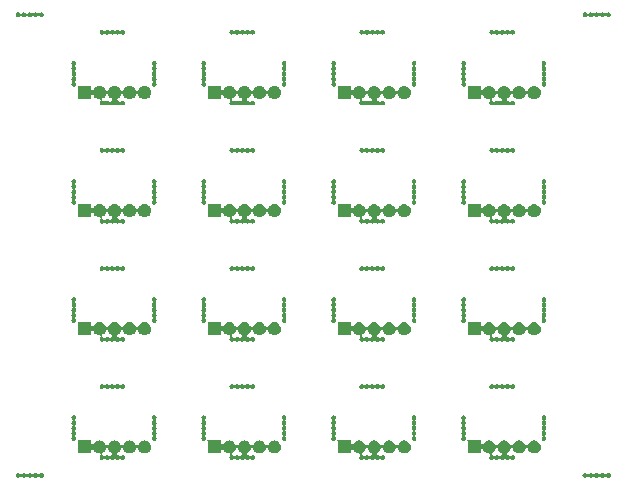
<source format=gbr>
G04 #@! TF.GenerationSoftware,KiCad,Pcbnew,5.1.5-52549c5~84~ubuntu18.04.1*
G04 #@! TF.CreationDate,2020-04-13T21:33:07+02:00*
G04 #@! TF.ProjectId,output.load_cell_panel,6f757470-7574-42e6-9c6f-61645f63656c,rev?*
G04 #@! TF.SameCoordinates,Original*
G04 #@! TF.FileFunction,Soldermask,Bot*
G04 #@! TF.FilePolarity,Negative*
%FSLAX46Y46*%
G04 Gerber Fmt 4.6, Leading zero omitted, Abs format (unit mm)*
G04 Created by KiCad (PCBNEW 5.1.5-52549c5~84~ubuntu18.04.1) date 2020-04-13 21:33:07*
%MOMM*%
%LPD*%
G04 APERTURE LIST*
%ADD10C,0.100000*%
G04 APERTURE END LIST*
D10*
G36*
X173058626Y-106806723D02*
G01*
X173058627Y-106806723D01*
X173058630Y-106806724D01*
X173095209Y-106821876D01*
X173128130Y-106843873D01*
X173156127Y-106871870D01*
X173156129Y-106871873D01*
X173161612Y-106877356D01*
X173180554Y-106892901D01*
X173202165Y-106904452D01*
X173225614Y-106911565D01*
X173250000Y-106913967D01*
X173274386Y-106911565D01*
X173297835Y-106904452D01*
X173319446Y-106892901D01*
X173338388Y-106877356D01*
X173343871Y-106871873D01*
X173343873Y-106871870D01*
X173371870Y-106843873D01*
X173404791Y-106821876D01*
X173441370Y-106806724D01*
X173441373Y-106806723D01*
X173441374Y-106806723D01*
X173480202Y-106799000D01*
X173519798Y-106799000D01*
X173558626Y-106806723D01*
X173558627Y-106806723D01*
X173558630Y-106806724D01*
X173595209Y-106821876D01*
X173628130Y-106843873D01*
X173656127Y-106871870D01*
X173656129Y-106871873D01*
X173661612Y-106877356D01*
X173680554Y-106892901D01*
X173702165Y-106904452D01*
X173725614Y-106911565D01*
X173750000Y-106913967D01*
X173774386Y-106911565D01*
X173797835Y-106904452D01*
X173819446Y-106892901D01*
X173838388Y-106877356D01*
X173843871Y-106871873D01*
X173843873Y-106871870D01*
X173871870Y-106843873D01*
X173904791Y-106821876D01*
X173941370Y-106806724D01*
X173941373Y-106806723D01*
X173941374Y-106806723D01*
X173980202Y-106799000D01*
X174019798Y-106799000D01*
X174058626Y-106806723D01*
X174058627Y-106806723D01*
X174058630Y-106806724D01*
X174095209Y-106821876D01*
X174128130Y-106843873D01*
X174156127Y-106871870D01*
X174156129Y-106871873D01*
X174161612Y-106877356D01*
X174180554Y-106892901D01*
X174202165Y-106904452D01*
X174225614Y-106911565D01*
X174250000Y-106913967D01*
X174274386Y-106911565D01*
X174297835Y-106904452D01*
X174319446Y-106892901D01*
X174338388Y-106877356D01*
X174343871Y-106871873D01*
X174343873Y-106871870D01*
X174371870Y-106843873D01*
X174404791Y-106821876D01*
X174441370Y-106806724D01*
X174441373Y-106806723D01*
X174441374Y-106806723D01*
X174480202Y-106799000D01*
X174519798Y-106799000D01*
X174558626Y-106806723D01*
X174558627Y-106806723D01*
X174558630Y-106806724D01*
X174595209Y-106821876D01*
X174628130Y-106843873D01*
X174656127Y-106871870D01*
X174656129Y-106871873D01*
X174661612Y-106877356D01*
X174680554Y-106892901D01*
X174702165Y-106904452D01*
X174725614Y-106911565D01*
X174750000Y-106913967D01*
X174774386Y-106911565D01*
X174797835Y-106904452D01*
X174819446Y-106892901D01*
X174838388Y-106877356D01*
X174843871Y-106871873D01*
X174843873Y-106871870D01*
X174871870Y-106843873D01*
X174904791Y-106821876D01*
X174941370Y-106806724D01*
X174941373Y-106806723D01*
X174941374Y-106806723D01*
X174980202Y-106799000D01*
X175019798Y-106799000D01*
X175058626Y-106806723D01*
X175058627Y-106806723D01*
X175058630Y-106806724D01*
X175095209Y-106821876D01*
X175128130Y-106843873D01*
X175156127Y-106871870D01*
X175178124Y-106904791D01*
X175193276Y-106941370D01*
X175201000Y-106980203D01*
X175201000Y-107019797D01*
X175193276Y-107058630D01*
X175178124Y-107095209D01*
X175156127Y-107128130D01*
X175128130Y-107156127D01*
X175095209Y-107178124D01*
X175058630Y-107193276D01*
X175058627Y-107193277D01*
X175058626Y-107193277D01*
X175019798Y-107201000D01*
X174980202Y-107201000D01*
X174941374Y-107193277D01*
X174941373Y-107193277D01*
X174941370Y-107193276D01*
X174904791Y-107178124D01*
X174871870Y-107156127D01*
X174843873Y-107128130D01*
X174843871Y-107128127D01*
X174838388Y-107122644D01*
X174819446Y-107107099D01*
X174797835Y-107095548D01*
X174774386Y-107088435D01*
X174750000Y-107086033D01*
X174725614Y-107088435D01*
X174702165Y-107095548D01*
X174680554Y-107107099D01*
X174661612Y-107122644D01*
X174656129Y-107128127D01*
X174656127Y-107128130D01*
X174628130Y-107156127D01*
X174595209Y-107178124D01*
X174558630Y-107193276D01*
X174558627Y-107193277D01*
X174558626Y-107193277D01*
X174519798Y-107201000D01*
X174480202Y-107201000D01*
X174441374Y-107193277D01*
X174441373Y-107193277D01*
X174441370Y-107193276D01*
X174404791Y-107178124D01*
X174371870Y-107156127D01*
X174343873Y-107128130D01*
X174343871Y-107128127D01*
X174338388Y-107122644D01*
X174319446Y-107107099D01*
X174297835Y-107095548D01*
X174274386Y-107088435D01*
X174250000Y-107086033D01*
X174225614Y-107088435D01*
X174202165Y-107095548D01*
X174180554Y-107107099D01*
X174161612Y-107122644D01*
X174156129Y-107128127D01*
X174156127Y-107128130D01*
X174128130Y-107156127D01*
X174095209Y-107178124D01*
X174058630Y-107193276D01*
X174058627Y-107193277D01*
X174058626Y-107193277D01*
X174019798Y-107201000D01*
X173980202Y-107201000D01*
X173941374Y-107193277D01*
X173941373Y-107193277D01*
X173941370Y-107193276D01*
X173904791Y-107178124D01*
X173871870Y-107156127D01*
X173843873Y-107128130D01*
X173843871Y-107128127D01*
X173838388Y-107122644D01*
X173819446Y-107107099D01*
X173797835Y-107095548D01*
X173774386Y-107088435D01*
X173750000Y-107086033D01*
X173725614Y-107088435D01*
X173702165Y-107095548D01*
X173680554Y-107107099D01*
X173661612Y-107122644D01*
X173656129Y-107128127D01*
X173656127Y-107128130D01*
X173628130Y-107156127D01*
X173595209Y-107178124D01*
X173558630Y-107193276D01*
X173558627Y-107193277D01*
X173558626Y-107193277D01*
X173519798Y-107201000D01*
X173480202Y-107201000D01*
X173441374Y-107193277D01*
X173441373Y-107193277D01*
X173441370Y-107193276D01*
X173404791Y-107178124D01*
X173371870Y-107156127D01*
X173343873Y-107128130D01*
X173343871Y-107128127D01*
X173338388Y-107122644D01*
X173319446Y-107107099D01*
X173297835Y-107095548D01*
X173274386Y-107088435D01*
X173250000Y-107086033D01*
X173225614Y-107088435D01*
X173202165Y-107095548D01*
X173180554Y-107107099D01*
X173161612Y-107122644D01*
X173156129Y-107128127D01*
X173156127Y-107128130D01*
X173128130Y-107156127D01*
X173095209Y-107178124D01*
X173058630Y-107193276D01*
X173058627Y-107193277D01*
X173058626Y-107193277D01*
X173019798Y-107201000D01*
X172980202Y-107201000D01*
X172941374Y-107193277D01*
X172941373Y-107193277D01*
X172941370Y-107193276D01*
X172904791Y-107178124D01*
X172871870Y-107156127D01*
X172843873Y-107128130D01*
X172821876Y-107095209D01*
X172806724Y-107058630D01*
X172799000Y-107019797D01*
X172799000Y-106980203D01*
X172806724Y-106941370D01*
X172821876Y-106904791D01*
X172843873Y-106871870D01*
X172871870Y-106843873D01*
X172904791Y-106821876D01*
X172941370Y-106806724D01*
X172941373Y-106806723D01*
X172941374Y-106806723D01*
X172980202Y-106799000D01*
X173019798Y-106799000D01*
X173058626Y-106806723D01*
G37*
G36*
X125058626Y-106806723D02*
G01*
X125058627Y-106806723D01*
X125058630Y-106806724D01*
X125095209Y-106821876D01*
X125128130Y-106843873D01*
X125156127Y-106871870D01*
X125156129Y-106871873D01*
X125161612Y-106877356D01*
X125180554Y-106892901D01*
X125202165Y-106904452D01*
X125225614Y-106911565D01*
X125250000Y-106913967D01*
X125274386Y-106911565D01*
X125297835Y-106904452D01*
X125319446Y-106892901D01*
X125338388Y-106877356D01*
X125343871Y-106871873D01*
X125343873Y-106871870D01*
X125371870Y-106843873D01*
X125404791Y-106821876D01*
X125441370Y-106806724D01*
X125441373Y-106806723D01*
X125441374Y-106806723D01*
X125480202Y-106799000D01*
X125519798Y-106799000D01*
X125558626Y-106806723D01*
X125558627Y-106806723D01*
X125558630Y-106806724D01*
X125595209Y-106821876D01*
X125628130Y-106843873D01*
X125656127Y-106871870D01*
X125656129Y-106871873D01*
X125661612Y-106877356D01*
X125680554Y-106892901D01*
X125702165Y-106904452D01*
X125725614Y-106911565D01*
X125750000Y-106913967D01*
X125774386Y-106911565D01*
X125797835Y-106904452D01*
X125819446Y-106892901D01*
X125838388Y-106877356D01*
X125843871Y-106871873D01*
X125843873Y-106871870D01*
X125871870Y-106843873D01*
X125904791Y-106821876D01*
X125941370Y-106806724D01*
X125941373Y-106806723D01*
X125941374Y-106806723D01*
X125980202Y-106799000D01*
X126019798Y-106799000D01*
X126058626Y-106806723D01*
X126058627Y-106806723D01*
X126058630Y-106806724D01*
X126095209Y-106821876D01*
X126128130Y-106843873D01*
X126156127Y-106871870D01*
X126156129Y-106871873D01*
X126161612Y-106877356D01*
X126180554Y-106892901D01*
X126202165Y-106904452D01*
X126225614Y-106911565D01*
X126250000Y-106913967D01*
X126274386Y-106911565D01*
X126297835Y-106904452D01*
X126319446Y-106892901D01*
X126338388Y-106877356D01*
X126343871Y-106871873D01*
X126343873Y-106871870D01*
X126371870Y-106843873D01*
X126404791Y-106821876D01*
X126441370Y-106806724D01*
X126441373Y-106806723D01*
X126441374Y-106806723D01*
X126480202Y-106799000D01*
X126519798Y-106799000D01*
X126558626Y-106806723D01*
X126558627Y-106806723D01*
X126558630Y-106806724D01*
X126595209Y-106821876D01*
X126628130Y-106843873D01*
X126656127Y-106871870D01*
X126656129Y-106871873D01*
X126661612Y-106877356D01*
X126680554Y-106892901D01*
X126702165Y-106904452D01*
X126725614Y-106911565D01*
X126750000Y-106913967D01*
X126774386Y-106911565D01*
X126797835Y-106904452D01*
X126819446Y-106892901D01*
X126838388Y-106877356D01*
X126843871Y-106871873D01*
X126843873Y-106871870D01*
X126871870Y-106843873D01*
X126904791Y-106821876D01*
X126941370Y-106806724D01*
X126941373Y-106806723D01*
X126941374Y-106806723D01*
X126980202Y-106799000D01*
X127019798Y-106799000D01*
X127058626Y-106806723D01*
X127058627Y-106806723D01*
X127058630Y-106806724D01*
X127095209Y-106821876D01*
X127128130Y-106843873D01*
X127156127Y-106871870D01*
X127178124Y-106904791D01*
X127193276Y-106941370D01*
X127201000Y-106980203D01*
X127201000Y-107019797D01*
X127193276Y-107058630D01*
X127178124Y-107095209D01*
X127156127Y-107128130D01*
X127128130Y-107156127D01*
X127095209Y-107178124D01*
X127058630Y-107193276D01*
X127058627Y-107193277D01*
X127058626Y-107193277D01*
X127019798Y-107201000D01*
X126980202Y-107201000D01*
X126941374Y-107193277D01*
X126941373Y-107193277D01*
X126941370Y-107193276D01*
X126904791Y-107178124D01*
X126871870Y-107156127D01*
X126843873Y-107128130D01*
X126843871Y-107128127D01*
X126838388Y-107122644D01*
X126819446Y-107107099D01*
X126797835Y-107095548D01*
X126774386Y-107088435D01*
X126750000Y-107086033D01*
X126725614Y-107088435D01*
X126702165Y-107095548D01*
X126680554Y-107107099D01*
X126661612Y-107122644D01*
X126656129Y-107128127D01*
X126656127Y-107128130D01*
X126628130Y-107156127D01*
X126595209Y-107178124D01*
X126558630Y-107193276D01*
X126558627Y-107193277D01*
X126558626Y-107193277D01*
X126519798Y-107201000D01*
X126480202Y-107201000D01*
X126441374Y-107193277D01*
X126441373Y-107193277D01*
X126441370Y-107193276D01*
X126404791Y-107178124D01*
X126371870Y-107156127D01*
X126343873Y-107128130D01*
X126343871Y-107128127D01*
X126338388Y-107122644D01*
X126319446Y-107107099D01*
X126297835Y-107095548D01*
X126274386Y-107088435D01*
X126250000Y-107086033D01*
X126225614Y-107088435D01*
X126202165Y-107095548D01*
X126180554Y-107107099D01*
X126161612Y-107122644D01*
X126156129Y-107128127D01*
X126156127Y-107128130D01*
X126128130Y-107156127D01*
X126095209Y-107178124D01*
X126058630Y-107193276D01*
X126058627Y-107193277D01*
X126058626Y-107193277D01*
X126019798Y-107201000D01*
X125980202Y-107201000D01*
X125941374Y-107193277D01*
X125941373Y-107193277D01*
X125941370Y-107193276D01*
X125904791Y-107178124D01*
X125871870Y-107156127D01*
X125843873Y-107128130D01*
X125843871Y-107128127D01*
X125838388Y-107122644D01*
X125819446Y-107107099D01*
X125797835Y-107095548D01*
X125774386Y-107088435D01*
X125750000Y-107086033D01*
X125725614Y-107088435D01*
X125702165Y-107095548D01*
X125680554Y-107107099D01*
X125661612Y-107122644D01*
X125656129Y-107128127D01*
X125656127Y-107128130D01*
X125628130Y-107156127D01*
X125595209Y-107178124D01*
X125558630Y-107193276D01*
X125558627Y-107193277D01*
X125558626Y-107193277D01*
X125519798Y-107201000D01*
X125480202Y-107201000D01*
X125441374Y-107193277D01*
X125441373Y-107193277D01*
X125441370Y-107193276D01*
X125404791Y-107178124D01*
X125371870Y-107156127D01*
X125343873Y-107128130D01*
X125343871Y-107128127D01*
X125338388Y-107122644D01*
X125319446Y-107107099D01*
X125297835Y-107095548D01*
X125274386Y-107088435D01*
X125250000Y-107086033D01*
X125225614Y-107088435D01*
X125202165Y-107095548D01*
X125180554Y-107107099D01*
X125161612Y-107122644D01*
X125156129Y-107128127D01*
X125156127Y-107128130D01*
X125128130Y-107156127D01*
X125095209Y-107178124D01*
X125058630Y-107193276D01*
X125058627Y-107193277D01*
X125058626Y-107193277D01*
X125019798Y-107201000D01*
X124980202Y-107201000D01*
X124941374Y-107193277D01*
X124941373Y-107193277D01*
X124941370Y-107193276D01*
X124904791Y-107178124D01*
X124871870Y-107156127D01*
X124843873Y-107128130D01*
X124821876Y-107095209D01*
X124806724Y-107058630D01*
X124799000Y-107019797D01*
X124799000Y-106980203D01*
X124806724Y-106941370D01*
X124821876Y-106904791D01*
X124843873Y-106871870D01*
X124871870Y-106843873D01*
X124904791Y-106821876D01*
X124941370Y-106806724D01*
X124941373Y-106806723D01*
X124941374Y-106806723D01*
X124980202Y-106799000D01*
X125019798Y-106799000D01*
X125058626Y-106806723D01*
G37*
G36*
X130041613Y-104026598D02*
G01*
X130065999Y-104029000D01*
X131191000Y-104029000D01*
X131191000Y-104252218D01*
X131193402Y-104276604D01*
X131200515Y-104300053D01*
X131212066Y-104321664D01*
X131227611Y-104340606D01*
X131246553Y-104356151D01*
X131268164Y-104367702D01*
X131291613Y-104374815D01*
X131315999Y-104377217D01*
X131340385Y-104374815D01*
X131363834Y-104367702D01*
X131385445Y-104356151D01*
X131404387Y-104340606D01*
X131419932Y-104321664D01*
X131482009Y-104228760D01*
X131482010Y-104228758D01*
X131558758Y-104152010D01*
X131649004Y-104091710D01*
X131649005Y-104091709D01*
X131749279Y-104050174D01*
X131855730Y-104029000D01*
X131964270Y-104029000D01*
X132070721Y-104050174D01*
X132170995Y-104091709D01*
X132170996Y-104091710D01*
X132261242Y-104152010D01*
X132337990Y-104228758D01*
X132337991Y-104228760D01*
X132398291Y-104319005D01*
X132429516Y-104394389D01*
X132441067Y-104416000D01*
X132456612Y-104434941D01*
X132475554Y-104450487D01*
X132497165Y-104462038D01*
X132520614Y-104469151D01*
X132545000Y-104471553D01*
X132569386Y-104469151D01*
X132592835Y-104462038D01*
X132614446Y-104450487D01*
X132633387Y-104434942D01*
X132648933Y-104416000D01*
X132660484Y-104394389D01*
X132691709Y-104319005D01*
X132752009Y-104228760D01*
X132752010Y-104228758D01*
X132828758Y-104152010D01*
X132919004Y-104091710D01*
X132919005Y-104091709D01*
X133019279Y-104050174D01*
X133125730Y-104029000D01*
X133234270Y-104029000D01*
X133340721Y-104050174D01*
X133440995Y-104091709D01*
X133440996Y-104091710D01*
X133531242Y-104152010D01*
X133607990Y-104228758D01*
X133607991Y-104228760D01*
X133668291Y-104319005D01*
X133699516Y-104394389D01*
X133711067Y-104416000D01*
X133726612Y-104434941D01*
X133745554Y-104450487D01*
X133767165Y-104462038D01*
X133790614Y-104469151D01*
X133815000Y-104471553D01*
X133839386Y-104469151D01*
X133862835Y-104462038D01*
X133884446Y-104450487D01*
X133903387Y-104434942D01*
X133918933Y-104416000D01*
X133930484Y-104394389D01*
X133961709Y-104319005D01*
X134022009Y-104228760D01*
X134022010Y-104228758D01*
X134098758Y-104152010D01*
X134189004Y-104091710D01*
X134189005Y-104091709D01*
X134289279Y-104050174D01*
X134395730Y-104029000D01*
X134504270Y-104029000D01*
X134610721Y-104050174D01*
X134710995Y-104091709D01*
X134710996Y-104091710D01*
X134801242Y-104152010D01*
X134877990Y-104228758D01*
X134877991Y-104228760D01*
X134938291Y-104319005D01*
X134969516Y-104394389D01*
X134981067Y-104416000D01*
X134996612Y-104434941D01*
X135015554Y-104450487D01*
X135037165Y-104462038D01*
X135060614Y-104469151D01*
X135085000Y-104471553D01*
X135109386Y-104469151D01*
X135132835Y-104462038D01*
X135154446Y-104450487D01*
X135173387Y-104434942D01*
X135188933Y-104416000D01*
X135200484Y-104394389D01*
X135231709Y-104319005D01*
X135292009Y-104228760D01*
X135292010Y-104228758D01*
X135368758Y-104152010D01*
X135459004Y-104091710D01*
X135459005Y-104091709D01*
X135559279Y-104050174D01*
X135665730Y-104029000D01*
X135774270Y-104029000D01*
X135880721Y-104050174D01*
X135980995Y-104091709D01*
X135980996Y-104091710D01*
X136071242Y-104152010D01*
X136147990Y-104228758D01*
X136147991Y-104228760D01*
X136208291Y-104319005D01*
X136249826Y-104419279D01*
X136271000Y-104525730D01*
X136271000Y-104634270D01*
X136249826Y-104740721D01*
X136208291Y-104840995D01*
X136208290Y-104840996D01*
X136147990Y-104931242D01*
X136071242Y-105007990D01*
X136025812Y-105038345D01*
X135980995Y-105068291D01*
X135880721Y-105109826D01*
X135774270Y-105131000D01*
X135665730Y-105131000D01*
X135559279Y-105109826D01*
X135459005Y-105068291D01*
X135414188Y-105038345D01*
X135368758Y-105007990D01*
X135292010Y-104931242D01*
X135231710Y-104840996D01*
X135231709Y-104840995D01*
X135200484Y-104765611D01*
X135188933Y-104744000D01*
X135173388Y-104725059D01*
X135154446Y-104709513D01*
X135132835Y-104697962D01*
X135109386Y-104690849D01*
X135085000Y-104688447D01*
X135060614Y-104690849D01*
X135037165Y-104697962D01*
X135015554Y-104709513D01*
X134996613Y-104725058D01*
X134981067Y-104744000D01*
X134969516Y-104765611D01*
X134938291Y-104840995D01*
X134938290Y-104840996D01*
X134877990Y-104931242D01*
X134801242Y-105007990D01*
X134755812Y-105038345D01*
X134710995Y-105068291D01*
X134610721Y-105109826D01*
X134504270Y-105131000D01*
X134395730Y-105131000D01*
X134289279Y-105109826D01*
X134189005Y-105068291D01*
X134144188Y-105038345D01*
X134098758Y-105007990D01*
X134022010Y-104931242D01*
X133961710Y-104840996D01*
X133961709Y-104840995D01*
X133930484Y-104765611D01*
X133918933Y-104744000D01*
X133903388Y-104725059D01*
X133884446Y-104709513D01*
X133862835Y-104697962D01*
X133839386Y-104690849D01*
X133815000Y-104688447D01*
X133790614Y-104690849D01*
X133767165Y-104697962D01*
X133745554Y-104709513D01*
X133726613Y-104725058D01*
X133711067Y-104744000D01*
X133699516Y-104765611D01*
X133668291Y-104840995D01*
X133668290Y-104840996D01*
X133607990Y-104931242D01*
X133531242Y-105007990D01*
X133500303Y-105028662D01*
X133454158Y-105059496D01*
X133435216Y-105075042D01*
X133419671Y-105093984D01*
X133408120Y-105115595D01*
X133401007Y-105139044D01*
X133398605Y-105163430D01*
X133401007Y-105187816D01*
X133408120Y-105211265D01*
X133419671Y-105232875D01*
X133435217Y-105251817D01*
X133454159Y-105267362D01*
X133475770Y-105278913D01*
X133499215Y-105286025D01*
X133502729Y-105286724D01*
X133539308Y-105301876D01*
X133572229Y-105323873D01*
X133577767Y-105329411D01*
X133596703Y-105344951D01*
X133618314Y-105356502D01*
X133641763Y-105363615D01*
X133666149Y-105366017D01*
X133690535Y-105363615D01*
X133713984Y-105356502D01*
X133735595Y-105344951D01*
X133754529Y-105329412D01*
X133760068Y-105323873D01*
X133792989Y-105301876D01*
X133829568Y-105286724D01*
X133829571Y-105286723D01*
X133829572Y-105286723D01*
X133868400Y-105279000D01*
X133907996Y-105279000D01*
X133946824Y-105286723D01*
X133946825Y-105286723D01*
X133946828Y-105286724D01*
X133983407Y-105301876D01*
X134016328Y-105323873D01*
X134044325Y-105351870D01*
X134066322Y-105384791D01*
X134081474Y-105421370D01*
X134089198Y-105460203D01*
X134089198Y-105499797D01*
X134081474Y-105538630D01*
X134066322Y-105575209D01*
X134044325Y-105608130D01*
X134016328Y-105636127D01*
X133983407Y-105658124D01*
X133946828Y-105673276D01*
X133946825Y-105673277D01*
X133946824Y-105673277D01*
X133907996Y-105681000D01*
X133868400Y-105681000D01*
X133829572Y-105673277D01*
X133829571Y-105673277D01*
X133829568Y-105673276D01*
X133792989Y-105658124D01*
X133760068Y-105636127D01*
X133754531Y-105630590D01*
X133735595Y-105615050D01*
X133713984Y-105603499D01*
X133690535Y-105596386D01*
X133666149Y-105593984D01*
X133641763Y-105596386D01*
X133618314Y-105603499D01*
X133596703Y-105615050D01*
X133577764Y-105630592D01*
X133572229Y-105636127D01*
X133539308Y-105658124D01*
X133502729Y-105673276D01*
X133502726Y-105673277D01*
X133502725Y-105673277D01*
X133463897Y-105681000D01*
X133424301Y-105681000D01*
X133385473Y-105673277D01*
X133385472Y-105673277D01*
X133385469Y-105673276D01*
X133348890Y-105658124D01*
X133315969Y-105636127D01*
X133310432Y-105630590D01*
X133291496Y-105615050D01*
X133269885Y-105603499D01*
X133246436Y-105596386D01*
X133222050Y-105593984D01*
X133197664Y-105596386D01*
X133174215Y-105603499D01*
X133152604Y-105615050D01*
X133133665Y-105630592D01*
X133128130Y-105636127D01*
X133095209Y-105658124D01*
X133058630Y-105673276D01*
X133058627Y-105673277D01*
X133058626Y-105673277D01*
X133019798Y-105681000D01*
X132980202Y-105681000D01*
X132941374Y-105673277D01*
X132941373Y-105673277D01*
X132941370Y-105673276D01*
X132904791Y-105658124D01*
X132871870Y-105636127D01*
X132866333Y-105630590D01*
X132847397Y-105615050D01*
X132825786Y-105603499D01*
X132802337Y-105596386D01*
X132777951Y-105593984D01*
X132753565Y-105596386D01*
X132730116Y-105603499D01*
X132708505Y-105615050D01*
X132689566Y-105630592D01*
X132684031Y-105636127D01*
X132651110Y-105658124D01*
X132614531Y-105673276D01*
X132614528Y-105673277D01*
X132614527Y-105673277D01*
X132575699Y-105681000D01*
X132536103Y-105681000D01*
X132497275Y-105673277D01*
X132497274Y-105673277D01*
X132497271Y-105673276D01*
X132460692Y-105658124D01*
X132427771Y-105636127D01*
X132422234Y-105630590D01*
X132403298Y-105615050D01*
X132381687Y-105603499D01*
X132358238Y-105596386D01*
X132333852Y-105593984D01*
X132309466Y-105596386D01*
X132286017Y-105603499D01*
X132264406Y-105615050D01*
X132245467Y-105630592D01*
X132239932Y-105636127D01*
X132207011Y-105658124D01*
X132170432Y-105673276D01*
X132170429Y-105673277D01*
X132170428Y-105673277D01*
X132131600Y-105681000D01*
X132092004Y-105681000D01*
X132053176Y-105673277D01*
X132053175Y-105673277D01*
X132053172Y-105673276D01*
X132016593Y-105658124D01*
X131983672Y-105636127D01*
X131955675Y-105608130D01*
X131933678Y-105575209D01*
X131918526Y-105538630D01*
X131910802Y-105499797D01*
X131910802Y-105460203D01*
X131918526Y-105421370D01*
X131933678Y-105384791D01*
X131955675Y-105351870D01*
X131963164Y-105344381D01*
X131978704Y-105325445D01*
X131990255Y-105303834D01*
X131997368Y-105280385D01*
X131999770Y-105255999D01*
X131997368Y-105231613D01*
X131990255Y-105208164D01*
X131978704Y-105186553D01*
X131971100Y-105177287D01*
X132107865Y-105177287D01*
X132110267Y-105201674D01*
X132117380Y-105225123D01*
X132128931Y-105246733D01*
X132144477Y-105265675D01*
X132163419Y-105281220D01*
X132185024Y-105292768D01*
X132207011Y-105301876D01*
X132239932Y-105323873D01*
X132245470Y-105329411D01*
X132264406Y-105344951D01*
X132286017Y-105356502D01*
X132309466Y-105363615D01*
X132333852Y-105366017D01*
X132358238Y-105363615D01*
X132381687Y-105356502D01*
X132403298Y-105344951D01*
X132422232Y-105329412D01*
X132427771Y-105323873D01*
X132460692Y-105301876D01*
X132497271Y-105286724D01*
X132497274Y-105286723D01*
X132497275Y-105286723D01*
X132536103Y-105279000D01*
X132575699Y-105279000D01*
X132614527Y-105286723D01*
X132614528Y-105286723D01*
X132614531Y-105286724D01*
X132651110Y-105301876D01*
X132684031Y-105323873D01*
X132689569Y-105329411D01*
X132708505Y-105344951D01*
X132730116Y-105356502D01*
X132753565Y-105363615D01*
X132777951Y-105366017D01*
X132802337Y-105363615D01*
X132825786Y-105356502D01*
X132847397Y-105344951D01*
X132866331Y-105329412D01*
X132871870Y-105323873D01*
X132904791Y-105301876D01*
X132915065Y-105297620D01*
X132936669Y-105286073D01*
X132955611Y-105270528D01*
X132971156Y-105251586D01*
X132982707Y-105229975D01*
X132989820Y-105206526D01*
X132992222Y-105182140D01*
X132989820Y-105157754D01*
X132982707Y-105134305D01*
X132971156Y-105112694D01*
X132955611Y-105093752D01*
X132936669Y-105078207D01*
X132922557Y-105070665D01*
X132852745Y-105024017D01*
X132828758Y-105007990D01*
X132752010Y-104931242D01*
X132691710Y-104840996D01*
X132691709Y-104840995D01*
X132660484Y-104765611D01*
X132648933Y-104744000D01*
X132633388Y-104725059D01*
X132614446Y-104709513D01*
X132592835Y-104697962D01*
X132569386Y-104690849D01*
X132545000Y-104688447D01*
X132520614Y-104690849D01*
X132497165Y-104697962D01*
X132475554Y-104709513D01*
X132456613Y-104725058D01*
X132441067Y-104744000D01*
X132429516Y-104765611D01*
X132398291Y-104840995D01*
X132398290Y-104840996D01*
X132337990Y-104931242D01*
X132261242Y-105007990D01*
X132225335Y-105031982D01*
X132163418Y-105073354D01*
X132144476Y-105088900D01*
X132128931Y-105107842D01*
X132117380Y-105129452D01*
X132110267Y-105152901D01*
X132107865Y-105177287D01*
X131971100Y-105177287D01*
X131963159Y-105167611D01*
X131944217Y-105152066D01*
X131922606Y-105140515D01*
X131899157Y-105133402D01*
X131874771Y-105131000D01*
X131855730Y-105131000D01*
X131749279Y-105109826D01*
X131649005Y-105068291D01*
X131604188Y-105038345D01*
X131558758Y-105007990D01*
X131482010Y-104931242D01*
X131461012Y-104899816D01*
X131419932Y-104838336D01*
X131404386Y-104819394D01*
X131385444Y-104803849D01*
X131363833Y-104792298D01*
X131340385Y-104785185D01*
X131315998Y-104782783D01*
X131291612Y-104785185D01*
X131268163Y-104792298D01*
X131246553Y-104803849D01*
X131227611Y-104819395D01*
X131212066Y-104838337D01*
X131200515Y-104859948D01*
X131193402Y-104883396D01*
X131191000Y-104907782D01*
X131191000Y-105131000D01*
X130089000Y-105131000D01*
X130089000Y-104125229D01*
X130086598Y-104100843D01*
X130079485Y-104077394D01*
X130067934Y-104055783D01*
X130052389Y-104036841D01*
X130038908Y-104025777D01*
X130041613Y-104026598D01*
G37*
G36*
X152041613Y-104026598D02*
G01*
X152065999Y-104029000D01*
X153191000Y-104029000D01*
X153191000Y-104252218D01*
X153193402Y-104276604D01*
X153200515Y-104300053D01*
X153212066Y-104321664D01*
X153227611Y-104340606D01*
X153246553Y-104356151D01*
X153268164Y-104367702D01*
X153291613Y-104374815D01*
X153315999Y-104377217D01*
X153340385Y-104374815D01*
X153363834Y-104367702D01*
X153385445Y-104356151D01*
X153404387Y-104340606D01*
X153419932Y-104321664D01*
X153482009Y-104228760D01*
X153482010Y-104228758D01*
X153558758Y-104152010D01*
X153649004Y-104091710D01*
X153649005Y-104091709D01*
X153749279Y-104050174D01*
X153855730Y-104029000D01*
X153964270Y-104029000D01*
X154070721Y-104050174D01*
X154170995Y-104091709D01*
X154170996Y-104091710D01*
X154261242Y-104152010D01*
X154337990Y-104228758D01*
X154337991Y-104228760D01*
X154398291Y-104319005D01*
X154429516Y-104394389D01*
X154441067Y-104416000D01*
X154456612Y-104434941D01*
X154475554Y-104450487D01*
X154497165Y-104462038D01*
X154520614Y-104469151D01*
X154545000Y-104471553D01*
X154569386Y-104469151D01*
X154592835Y-104462038D01*
X154614446Y-104450487D01*
X154633387Y-104434942D01*
X154648933Y-104416000D01*
X154660484Y-104394389D01*
X154691709Y-104319005D01*
X154752009Y-104228760D01*
X154752010Y-104228758D01*
X154828758Y-104152010D01*
X154919004Y-104091710D01*
X154919005Y-104091709D01*
X155019279Y-104050174D01*
X155125730Y-104029000D01*
X155234270Y-104029000D01*
X155340721Y-104050174D01*
X155440995Y-104091709D01*
X155440996Y-104091710D01*
X155531242Y-104152010D01*
X155607990Y-104228758D01*
X155607991Y-104228760D01*
X155668291Y-104319005D01*
X155699516Y-104394389D01*
X155711067Y-104416000D01*
X155726612Y-104434941D01*
X155745554Y-104450487D01*
X155767165Y-104462038D01*
X155790614Y-104469151D01*
X155815000Y-104471553D01*
X155839386Y-104469151D01*
X155862835Y-104462038D01*
X155884446Y-104450487D01*
X155903387Y-104434942D01*
X155918933Y-104416000D01*
X155930484Y-104394389D01*
X155961709Y-104319005D01*
X156022009Y-104228760D01*
X156022010Y-104228758D01*
X156098758Y-104152010D01*
X156189004Y-104091710D01*
X156189005Y-104091709D01*
X156289279Y-104050174D01*
X156395730Y-104029000D01*
X156504270Y-104029000D01*
X156610721Y-104050174D01*
X156710995Y-104091709D01*
X156710996Y-104091710D01*
X156801242Y-104152010D01*
X156877990Y-104228758D01*
X156877991Y-104228760D01*
X156938291Y-104319005D01*
X156969516Y-104394389D01*
X156981067Y-104416000D01*
X156996612Y-104434941D01*
X157015554Y-104450487D01*
X157037165Y-104462038D01*
X157060614Y-104469151D01*
X157085000Y-104471553D01*
X157109386Y-104469151D01*
X157132835Y-104462038D01*
X157154446Y-104450487D01*
X157173387Y-104434942D01*
X157188933Y-104416000D01*
X157200484Y-104394389D01*
X157231709Y-104319005D01*
X157292009Y-104228760D01*
X157292010Y-104228758D01*
X157368758Y-104152010D01*
X157459004Y-104091710D01*
X157459005Y-104091709D01*
X157559279Y-104050174D01*
X157665730Y-104029000D01*
X157774270Y-104029000D01*
X157880721Y-104050174D01*
X157980995Y-104091709D01*
X157980996Y-104091710D01*
X158071242Y-104152010D01*
X158147990Y-104228758D01*
X158147991Y-104228760D01*
X158208291Y-104319005D01*
X158249826Y-104419279D01*
X158271000Y-104525730D01*
X158271000Y-104634270D01*
X158249826Y-104740721D01*
X158208291Y-104840995D01*
X158208290Y-104840996D01*
X158147990Y-104931242D01*
X158071242Y-105007990D01*
X158025812Y-105038345D01*
X157980995Y-105068291D01*
X157880721Y-105109826D01*
X157774270Y-105131000D01*
X157665730Y-105131000D01*
X157559279Y-105109826D01*
X157459005Y-105068291D01*
X157414188Y-105038345D01*
X157368758Y-105007990D01*
X157292010Y-104931242D01*
X157231710Y-104840996D01*
X157231709Y-104840995D01*
X157200484Y-104765611D01*
X157188933Y-104744000D01*
X157173388Y-104725059D01*
X157154446Y-104709513D01*
X157132835Y-104697962D01*
X157109386Y-104690849D01*
X157085000Y-104688447D01*
X157060614Y-104690849D01*
X157037165Y-104697962D01*
X157015554Y-104709513D01*
X156996613Y-104725058D01*
X156981067Y-104744000D01*
X156969516Y-104765611D01*
X156938291Y-104840995D01*
X156938290Y-104840996D01*
X156877990Y-104931242D01*
X156801242Y-105007990D01*
X156755812Y-105038345D01*
X156710995Y-105068291D01*
X156610721Y-105109826D01*
X156504270Y-105131000D01*
X156395730Y-105131000D01*
X156289279Y-105109826D01*
X156189005Y-105068291D01*
X156144188Y-105038345D01*
X156098758Y-105007990D01*
X156022010Y-104931242D01*
X155961710Y-104840996D01*
X155961709Y-104840995D01*
X155930484Y-104765611D01*
X155918933Y-104744000D01*
X155903388Y-104725059D01*
X155884446Y-104709513D01*
X155862835Y-104697962D01*
X155839386Y-104690849D01*
X155815000Y-104688447D01*
X155790614Y-104690849D01*
X155767165Y-104697962D01*
X155745554Y-104709513D01*
X155726613Y-104725058D01*
X155711067Y-104744000D01*
X155699516Y-104765611D01*
X155668291Y-104840995D01*
X155668290Y-104840996D01*
X155607990Y-104931242D01*
X155531242Y-105007990D01*
X155500303Y-105028662D01*
X155454158Y-105059496D01*
X155435216Y-105075042D01*
X155419671Y-105093984D01*
X155408120Y-105115595D01*
X155401007Y-105139044D01*
X155398605Y-105163430D01*
X155401007Y-105187816D01*
X155408120Y-105211265D01*
X155419671Y-105232875D01*
X155435217Y-105251817D01*
X155454159Y-105267362D01*
X155475770Y-105278913D01*
X155499215Y-105286025D01*
X155502729Y-105286724D01*
X155539308Y-105301876D01*
X155572229Y-105323873D01*
X155577767Y-105329411D01*
X155596703Y-105344951D01*
X155618314Y-105356502D01*
X155641763Y-105363615D01*
X155666149Y-105366017D01*
X155690535Y-105363615D01*
X155713984Y-105356502D01*
X155735595Y-105344951D01*
X155754529Y-105329412D01*
X155760068Y-105323873D01*
X155792989Y-105301876D01*
X155829568Y-105286724D01*
X155829571Y-105286723D01*
X155829572Y-105286723D01*
X155868400Y-105279000D01*
X155907996Y-105279000D01*
X155946824Y-105286723D01*
X155946825Y-105286723D01*
X155946828Y-105286724D01*
X155983407Y-105301876D01*
X156016328Y-105323873D01*
X156044325Y-105351870D01*
X156066322Y-105384791D01*
X156081474Y-105421370D01*
X156089198Y-105460203D01*
X156089198Y-105499797D01*
X156081474Y-105538630D01*
X156066322Y-105575209D01*
X156044325Y-105608130D01*
X156016328Y-105636127D01*
X155983407Y-105658124D01*
X155946828Y-105673276D01*
X155946825Y-105673277D01*
X155946824Y-105673277D01*
X155907996Y-105681000D01*
X155868400Y-105681000D01*
X155829572Y-105673277D01*
X155829571Y-105673277D01*
X155829568Y-105673276D01*
X155792989Y-105658124D01*
X155760068Y-105636127D01*
X155754531Y-105630590D01*
X155735595Y-105615050D01*
X155713984Y-105603499D01*
X155690535Y-105596386D01*
X155666149Y-105593984D01*
X155641763Y-105596386D01*
X155618314Y-105603499D01*
X155596703Y-105615050D01*
X155577764Y-105630592D01*
X155572229Y-105636127D01*
X155539308Y-105658124D01*
X155502729Y-105673276D01*
X155502726Y-105673277D01*
X155502725Y-105673277D01*
X155463897Y-105681000D01*
X155424301Y-105681000D01*
X155385473Y-105673277D01*
X155385472Y-105673277D01*
X155385469Y-105673276D01*
X155348890Y-105658124D01*
X155315969Y-105636127D01*
X155310432Y-105630590D01*
X155291496Y-105615050D01*
X155269885Y-105603499D01*
X155246436Y-105596386D01*
X155222050Y-105593984D01*
X155197664Y-105596386D01*
X155174215Y-105603499D01*
X155152604Y-105615050D01*
X155133665Y-105630592D01*
X155128130Y-105636127D01*
X155095209Y-105658124D01*
X155058630Y-105673276D01*
X155058627Y-105673277D01*
X155058626Y-105673277D01*
X155019798Y-105681000D01*
X154980202Y-105681000D01*
X154941374Y-105673277D01*
X154941373Y-105673277D01*
X154941370Y-105673276D01*
X154904791Y-105658124D01*
X154871870Y-105636127D01*
X154866333Y-105630590D01*
X154847397Y-105615050D01*
X154825786Y-105603499D01*
X154802337Y-105596386D01*
X154777951Y-105593984D01*
X154753565Y-105596386D01*
X154730116Y-105603499D01*
X154708505Y-105615050D01*
X154689566Y-105630592D01*
X154684031Y-105636127D01*
X154651110Y-105658124D01*
X154614531Y-105673276D01*
X154614528Y-105673277D01*
X154614527Y-105673277D01*
X154575699Y-105681000D01*
X154536103Y-105681000D01*
X154497275Y-105673277D01*
X154497274Y-105673277D01*
X154497271Y-105673276D01*
X154460692Y-105658124D01*
X154427771Y-105636127D01*
X154422234Y-105630590D01*
X154403298Y-105615050D01*
X154381687Y-105603499D01*
X154358238Y-105596386D01*
X154333852Y-105593984D01*
X154309466Y-105596386D01*
X154286017Y-105603499D01*
X154264406Y-105615050D01*
X154245467Y-105630592D01*
X154239932Y-105636127D01*
X154207011Y-105658124D01*
X154170432Y-105673276D01*
X154170429Y-105673277D01*
X154170428Y-105673277D01*
X154131600Y-105681000D01*
X154092004Y-105681000D01*
X154053176Y-105673277D01*
X154053175Y-105673277D01*
X154053172Y-105673276D01*
X154016593Y-105658124D01*
X153983672Y-105636127D01*
X153955675Y-105608130D01*
X153933678Y-105575209D01*
X153918526Y-105538630D01*
X153910802Y-105499797D01*
X153910802Y-105460203D01*
X153918526Y-105421370D01*
X153933678Y-105384791D01*
X153955675Y-105351870D01*
X153963164Y-105344381D01*
X153978704Y-105325445D01*
X153990255Y-105303834D01*
X153997368Y-105280385D01*
X153999770Y-105255999D01*
X153997368Y-105231613D01*
X153990255Y-105208164D01*
X153978704Y-105186553D01*
X153971100Y-105177287D01*
X154107865Y-105177287D01*
X154110267Y-105201674D01*
X154117380Y-105225123D01*
X154128931Y-105246733D01*
X154144477Y-105265675D01*
X154163419Y-105281220D01*
X154185024Y-105292768D01*
X154207011Y-105301876D01*
X154239932Y-105323873D01*
X154245470Y-105329411D01*
X154264406Y-105344951D01*
X154286017Y-105356502D01*
X154309466Y-105363615D01*
X154333852Y-105366017D01*
X154358238Y-105363615D01*
X154381687Y-105356502D01*
X154403298Y-105344951D01*
X154422232Y-105329412D01*
X154427771Y-105323873D01*
X154460692Y-105301876D01*
X154497271Y-105286724D01*
X154497274Y-105286723D01*
X154497275Y-105286723D01*
X154536103Y-105279000D01*
X154575699Y-105279000D01*
X154614527Y-105286723D01*
X154614528Y-105286723D01*
X154614531Y-105286724D01*
X154651110Y-105301876D01*
X154684031Y-105323873D01*
X154689569Y-105329411D01*
X154708505Y-105344951D01*
X154730116Y-105356502D01*
X154753565Y-105363615D01*
X154777951Y-105366017D01*
X154802337Y-105363615D01*
X154825786Y-105356502D01*
X154847397Y-105344951D01*
X154866331Y-105329412D01*
X154871870Y-105323873D01*
X154904791Y-105301876D01*
X154915065Y-105297620D01*
X154936669Y-105286073D01*
X154955611Y-105270528D01*
X154971156Y-105251586D01*
X154982707Y-105229975D01*
X154989820Y-105206526D01*
X154992222Y-105182140D01*
X154989820Y-105157754D01*
X154982707Y-105134305D01*
X154971156Y-105112694D01*
X154955611Y-105093752D01*
X154936669Y-105078207D01*
X154922557Y-105070665D01*
X154852745Y-105024017D01*
X154828758Y-105007990D01*
X154752010Y-104931242D01*
X154691710Y-104840996D01*
X154691709Y-104840995D01*
X154660484Y-104765611D01*
X154648933Y-104744000D01*
X154633388Y-104725059D01*
X154614446Y-104709513D01*
X154592835Y-104697962D01*
X154569386Y-104690849D01*
X154545000Y-104688447D01*
X154520614Y-104690849D01*
X154497165Y-104697962D01*
X154475554Y-104709513D01*
X154456613Y-104725058D01*
X154441067Y-104744000D01*
X154429516Y-104765611D01*
X154398291Y-104840995D01*
X154398290Y-104840996D01*
X154337990Y-104931242D01*
X154261242Y-105007990D01*
X154225335Y-105031982D01*
X154163418Y-105073354D01*
X154144476Y-105088900D01*
X154128931Y-105107842D01*
X154117380Y-105129452D01*
X154110267Y-105152901D01*
X154107865Y-105177287D01*
X153971100Y-105177287D01*
X153963159Y-105167611D01*
X153944217Y-105152066D01*
X153922606Y-105140515D01*
X153899157Y-105133402D01*
X153874771Y-105131000D01*
X153855730Y-105131000D01*
X153749279Y-105109826D01*
X153649005Y-105068291D01*
X153604188Y-105038345D01*
X153558758Y-105007990D01*
X153482010Y-104931242D01*
X153461012Y-104899816D01*
X153419932Y-104838336D01*
X153404386Y-104819394D01*
X153385444Y-104803849D01*
X153363833Y-104792298D01*
X153340385Y-104785185D01*
X153315998Y-104782783D01*
X153291612Y-104785185D01*
X153268163Y-104792298D01*
X153246553Y-104803849D01*
X153227611Y-104819395D01*
X153212066Y-104838337D01*
X153200515Y-104859948D01*
X153193402Y-104883396D01*
X153191000Y-104907782D01*
X153191000Y-105131000D01*
X152089000Y-105131000D01*
X152089000Y-104125229D01*
X152086598Y-104100843D01*
X152079485Y-104077394D01*
X152067934Y-104055783D01*
X152052389Y-104036841D01*
X152038908Y-104025777D01*
X152041613Y-104026598D01*
G37*
G36*
X163041613Y-104026598D02*
G01*
X163065999Y-104029000D01*
X164191000Y-104029000D01*
X164191000Y-104252218D01*
X164193402Y-104276604D01*
X164200515Y-104300053D01*
X164212066Y-104321664D01*
X164227611Y-104340606D01*
X164246553Y-104356151D01*
X164268164Y-104367702D01*
X164291613Y-104374815D01*
X164315999Y-104377217D01*
X164340385Y-104374815D01*
X164363834Y-104367702D01*
X164385445Y-104356151D01*
X164404387Y-104340606D01*
X164419932Y-104321664D01*
X164482009Y-104228760D01*
X164482010Y-104228758D01*
X164558758Y-104152010D01*
X164649004Y-104091710D01*
X164649005Y-104091709D01*
X164749279Y-104050174D01*
X164855730Y-104029000D01*
X164964270Y-104029000D01*
X165070721Y-104050174D01*
X165170995Y-104091709D01*
X165170996Y-104091710D01*
X165261242Y-104152010D01*
X165337990Y-104228758D01*
X165337991Y-104228760D01*
X165398291Y-104319005D01*
X165429516Y-104394389D01*
X165441067Y-104416000D01*
X165456612Y-104434941D01*
X165475554Y-104450487D01*
X165497165Y-104462038D01*
X165520614Y-104469151D01*
X165545000Y-104471553D01*
X165569386Y-104469151D01*
X165592835Y-104462038D01*
X165614446Y-104450487D01*
X165633387Y-104434942D01*
X165648933Y-104416000D01*
X165660484Y-104394389D01*
X165691709Y-104319005D01*
X165752009Y-104228760D01*
X165752010Y-104228758D01*
X165828758Y-104152010D01*
X165919004Y-104091710D01*
X165919005Y-104091709D01*
X166019279Y-104050174D01*
X166125730Y-104029000D01*
X166234270Y-104029000D01*
X166340721Y-104050174D01*
X166440995Y-104091709D01*
X166440996Y-104091710D01*
X166531242Y-104152010D01*
X166607990Y-104228758D01*
X166607991Y-104228760D01*
X166668291Y-104319005D01*
X166699516Y-104394389D01*
X166711067Y-104416000D01*
X166726612Y-104434941D01*
X166745554Y-104450487D01*
X166767165Y-104462038D01*
X166790614Y-104469151D01*
X166815000Y-104471553D01*
X166839386Y-104469151D01*
X166862835Y-104462038D01*
X166884446Y-104450487D01*
X166903387Y-104434942D01*
X166918933Y-104416000D01*
X166930484Y-104394389D01*
X166961709Y-104319005D01*
X167022009Y-104228760D01*
X167022010Y-104228758D01*
X167098758Y-104152010D01*
X167189004Y-104091710D01*
X167189005Y-104091709D01*
X167289279Y-104050174D01*
X167395730Y-104029000D01*
X167504270Y-104029000D01*
X167610721Y-104050174D01*
X167710995Y-104091709D01*
X167710996Y-104091710D01*
X167801242Y-104152010D01*
X167877990Y-104228758D01*
X167877991Y-104228760D01*
X167938291Y-104319005D01*
X167969516Y-104394389D01*
X167981067Y-104416000D01*
X167996612Y-104434941D01*
X168015554Y-104450487D01*
X168037165Y-104462038D01*
X168060614Y-104469151D01*
X168085000Y-104471553D01*
X168109386Y-104469151D01*
X168132835Y-104462038D01*
X168154446Y-104450487D01*
X168173387Y-104434942D01*
X168188933Y-104416000D01*
X168200484Y-104394389D01*
X168231709Y-104319005D01*
X168292009Y-104228760D01*
X168292010Y-104228758D01*
X168368758Y-104152010D01*
X168459004Y-104091710D01*
X168459005Y-104091709D01*
X168559279Y-104050174D01*
X168665730Y-104029000D01*
X168774270Y-104029000D01*
X168880721Y-104050174D01*
X168980995Y-104091709D01*
X168980996Y-104091710D01*
X169071242Y-104152010D01*
X169147990Y-104228758D01*
X169147991Y-104228760D01*
X169208291Y-104319005D01*
X169249826Y-104419279D01*
X169271000Y-104525730D01*
X169271000Y-104634270D01*
X169249826Y-104740721D01*
X169208291Y-104840995D01*
X169208290Y-104840996D01*
X169147990Y-104931242D01*
X169071242Y-105007990D01*
X169025812Y-105038345D01*
X168980995Y-105068291D01*
X168880721Y-105109826D01*
X168774270Y-105131000D01*
X168665730Y-105131000D01*
X168559279Y-105109826D01*
X168459005Y-105068291D01*
X168414188Y-105038345D01*
X168368758Y-105007990D01*
X168292010Y-104931242D01*
X168231710Y-104840996D01*
X168231709Y-104840995D01*
X168200484Y-104765611D01*
X168188933Y-104744000D01*
X168173388Y-104725059D01*
X168154446Y-104709513D01*
X168132835Y-104697962D01*
X168109386Y-104690849D01*
X168085000Y-104688447D01*
X168060614Y-104690849D01*
X168037165Y-104697962D01*
X168015554Y-104709513D01*
X167996613Y-104725058D01*
X167981067Y-104744000D01*
X167969516Y-104765611D01*
X167938291Y-104840995D01*
X167938290Y-104840996D01*
X167877990Y-104931242D01*
X167801242Y-105007990D01*
X167755812Y-105038345D01*
X167710995Y-105068291D01*
X167610721Y-105109826D01*
X167504270Y-105131000D01*
X167395730Y-105131000D01*
X167289279Y-105109826D01*
X167189005Y-105068291D01*
X167144188Y-105038345D01*
X167098758Y-105007990D01*
X167022010Y-104931242D01*
X166961710Y-104840996D01*
X166961709Y-104840995D01*
X166930484Y-104765611D01*
X166918933Y-104744000D01*
X166903388Y-104725059D01*
X166884446Y-104709513D01*
X166862835Y-104697962D01*
X166839386Y-104690849D01*
X166815000Y-104688447D01*
X166790614Y-104690849D01*
X166767165Y-104697962D01*
X166745554Y-104709513D01*
X166726613Y-104725058D01*
X166711067Y-104744000D01*
X166699516Y-104765611D01*
X166668291Y-104840995D01*
X166668290Y-104840996D01*
X166607990Y-104931242D01*
X166531242Y-105007990D01*
X166500303Y-105028662D01*
X166454158Y-105059496D01*
X166435216Y-105075042D01*
X166419671Y-105093984D01*
X166408120Y-105115595D01*
X166401007Y-105139044D01*
X166398605Y-105163430D01*
X166401007Y-105187816D01*
X166408120Y-105211265D01*
X166419671Y-105232875D01*
X166435217Y-105251817D01*
X166454159Y-105267362D01*
X166475770Y-105278913D01*
X166499215Y-105286025D01*
X166502729Y-105286724D01*
X166539308Y-105301876D01*
X166572229Y-105323873D01*
X166577767Y-105329411D01*
X166596703Y-105344951D01*
X166618314Y-105356502D01*
X166641763Y-105363615D01*
X166666149Y-105366017D01*
X166690535Y-105363615D01*
X166713984Y-105356502D01*
X166735595Y-105344951D01*
X166754529Y-105329412D01*
X166760068Y-105323873D01*
X166792989Y-105301876D01*
X166829568Y-105286724D01*
X166829571Y-105286723D01*
X166829572Y-105286723D01*
X166868400Y-105279000D01*
X166907996Y-105279000D01*
X166946824Y-105286723D01*
X166946825Y-105286723D01*
X166946828Y-105286724D01*
X166983407Y-105301876D01*
X167016328Y-105323873D01*
X167044325Y-105351870D01*
X167066322Y-105384791D01*
X167081474Y-105421370D01*
X167089198Y-105460203D01*
X167089198Y-105499797D01*
X167081474Y-105538630D01*
X167066322Y-105575209D01*
X167044325Y-105608130D01*
X167016328Y-105636127D01*
X166983407Y-105658124D01*
X166946828Y-105673276D01*
X166946825Y-105673277D01*
X166946824Y-105673277D01*
X166907996Y-105681000D01*
X166868400Y-105681000D01*
X166829572Y-105673277D01*
X166829571Y-105673277D01*
X166829568Y-105673276D01*
X166792989Y-105658124D01*
X166760068Y-105636127D01*
X166754531Y-105630590D01*
X166735595Y-105615050D01*
X166713984Y-105603499D01*
X166690535Y-105596386D01*
X166666149Y-105593984D01*
X166641763Y-105596386D01*
X166618314Y-105603499D01*
X166596703Y-105615050D01*
X166577764Y-105630592D01*
X166572229Y-105636127D01*
X166539308Y-105658124D01*
X166502729Y-105673276D01*
X166502726Y-105673277D01*
X166502725Y-105673277D01*
X166463897Y-105681000D01*
X166424301Y-105681000D01*
X166385473Y-105673277D01*
X166385472Y-105673277D01*
X166385469Y-105673276D01*
X166348890Y-105658124D01*
X166315969Y-105636127D01*
X166310432Y-105630590D01*
X166291496Y-105615050D01*
X166269885Y-105603499D01*
X166246436Y-105596386D01*
X166222050Y-105593984D01*
X166197664Y-105596386D01*
X166174215Y-105603499D01*
X166152604Y-105615050D01*
X166133665Y-105630592D01*
X166128130Y-105636127D01*
X166095209Y-105658124D01*
X166058630Y-105673276D01*
X166058627Y-105673277D01*
X166058626Y-105673277D01*
X166019798Y-105681000D01*
X165980202Y-105681000D01*
X165941374Y-105673277D01*
X165941373Y-105673277D01*
X165941370Y-105673276D01*
X165904791Y-105658124D01*
X165871870Y-105636127D01*
X165866333Y-105630590D01*
X165847397Y-105615050D01*
X165825786Y-105603499D01*
X165802337Y-105596386D01*
X165777951Y-105593984D01*
X165753565Y-105596386D01*
X165730116Y-105603499D01*
X165708505Y-105615050D01*
X165689566Y-105630592D01*
X165684031Y-105636127D01*
X165651110Y-105658124D01*
X165614531Y-105673276D01*
X165614528Y-105673277D01*
X165614527Y-105673277D01*
X165575699Y-105681000D01*
X165536103Y-105681000D01*
X165497275Y-105673277D01*
X165497274Y-105673277D01*
X165497271Y-105673276D01*
X165460692Y-105658124D01*
X165427771Y-105636127D01*
X165422234Y-105630590D01*
X165403298Y-105615050D01*
X165381687Y-105603499D01*
X165358238Y-105596386D01*
X165333852Y-105593984D01*
X165309466Y-105596386D01*
X165286017Y-105603499D01*
X165264406Y-105615050D01*
X165245467Y-105630592D01*
X165239932Y-105636127D01*
X165207011Y-105658124D01*
X165170432Y-105673276D01*
X165170429Y-105673277D01*
X165170428Y-105673277D01*
X165131600Y-105681000D01*
X165092004Y-105681000D01*
X165053176Y-105673277D01*
X165053175Y-105673277D01*
X165053172Y-105673276D01*
X165016593Y-105658124D01*
X164983672Y-105636127D01*
X164955675Y-105608130D01*
X164933678Y-105575209D01*
X164918526Y-105538630D01*
X164910802Y-105499797D01*
X164910802Y-105460203D01*
X164918526Y-105421370D01*
X164933678Y-105384791D01*
X164955675Y-105351870D01*
X164963164Y-105344381D01*
X164978704Y-105325445D01*
X164990255Y-105303834D01*
X164997368Y-105280385D01*
X164999770Y-105255999D01*
X164997368Y-105231613D01*
X164990255Y-105208164D01*
X164978704Y-105186553D01*
X164971100Y-105177287D01*
X165107865Y-105177287D01*
X165110267Y-105201674D01*
X165117380Y-105225123D01*
X165128931Y-105246733D01*
X165144477Y-105265675D01*
X165163419Y-105281220D01*
X165185024Y-105292768D01*
X165207011Y-105301876D01*
X165239932Y-105323873D01*
X165245470Y-105329411D01*
X165264406Y-105344951D01*
X165286017Y-105356502D01*
X165309466Y-105363615D01*
X165333852Y-105366017D01*
X165358238Y-105363615D01*
X165381687Y-105356502D01*
X165403298Y-105344951D01*
X165422232Y-105329412D01*
X165427771Y-105323873D01*
X165460692Y-105301876D01*
X165497271Y-105286724D01*
X165497274Y-105286723D01*
X165497275Y-105286723D01*
X165536103Y-105279000D01*
X165575699Y-105279000D01*
X165614527Y-105286723D01*
X165614528Y-105286723D01*
X165614531Y-105286724D01*
X165651110Y-105301876D01*
X165684031Y-105323873D01*
X165689569Y-105329411D01*
X165708505Y-105344951D01*
X165730116Y-105356502D01*
X165753565Y-105363615D01*
X165777951Y-105366017D01*
X165802337Y-105363615D01*
X165825786Y-105356502D01*
X165847397Y-105344951D01*
X165866331Y-105329412D01*
X165871870Y-105323873D01*
X165904791Y-105301876D01*
X165915065Y-105297620D01*
X165936669Y-105286073D01*
X165955611Y-105270528D01*
X165971156Y-105251586D01*
X165982707Y-105229975D01*
X165989820Y-105206526D01*
X165992222Y-105182140D01*
X165989820Y-105157754D01*
X165982707Y-105134305D01*
X165971156Y-105112694D01*
X165955611Y-105093752D01*
X165936669Y-105078207D01*
X165922557Y-105070665D01*
X165852745Y-105024017D01*
X165828758Y-105007990D01*
X165752010Y-104931242D01*
X165691710Y-104840996D01*
X165691709Y-104840995D01*
X165660484Y-104765611D01*
X165648933Y-104744000D01*
X165633388Y-104725059D01*
X165614446Y-104709513D01*
X165592835Y-104697962D01*
X165569386Y-104690849D01*
X165545000Y-104688447D01*
X165520614Y-104690849D01*
X165497165Y-104697962D01*
X165475554Y-104709513D01*
X165456613Y-104725058D01*
X165441067Y-104744000D01*
X165429516Y-104765611D01*
X165398291Y-104840995D01*
X165398290Y-104840996D01*
X165337990Y-104931242D01*
X165261242Y-105007990D01*
X165225335Y-105031982D01*
X165163418Y-105073354D01*
X165144476Y-105088900D01*
X165128931Y-105107842D01*
X165117380Y-105129452D01*
X165110267Y-105152901D01*
X165107865Y-105177287D01*
X164971100Y-105177287D01*
X164963159Y-105167611D01*
X164944217Y-105152066D01*
X164922606Y-105140515D01*
X164899157Y-105133402D01*
X164874771Y-105131000D01*
X164855730Y-105131000D01*
X164749279Y-105109826D01*
X164649005Y-105068291D01*
X164604188Y-105038345D01*
X164558758Y-105007990D01*
X164482010Y-104931242D01*
X164461012Y-104899816D01*
X164419932Y-104838336D01*
X164404386Y-104819394D01*
X164385444Y-104803849D01*
X164363833Y-104792298D01*
X164340385Y-104785185D01*
X164315998Y-104782783D01*
X164291612Y-104785185D01*
X164268163Y-104792298D01*
X164246553Y-104803849D01*
X164227611Y-104819395D01*
X164212066Y-104838337D01*
X164200515Y-104859948D01*
X164193402Y-104883396D01*
X164191000Y-104907782D01*
X164191000Y-105131000D01*
X163089000Y-105131000D01*
X163089000Y-104125229D01*
X163086598Y-104100843D01*
X163079485Y-104077394D01*
X163067934Y-104055783D01*
X163052389Y-104036841D01*
X163038908Y-104025777D01*
X163041613Y-104026598D01*
G37*
G36*
X141041613Y-104026598D02*
G01*
X141065999Y-104029000D01*
X142191000Y-104029000D01*
X142191000Y-104252218D01*
X142193402Y-104276604D01*
X142200515Y-104300053D01*
X142212066Y-104321664D01*
X142227611Y-104340606D01*
X142246553Y-104356151D01*
X142268164Y-104367702D01*
X142291613Y-104374815D01*
X142315999Y-104377217D01*
X142340385Y-104374815D01*
X142363834Y-104367702D01*
X142385445Y-104356151D01*
X142404387Y-104340606D01*
X142419932Y-104321664D01*
X142482009Y-104228760D01*
X142482010Y-104228758D01*
X142558758Y-104152010D01*
X142649004Y-104091710D01*
X142649005Y-104091709D01*
X142749279Y-104050174D01*
X142855730Y-104029000D01*
X142964270Y-104029000D01*
X143070721Y-104050174D01*
X143170995Y-104091709D01*
X143170996Y-104091710D01*
X143261242Y-104152010D01*
X143337990Y-104228758D01*
X143337991Y-104228760D01*
X143398291Y-104319005D01*
X143429516Y-104394389D01*
X143441067Y-104416000D01*
X143456612Y-104434941D01*
X143475554Y-104450487D01*
X143497165Y-104462038D01*
X143520614Y-104469151D01*
X143545000Y-104471553D01*
X143569386Y-104469151D01*
X143592835Y-104462038D01*
X143614446Y-104450487D01*
X143633387Y-104434942D01*
X143648933Y-104416000D01*
X143660484Y-104394389D01*
X143691709Y-104319005D01*
X143752009Y-104228760D01*
X143752010Y-104228758D01*
X143828758Y-104152010D01*
X143919004Y-104091710D01*
X143919005Y-104091709D01*
X144019279Y-104050174D01*
X144125730Y-104029000D01*
X144234270Y-104029000D01*
X144340721Y-104050174D01*
X144440995Y-104091709D01*
X144440996Y-104091710D01*
X144531242Y-104152010D01*
X144607990Y-104228758D01*
X144607991Y-104228760D01*
X144668291Y-104319005D01*
X144699516Y-104394389D01*
X144711067Y-104416000D01*
X144726612Y-104434941D01*
X144745554Y-104450487D01*
X144767165Y-104462038D01*
X144790614Y-104469151D01*
X144815000Y-104471553D01*
X144839386Y-104469151D01*
X144862835Y-104462038D01*
X144884446Y-104450487D01*
X144903387Y-104434942D01*
X144918933Y-104416000D01*
X144930484Y-104394389D01*
X144961709Y-104319005D01*
X145022009Y-104228760D01*
X145022010Y-104228758D01*
X145098758Y-104152010D01*
X145189004Y-104091710D01*
X145189005Y-104091709D01*
X145289279Y-104050174D01*
X145395730Y-104029000D01*
X145504270Y-104029000D01*
X145610721Y-104050174D01*
X145710995Y-104091709D01*
X145710996Y-104091710D01*
X145801242Y-104152010D01*
X145877990Y-104228758D01*
X145877991Y-104228760D01*
X145938291Y-104319005D01*
X145969516Y-104394389D01*
X145981067Y-104416000D01*
X145996612Y-104434941D01*
X146015554Y-104450487D01*
X146037165Y-104462038D01*
X146060614Y-104469151D01*
X146085000Y-104471553D01*
X146109386Y-104469151D01*
X146132835Y-104462038D01*
X146154446Y-104450487D01*
X146173387Y-104434942D01*
X146188933Y-104416000D01*
X146200484Y-104394389D01*
X146231709Y-104319005D01*
X146292009Y-104228760D01*
X146292010Y-104228758D01*
X146368758Y-104152010D01*
X146459004Y-104091710D01*
X146459005Y-104091709D01*
X146559279Y-104050174D01*
X146665730Y-104029000D01*
X146774270Y-104029000D01*
X146880721Y-104050174D01*
X146980995Y-104091709D01*
X146980996Y-104091710D01*
X147071242Y-104152010D01*
X147147990Y-104228758D01*
X147147991Y-104228760D01*
X147208291Y-104319005D01*
X147249826Y-104419279D01*
X147271000Y-104525730D01*
X147271000Y-104634270D01*
X147249826Y-104740721D01*
X147208291Y-104840995D01*
X147208290Y-104840996D01*
X147147990Y-104931242D01*
X147071242Y-105007990D01*
X147025812Y-105038345D01*
X146980995Y-105068291D01*
X146880721Y-105109826D01*
X146774270Y-105131000D01*
X146665730Y-105131000D01*
X146559279Y-105109826D01*
X146459005Y-105068291D01*
X146414188Y-105038345D01*
X146368758Y-105007990D01*
X146292010Y-104931242D01*
X146231710Y-104840996D01*
X146231709Y-104840995D01*
X146200484Y-104765611D01*
X146188933Y-104744000D01*
X146173388Y-104725059D01*
X146154446Y-104709513D01*
X146132835Y-104697962D01*
X146109386Y-104690849D01*
X146085000Y-104688447D01*
X146060614Y-104690849D01*
X146037165Y-104697962D01*
X146015554Y-104709513D01*
X145996613Y-104725058D01*
X145981067Y-104744000D01*
X145969516Y-104765611D01*
X145938291Y-104840995D01*
X145938290Y-104840996D01*
X145877990Y-104931242D01*
X145801242Y-105007990D01*
X145755812Y-105038345D01*
X145710995Y-105068291D01*
X145610721Y-105109826D01*
X145504270Y-105131000D01*
X145395730Y-105131000D01*
X145289279Y-105109826D01*
X145189005Y-105068291D01*
X145144188Y-105038345D01*
X145098758Y-105007990D01*
X145022010Y-104931242D01*
X144961710Y-104840996D01*
X144961709Y-104840995D01*
X144930484Y-104765611D01*
X144918933Y-104744000D01*
X144903388Y-104725059D01*
X144884446Y-104709513D01*
X144862835Y-104697962D01*
X144839386Y-104690849D01*
X144815000Y-104688447D01*
X144790614Y-104690849D01*
X144767165Y-104697962D01*
X144745554Y-104709513D01*
X144726613Y-104725058D01*
X144711067Y-104744000D01*
X144699516Y-104765611D01*
X144668291Y-104840995D01*
X144668290Y-104840996D01*
X144607990Y-104931242D01*
X144531242Y-105007990D01*
X144500303Y-105028662D01*
X144454158Y-105059496D01*
X144435216Y-105075042D01*
X144419671Y-105093984D01*
X144408120Y-105115595D01*
X144401007Y-105139044D01*
X144398605Y-105163430D01*
X144401007Y-105187816D01*
X144408120Y-105211265D01*
X144419671Y-105232875D01*
X144435217Y-105251817D01*
X144454159Y-105267362D01*
X144475770Y-105278913D01*
X144499215Y-105286025D01*
X144502729Y-105286724D01*
X144539308Y-105301876D01*
X144572229Y-105323873D01*
X144577767Y-105329411D01*
X144596703Y-105344951D01*
X144618314Y-105356502D01*
X144641763Y-105363615D01*
X144666149Y-105366017D01*
X144690535Y-105363615D01*
X144713984Y-105356502D01*
X144735595Y-105344951D01*
X144754529Y-105329412D01*
X144760068Y-105323873D01*
X144792989Y-105301876D01*
X144829568Y-105286724D01*
X144829571Y-105286723D01*
X144829572Y-105286723D01*
X144868400Y-105279000D01*
X144907996Y-105279000D01*
X144946824Y-105286723D01*
X144946825Y-105286723D01*
X144946828Y-105286724D01*
X144983407Y-105301876D01*
X145016328Y-105323873D01*
X145044325Y-105351870D01*
X145066322Y-105384791D01*
X145081474Y-105421370D01*
X145089198Y-105460203D01*
X145089198Y-105499797D01*
X145081474Y-105538630D01*
X145066322Y-105575209D01*
X145044325Y-105608130D01*
X145016328Y-105636127D01*
X144983407Y-105658124D01*
X144946828Y-105673276D01*
X144946825Y-105673277D01*
X144946824Y-105673277D01*
X144907996Y-105681000D01*
X144868400Y-105681000D01*
X144829572Y-105673277D01*
X144829571Y-105673277D01*
X144829568Y-105673276D01*
X144792989Y-105658124D01*
X144760068Y-105636127D01*
X144754531Y-105630590D01*
X144735595Y-105615050D01*
X144713984Y-105603499D01*
X144690535Y-105596386D01*
X144666149Y-105593984D01*
X144641763Y-105596386D01*
X144618314Y-105603499D01*
X144596703Y-105615050D01*
X144577764Y-105630592D01*
X144572229Y-105636127D01*
X144539308Y-105658124D01*
X144502729Y-105673276D01*
X144502726Y-105673277D01*
X144502725Y-105673277D01*
X144463897Y-105681000D01*
X144424301Y-105681000D01*
X144385473Y-105673277D01*
X144385472Y-105673277D01*
X144385469Y-105673276D01*
X144348890Y-105658124D01*
X144315969Y-105636127D01*
X144310432Y-105630590D01*
X144291496Y-105615050D01*
X144269885Y-105603499D01*
X144246436Y-105596386D01*
X144222050Y-105593984D01*
X144197664Y-105596386D01*
X144174215Y-105603499D01*
X144152604Y-105615050D01*
X144133665Y-105630592D01*
X144128130Y-105636127D01*
X144095209Y-105658124D01*
X144058630Y-105673276D01*
X144058627Y-105673277D01*
X144058626Y-105673277D01*
X144019798Y-105681000D01*
X143980202Y-105681000D01*
X143941374Y-105673277D01*
X143941373Y-105673277D01*
X143941370Y-105673276D01*
X143904791Y-105658124D01*
X143871870Y-105636127D01*
X143866333Y-105630590D01*
X143847397Y-105615050D01*
X143825786Y-105603499D01*
X143802337Y-105596386D01*
X143777951Y-105593984D01*
X143753565Y-105596386D01*
X143730116Y-105603499D01*
X143708505Y-105615050D01*
X143689566Y-105630592D01*
X143684031Y-105636127D01*
X143651110Y-105658124D01*
X143614531Y-105673276D01*
X143614528Y-105673277D01*
X143614527Y-105673277D01*
X143575699Y-105681000D01*
X143536103Y-105681000D01*
X143497275Y-105673277D01*
X143497274Y-105673277D01*
X143497271Y-105673276D01*
X143460692Y-105658124D01*
X143427771Y-105636127D01*
X143422234Y-105630590D01*
X143403298Y-105615050D01*
X143381687Y-105603499D01*
X143358238Y-105596386D01*
X143333852Y-105593984D01*
X143309466Y-105596386D01*
X143286017Y-105603499D01*
X143264406Y-105615050D01*
X143245467Y-105630592D01*
X143239932Y-105636127D01*
X143207011Y-105658124D01*
X143170432Y-105673276D01*
X143170429Y-105673277D01*
X143170428Y-105673277D01*
X143131600Y-105681000D01*
X143092004Y-105681000D01*
X143053176Y-105673277D01*
X143053175Y-105673277D01*
X143053172Y-105673276D01*
X143016593Y-105658124D01*
X142983672Y-105636127D01*
X142955675Y-105608130D01*
X142933678Y-105575209D01*
X142918526Y-105538630D01*
X142910802Y-105499797D01*
X142910802Y-105460203D01*
X142918526Y-105421370D01*
X142933678Y-105384791D01*
X142955675Y-105351870D01*
X142963164Y-105344381D01*
X142978704Y-105325445D01*
X142990255Y-105303834D01*
X142997368Y-105280385D01*
X142999770Y-105255999D01*
X142997368Y-105231613D01*
X142990255Y-105208164D01*
X142978704Y-105186553D01*
X142971100Y-105177287D01*
X143107865Y-105177287D01*
X143110267Y-105201674D01*
X143117380Y-105225123D01*
X143128931Y-105246733D01*
X143144477Y-105265675D01*
X143163419Y-105281220D01*
X143185024Y-105292768D01*
X143207011Y-105301876D01*
X143239932Y-105323873D01*
X143245470Y-105329411D01*
X143264406Y-105344951D01*
X143286017Y-105356502D01*
X143309466Y-105363615D01*
X143333852Y-105366017D01*
X143358238Y-105363615D01*
X143381687Y-105356502D01*
X143403298Y-105344951D01*
X143422232Y-105329412D01*
X143427771Y-105323873D01*
X143460692Y-105301876D01*
X143497271Y-105286724D01*
X143497274Y-105286723D01*
X143497275Y-105286723D01*
X143536103Y-105279000D01*
X143575699Y-105279000D01*
X143614527Y-105286723D01*
X143614528Y-105286723D01*
X143614531Y-105286724D01*
X143651110Y-105301876D01*
X143684031Y-105323873D01*
X143689569Y-105329411D01*
X143708505Y-105344951D01*
X143730116Y-105356502D01*
X143753565Y-105363615D01*
X143777951Y-105366017D01*
X143802337Y-105363615D01*
X143825786Y-105356502D01*
X143847397Y-105344951D01*
X143866331Y-105329412D01*
X143871870Y-105323873D01*
X143904791Y-105301876D01*
X143915065Y-105297620D01*
X143936669Y-105286073D01*
X143955611Y-105270528D01*
X143971156Y-105251586D01*
X143982707Y-105229975D01*
X143989820Y-105206526D01*
X143992222Y-105182140D01*
X143989820Y-105157754D01*
X143982707Y-105134305D01*
X143971156Y-105112694D01*
X143955611Y-105093752D01*
X143936669Y-105078207D01*
X143922557Y-105070665D01*
X143852745Y-105024017D01*
X143828758Y-105007990D01*
X143752010Y-104931242D01*
X143691710Y-104840996D01*
X143691709Y-104840995D01*
X143660484Y-104765611D01*
X143648933Y-104744000D01*
X143633388Y-104725059D01*
X143614446Y-104709513D01*
X143592835Y-104697962D01*
X143569386Y-104690849D01*
X143545000Y-104688447D01*
X143520614Y-104690849D01*
X143497165Y-104697962D01*
X143475554Y-104709513D01*
X143456613Y-104725058D01*
X143441067Y-104744000D01*
X143429516Y-104765611D01*
X143398291Y-104840995D01*
X143398290Y-104840996D01*
X143337990Y-104931242D01*
X143261242Y-105007990D01*
X143225335Y-105031982D01*
X143163418Y-105073354D01*
X143144476Y-105088900D01*
X143128931Y-105107842D01*
X143117380Y-105129452D01*
X143110267Y-105152901D01*
X143107865Y-105177287D01*
X142971100Y-105177287D01*
X142963159Y-105167611D01*
X142944217Y-105152066D01*
X142922606Y-105140515D01*
X142899157Y-105133402D01*
X142874771Y-105131000D01*
X142855730Y-105131000D01*
X142749279Y-105109826D01*
X142649005Y-105068291D01*
X142604188Y-105038345D01*
X142558758Y-105007990D01*
X142482010Y-104931242D01*
X142461012Y-104899816D01*
X142419932Y-104838336D01*
X142404386Y-104819394D01*
X142385444Y-104803849D01*
X142363833Y-104792298D01*
X142340385Y-104785185D01*
X142315998Y-104782783D01*
X142291612Y-104785185D01*
X142268163Y-104792298D01*
X142246553Y-104803849D01*
X142227611Y-104819395D01*
X142212066Y-104838337D01*
X142200515Y-104859948D01*
X142193402Y-104883396D01*
X142191000Y-104907782D01*
X142191000Y-105131000D01*
X141089000Y-105131000D01*
X141089000Y-104125229D01*
X141086598Y-104100843D01*
X141079485Y-104077394D01*
X141067934Y-104055783D01*
X141052389Y-104036841D01*
X141038908Y-104025777D01*
X141041613Y-104026598D01*
G37*
G36*
X140798626Y-101918525D02*
G01*
X140798627Y-101918525D01*
X140798630Y-101918526D01*
X140835209Y-101933678D01*
X140868130Y-101955675D01*
X140896127Y-101983672D01*
X140918124Y-102016593D01*
X140933276Y-102053172D01*
X140941000Y-102092005D01*
X140941000Y-102131599D01*
X140933276Y-102170432D01*
X140918124Y-102207011D01*
X140896127Y-102239932D01*
X140890592Y-102245467D01*
X140875048Y-102264410D01*
X140863497Y-102286021D01*
X140856385Y-102309470D01*
X140853984Y-102333856D01*
X140856387Y-102358242D01*
X140863501Y-102381691D01*
X140875053Y-102403301D01*
X140890590Y-102422234D01*
X140896127Y-102427771D01*
X140918124Y-102460692D01*
X140933276Y-102497271D01*
X140941000Y-102536104D01*
X140941000Y-102575698D01*
X140933276Y-102614531D01*
X140918124Y-102651110D01*
X140896127Y-102684031D01*
X140890592Y-102689566D01*
X140875048Y-102708509D01*
X140863497Y-102730120D01*
X140856385Y-102753569D01*
X140853984Y-102777955D01*
X140856387Y-102802341D01*
X140863501Y-102825790D01*
X140875053Y-102847400D01*
X140890590Y-102866333D01*
X140896127Y-102871870D01*
X140918124Y-102904791D01*
X140933276Y-102941370D01*
X140941000Y-102980203D01*
X140941000Y-103019797D01*
X140933276Y-103058630D01*
X140918124Y-103095209D01*
X140896127Y-103128130D01*
X140890592Y-103133665D01*
X140875048Y-103152608D01*
X140863497Y-103174219D01*
X140856385Y-103197668D01*
X140853984Y-103222054D01*
X140856387Y-103246440D01*
X140863501Y-103269889D01*
X140875053Y-103291499D01*
X140890590Y-103310432D01*
X140896127Y-103315969D01*
X140918124Y-103348890D01*
X140933276Y-103385469D01*
X140941000Y-103424302D01*
X140941000Y-103463896D01*
X140933276Y-103502729D01*
X140918124Y-103539308D01*
X140896127Y-103572229D01*
X140890592Y-103577764D01*
X140875048Y-103596707D01*
X140863497Y-103618318D01*
X140856385Y-103641767D01*
X140853984Y-103666153D01*
X140856387Y-103690539D01*
X140863501Y-103713988D01*
X140875053Y-103735598D01*
X140890590Y-103754531D01*
X140896127Y-103760068D01*
X140918124Y-103792989D01*
X140933276Y-103829568D01*
X140933277Y-103829571D01*
X140933277Y-103829572D01*
X140941000Y-103868400D01*
X140941000Y-103904001D01*
X140943402Y-103928387D01*
X140950515Y-103951836D01*
X140962066Y-103973447D01*
X140977611Y-103992389D01*
X140991092Y-104003453D01*
X140988387Y-104002632D01*
X140964001Y-104000230D01*
X140939615Y-104002632D01*
X140916166Y-104009745D01*
X140894555Y-104021296D01*
X140875619Y-104036836D01*
X140868130Y-104044325D01*
X140835209Y-104066322D01*
X140798630Y-104081474D01*
X140798627Y-104081475D01*
X140798626Y-104081475D01*
X140759798Y-104089198D01*
X140720202Y-104089198D01*
X140681374Y-104081475D01*
X140681373Y-104081475D01*
X140681370Y-104081474D01*
X140644791Y-104066322D01*
X140611870Y-104044325D01*
X140583873Y-104016328D01*
X140561876Y-103983407D01*
X140546724Y-103946828D01*
X140539000Y-103907995D01*
X140539000Y-103868401D01*
X140546724Y-103829568D01*
X140561876Y-103792989D01*
X140583873Y-103760068D01*
X140589412Y-103754529D01*
X140604948Y-103735598D01*
X140616500Y-103713988D01*
X140623614Y-103690539D01*
X140626017Y-103666153D01*
X140623616Y-103641767D01*
X140616504Y-103618318D01*
X140604953Y-103596707D01*
X140589408Y-103577764D01*
X140583873Y-103572229D01*
X140561876Y-103539308D01*
X140546724Y-103502729D01*
X140539000Y-103463896D01*
X140539000Y-103424302D01*
X140546724Y-103385469D01*
X140561876Y-103348890D01*
X140583873Y-103315969D01*
X140589412Y-103310430D01*
X140604948Y-103291499D01*
X140616500Y-103269889D01*
X140623614Y-103246440D01*
X140626017Y-103222054D01*
X140623616Y-103197668D01*
X140616504Y-103174219D01*
X140604953Y-103152608D01*
X140589408Y-103133665D01*
X140583873Y-103128130D01*
X140561876Y-103095209D01*
X140546724Y-103058630D01*
X140539000Y-103019797D01*
X140539000Y-102980203D01*
X140546724Y-102941370D01*
X140561876Y-102904791D01*
X140583873Y-102871870D01*
X140589412Y-102866331D01*
X140604948Y-102847400D01*
X140616500Y-102825790D01*
X140623614Y-102802341D01*
X140626017Y-102777955D01*
X140623616Y-102753569D01*
X140616504Y-102730120D01*
X140604953Y-102708509D01*
X140589408Y-102689566D01*
X140583873Y-102684031D01*
X140561876Y-102651110D01*
X140546724Y-102614531D01*
X140539000Y-102575698D01*
X140539000Y-102536104D01*
X140546724Y-102497271D01*
X140561876Y-102460692D01*
X140583873Y-102427771D01*
X140589412Y-102422232D01*
X140604948Y-102403301D01*
X140616500Y-102381691D01*
X140623614Y-102358242D01*
X140626017Y-102333856D01*
X140623616Y-102309470D01*
X140616504Y-102286021D01*
X140604953Y-102264410D01*
X140589408Y-102245467D01*
X140583873Y-102239932D01*
X140561876Y-102207011D01*
X140546724Y-102170432D01*
X140539000Y-102131599D01*
X140539000Y-102092005D01*
X140546724Y-102053172D01*
X140561876Y-102016593D01*
X140583873Y-101983672D01*
X140611870Y-101955675D01*
X140644791Y-101933678D01*
X140681370Y-101918526D01*
X140681373Y-101918525D01*
X140681374Y-101918525D01*
X140720202Y-101910802D01*
X140759798Y-101910802D01*
X140798626Y-101918525D01*
G37*
G36*
X162798626Y-101918525D02*
G01*
X162798627Y-101918525D01*
X162798630Y-101918526D01*
X162835209Y-101933678D01*
X162868130Y-101955675D01*
X162896127Y-101983672D01*
X162918124Y-102016593D01*
X162933276Y-102053172D01*
X162941000Y-102092005D01*
X162941000Y-102131599D01*
X162933276Y-102170432D01*
X162918124Y-102207011D01*
X162896127Y-102239932D01*
X162890592Y-102245467D01*
X162875048Y-102264410D01*
X162863497Y-102286021D01*
X162856385Y-102309470D01*
X162853984Y-102333856D01*
X162856387Y-102358242D01*
X162863501Y-102381691D01*
X162875053Y-102403301D01*
X162890590Y-102422234D01*
X162896127Y-102427771D01*
X162918124Y-102460692D01*
X162933276Y-102497271D01*
X162941000Y-102536104D01*
X162941000Y-102575698D01*
X162933276Y-102614531D01*
X162918124Y-102651110D01*
X162896127Y-102684031D01*
X162890592Y-102689566D01*
X162875048Y-102708509D01*
X162863497Y-102730120D01*
X162856385Y-102753569D01*
X162853984Y-102777955D01*
X162856387Y-102802341D01*
X162863501Y-102825790D01*
X162875053Y-102847400D01*
X162890590Y-102866333D01*
X162896127Y-102871870D01*
X162918124Y-102904791D01*
X162933276Y-102941370D01*
X162941000Y-102980203D01*
X162941000Y-103019797D01*
X162933276Y-103058630D01*
X162918124Y-103095209D01*
X162896127Y-103128130D01*
X162890592Y-103133665D01*
X162875048Y-103152608D01*
X162863497Y-103174219D01*
X162856385Y-103197668D01*
X162853984Y-103222054D01*
X162856387Y-103246440D01*
X162863501Y-103269889D01*
X162875053Y-103291499D01*
X162890590Y-103310432D01*
X162896127Y-103315969D01*
X162918124Y-103348890D01*
X162933276Y-103385469D01*
X162941000Y-103424302D01*
X162941000Y-103463896D01*
X162933276Y-103502729D01*
X162918124Y-103539308D01*
X162896127Y-103572229D01*
X162890592Y-103577764D01*
X162875048Y-103596707D01*
X162863497Y-103618318D01*
X162856385Y-103641767D01*
X162853984Y-103666153D01*
X162856387Y-103690539D01*
X162863501Y-103713988D01*
X162875053Y-103735598D01*
X162890590Y-103754531D01*
X162896127Y-103760068D01*
X162918124Y-103792989D01*
X162933276Y-103829568D01*
X162933277Y-103829571D01*
X162933277Y-103829572D01*
X162941000Y-103868400D01*
X162941000Y-103904001D01*
X162943402Y-103928387D01*
X162950515Y-103951836D01*
X162962066Y-103973447D01*
X162977611Y-103992389D01*
X162991092Y-104003453D01*
X162988387Y-104002632D01*
X162964001Y-104000230D01*
X162939615Y-104002632D01*
X162916166Y-104009745D01*
X162894555Y-104021296D01*
X162875619Y-104036836D01*
X162868130Y-104044325D01*
X162835209Y-104066322D01*
X162798630Y-104081474D01*
X162798627Y-104081475D01*
X162798626Y-104081475D01*
X162759798Y-104089198D01*
X162720202Y-104089198D01*
X162681374Y-104081475D01*
X162681373Y-104081475D01*
X162681370Y-104081474D01*
X162644791Y-104066322D01*
X162611870Y-104044325D01*
X162583873Y-104016328D01*
X162561876Y-103983407D01*
X162546724Y-103946828D01*
X162539000Y-103907995D01*
X162539000Y-103868401D01*
X162546724Y-103829568D01*
X162561876Y-103792989D01*
X162583873Y-103760068D01*
X162589412Y-103754529D01*
X162604948Y-103735598D01*
X162616500Y-103713988D01*
X162623614Y-103690539D01*
X162626017Y-103666153D01*
X162623616Y-103641767D01*
X162616504Y-103618318D01*
X162604953Y-103596707D01*
X162589408Y-103577764D01*
X162583873Y-103572229D01*
X162561876Y-103539308D01*
X162546724Y-103502729D01*
X162539000Y-103463896D01*
X162539000Y-103424302D01*
X162546724Y-103385469D01*
X162561876Y-103348890D01*
X162583873Y-103315969D01*
X162589412Y-103310430D01*
X162604948Y-103291499D01*
X162616500Y-103269889D01*
X162623614Y-103246440D01*
X162626017Y-103222054D01*
X162623616Y-103197668D01*
X162616504Y-103174219D01*
X162604953Y-103152608D01*
X162589408Y-103133665D01*
X162583873Y-103128130D01*
X162561876Y-103095209D01*
X162546724Y-103058630D01*
X162539000Y-103019797D01*
X162539000Y-102980203D01*
X162546724Y-102941370D01*
X162561876Y-102904791D01*
X162583873Y-102871870D01*
X162589412Y-102866331D01*
X162604948Y-102847400D01*
X162616500Y-102825790D01*
X162623614Y-102802341D01*
X162626017Y-102777955D01*
X162623616Y-102753569D01*
X162616504Y-102730120D01*
X162604953Y-102708509D01*
X162589408Y-102689566D01*
X162583873Y-102684031D01*
X162561876Y-102651110D01*
X162546724Y-102614531D01*
X162539000Y-102575698D01*
X162539000Y-102536104D01*
X162546724Y-102497271D01*
X162561876Y-102460692D01*
X162583873Y-102427771D01*
X162589412Y-102422232D01*
X162604948Y-102403301D01*
X162616500Y-102381691D01*
X162623614Y-102358242D01*
X162626017Y-102333856D01*
X162623616Y-102309470D01*
X162616504Y-102286021D01*
X162604953Y-102264410D01*
X162589408Y-102245467D01*
X162583873Y-102239932D01*
X162561876Y-102207011D01*
X162546724Y-102170432D01*
X162539000Y-102131599D01*
X162539000Y-102092005D01*
X162546724Y-102053172D01*
X162561876Y-102016593D01*
X162583873Y-101983672D01*
X162611870Y-101955675D01*
X162644791Y-101933678D01*
X162681370Y-101918526D01*
X162681373Y-101918525D01*
X162681374Y-101918525D01*
X162720202Y-101910802D01*
X162759798Y-101910802D01*
X162798626Y-101918525D01*
G37*
G36*
X151798626Y-101918525D02*
G01*
X151798627Y-101918525D01*
X151798630Y-101918526D01*
X151835209Y-101933678D01*
X151868130Y-101955675D01*
X151896127Y-101983672D01*
X151918124Y-102016593D01*
X151933276Y-102053172D01*
X151941000Y-102092005D01*
X151941000Y-102131599D01*
X151933276Y-102170432D01*
X151918124Y-102207011D01*
X151896127Y-102239932D01*
X151890592Y-102245467D01*
X151875048Y-102264410D01*
X151863497Y-102286021D01*
X151856385Y-102309470D01*
X151853984Y-102333856D01*
X151856387Y-102358242D01*
X151863501Y-102381691D01*
X151875053Y-102403301D01*
X151890590Y-102422234D01*
X151896127Y-102427771D01*
X151918124Y-102460692D01*
X151933276Y-102497271D01*
X151941000Y-102536104D01*
X151941000Y-102575698D01*
X151933276Y-102614531D01*
X151918124Y-102651110D01*
X151896127Y-102684031D01*
X151890592Y-102689566D01*
X151875048Y-102708509D01*
X151863497Y-102730120D01*
X151856385Y-102753569D01*
X151853984Y-102777955D01*
X151856387Y-102802341D01*
X151863501Y-102825790D01*
X151875053Y-102847400D01*
X151890590Y-102866333D01*
X151896127Y-102871870D01*
X151918124Y-102904791D01*
X151933276Y-102941370D01*
X151941000Y-102980203D01*
X151941000Y-103019797D01*
X151933276Y-103058630D01*
X151918124Y-103095209D01*
X151896127Y-103128130D01*
X151890592Y-103133665D01*
X151875048Y-103152608D01*
X151863497Y-103174219D01*
X151856385Y-103197668D01*
X151853984Y-103222054D01*
X151856387Y-103246440D01*
X151863501Y-103269889D01*
X151875053Y-103291499D01*
X151890590Y-103310432D01*
X151896127Y-103315969D01*
X151918124Y-103348890D01*
X151933276Y-103385469D01*
X151941000Y-103424302D01*
X151941000Y-103463896D01*
X151933276Y-103502729D01*
X151918124Y-103539308D01*
X151896127Y-103572229D01*
X151890592Y-103577764D01*
X151875048Y-103596707D01*
X151863497Y-103618318D01*
X151856385Y-103641767D01*
X151853984Y-103666153D01*
X151856387Y-103690539D01*
X151863501Y-103713988D01*
X151875053Y-103735598D01*
X151890590Y-103754531D01*
X151896127Y-103760068D01*
X151918124Y-103792989D01*
X151933276Y-103829568D01*
X151933277Y-103829571D01*
X151933277Y-103829572D01*
X151941000Y-103868400D01*
X151941000Y-103904001D01*
X151943402Y-103928387D01*
X151950515Y-103951836D01*
X151962066Y-103973447D01*
X151977611Y-103992389D01*
X151991092Y-104003453D01*
X151988387Y-104002632D01*
X151964001Y-104000230D01*
X151939615Y-104002632D01*
X151916166Y-104009745D01*
X151894555Y-104021296D01*
X151875619Y-104036836D01*
X151868130Y-104044325D01*
X151835209Y-104066322D01*
X151798630Y-104081474D01*
X151798627Y-104081475D01*
X151798626Y-104081475D01*
X151759798Y-104089198D01*
X151720202Y-104089198D01*
X151681374Y-104081475D01*
X151681373Y-104081475D01*
X151681370Y-104081474D01*
X151644791Y-104066322D01*
X151611870Y-104044325D01*
X151583873Y-104016328D01*
X151561876Y-103983407D01*
X151546724Y-103946828D01*
X151539000Y-103907995D01*
X151539000Y-103868401D01*
X151546724Y-103829568D01*
X151561876Y-103792989D01*
X151583873Y-103760068D01*
X151589412Y-103754529D01*
X151604948Y-103735598D01*
X151616500Y-103713988D01*
X151623614Y-103690539D01*
X151626017Y-103666153D01*
X151623616Y-103641767D01*
X151616504Y-103618318D01*
X151604953Y-103596707D01*
X151589408Y-103577764D01*
X151583873Y-103572229D01*
X151561876Y-103539308D01*
X151546724Y-103502729D01*
X151539000Y-103463896D01*
X151539000Y-103424302D01*
X151546724Y-103385469D01*
X151561876Y-103348890D01*
X151583873Y-103315969D01*
X151589412Y-103310430D01*
X151604948Y-103291499D01*
X151616500Y-103269889D01*
X151623614Y-103246440D01*
X151626017Y-103222054D01*
X151623616Y-103197668D01*
X151616504Y-103174219D01*
X151604953Y-103152608D01*
X151589408Y-103133665D01*
X151583873Y-103128130D01*
X151561876Y-103095209D01*
X151546724Y-103058630D01*
X151539000Y-103019797D01*
X151539000Y-102980203D01*
X151546724Y-102941370D01*
X151561876Y-102904791D01*
X151583873Y-102871870D01*
X151589412Y-102866331D01*
X151604948Y-102847400D01*
X151616500Y-102825790D01*
X151623614Y-102802341D01*
X151626017Y-102777955D01*
X151623616Y-102753569D01*
X151616504Y-102730120D01*
X151604953Y-102708509D01*
X151589408Y-102689566D01*
X151583873Y-102684031D01*
X151561876Y-102651110D01*
X151546724Y-102614531D01*
X151539000Y-102575698D01*
X151539000Y-102536104D01*
X151546724Y-102497271D01*
X151561876Y-102460692D01*
X151583873Y-102427771D01*
X151589412Y-102422232D01*
X151604948Y-102403301D01*
X151616500Y-102381691D01*
X151623614Y-102358242D01*
X151626017Y-102333856D01*
X151623616Y-102309470D01*
X151616504Y-102286021D01*
X151604953Y-102264410D01*
X151589408Y-102245467D01*
X151583873Y-102239932D01*
X151561876Y-102207011D01*
X151546724Y-102170432D01*
X151539000Y-102131599D01*
X151539000Y-102092005D01*
X151546724Y-102053172D01*
X151561876Y-102016593D01*
X151583873Y-101983672D01*
X151611870Y-101955675D01*
X151644791Y-101933678D01*
X151681370Y-101918526D01*
X151681373Y-101918525D01*
X151681374Y-101918525D01*
X151720202Y-101910802D01*
X151759798Y-101910802D01*
X151798626Y-101918525D01*
G37*
G36*
X129798626Y-101918525D02*
G01*
X129798627Y-101918525D01*
X129798630Y-101918526D01*
X129835209Y-101933678D01*
X129868130Y-101955675D01*
X129896127Y-101983672D01*
X129918124Y-102016593D01*
X129933276Y-102053172D01*
X129941000Y-102092005D01*
X129941000Y-102131599D01*
X129933276Y-102170432D01*
X129918124Y-102207011D01*
X129896127Y-102239932D01*
X129890592Y-102245467D01*
X129875048Y-102264410D01*
X129863497Y-102286021D01*
X129856385Y-102309470D01*
X129853984Y-102333856D01*
X129856387Y-102358242D01*
X129863501Y-102381691D01*
X129875053Y-102403301D01*
X129890590Y-102422234D01*
X129896127Y-102427771D01*
X129918124Y-102460692D01*
X129933276Y-102497271D01*
X129941000Y-102536104D01*
X129941000Y-102575698D01*
X129933276Y-102614531D01*
X129918124Y-102651110D01*
X129896127Y-102684031D01*
X129890592Y-102689566D01*
X129875048Y-102708509D01*
X129863497Y-102730120D01*
X129856385Y-102753569D01*
X129853984Y-102777955D01*
X129856387Y-102802341D01*
X129863501Y-102825790D01*
X129875053Y-102847400D01*
X129890590Y-102866333D01*
X129896127Y-102871870D01*
X129918124Y-102904791D01*
X129933276Y-102941370D01*
X129941000Y-102980203D01*
X129941000Y-103019797D01*
X129933276Y-103058630D01*
X129918124Y-103095209D01*
X129896127Y-103128130D01*
X129890592Y-103133665D01*
X129875048Y-103152608D01*
X129863497Y-103174219D01*
X129856385Y-103197668D01*
X129853984Y-103222054D01*
X129856387Y-103246440D01*
X129863501Y-103269889D01*
X129875053Y-103291499D01*
X129890590Y-103310432D01*
X129896127Y-103315969D01*
X129918124Y-103348890D01*
X129933276Y-103385469D01*
X129941000Y-103424302D01*
X129941000Y-103463896D01*
X129933276Y-103502729D01*
X129918124Y-103539308D01*
X129896127Y-103572229D01*
X129890592Y-103577764D01*
X129875048Y-103596707D01*
X129863497Y-103618318D01*
X129856385Y-103641767D01*
X129853984Y-103666153D01*
X129856387Y-103690539D01*
X129863501Y-103713988D01*
X129875053Y-103735598D01*
X129890590Y-103754531D01*
X129896127Y-103760068D01*
X129918124Y-103792989D01*
X129933276Y-103829568D01*
X129933277Y-103829571D01*
X129933277Y-103829572D01*
X129941000Y-103868400D01*
X129941000Y-103904001D01*
X129943402Y-103928387D01*
X129950515Y-103951836D01*
X129962066Y-103973447D01*
X129977611Y-103992389D01*
X129991092Y-104003453D01*
X129988387Y-104002632D01*
X129964001Y-104000230D01*
X129939615Y-104002632D01*
X129916166Y-104009745D01*
X129894555Y-104021296D01*
X129875619Y-104036836D01*
X129868130Y-104044325D01*
X129835209Y-104066322D01*
X129798630Y-104081474D01*
X129798627Y-104081475D01*
X129798626Y-104081475D01*
X129759798Y-104089198D01*
X129720202Y-104089198D01*
X129681374Y-104081475D01*
X129681373Y-104081475D01*
X129681370Y-104081474D01*
X129644791Y-104066322D01*
X129611870Y-104044325D01*
X129583873Y-104016328D01*
X129561876Y-103983407D01*
X129546724Y-103946828D01*
X129539000Y-103907995D01*
X129539000Y-103868401D01*
X129546724Y-103829568D01*
X129561876Y-103792989D01*
X129583873Y-103760068D01*
X129589412Y-103754529D01*
X129604948Y-103735598D01*
X129616500Y-103713988D01*
X129623614Y-103690539D01*
X129626017Y-103666153D01*
X129623616Y-103641767D01*
X129616504Y-103618318D01*
X129604953Y-103596707D01*
X129589408Y-103577764D01*
X129583873Y-103572229D01*
X129561876Y-103539308D01*
X129546724Y-103502729D01*
X129539000Y-103463896D01*
X129539000Y-103424302D01*
X129546724Y-103385469D01*
X129561876Y-103348890D01*
X129583873Y-103315969D01*
X129589412Y-103310430D01*
X129604948Y-103291499D01*
X129616500Y-103269889D01*
X129623614Y-103246440D01*
X129626017Y-103222054D01*
X129623616Y-103197668D01*
X129616504Y-103174219D01*
X129604953Y-103152608D01*
X129589408Y-103133665D01*
X129583873Y-103128130D01*
X129561876Y-103095209D01*
X129546724Y-103058630D01*
X129539000Y-103019797D01*
X129539000Y-102980203D01*
X129546724Y-102941370D01*
X129561876Y-102904791D01*
X129583873Y-102871870D01*
X129589412Y-102866331D01*
X129604948Y-102847400D01*
X129616500Y-102825790D01*
X129623614Y-102802341D01*
X129626017Y-102777955D01*
X129623616Y-102753569D01*
X129616504Y-102730120D01*
X129604953Y-102708509D01*
X129589408Y-102689566D01*
X129583873Y-102684031D01*
X129561876Y-102651110D01*
X129546724Y-102614531D01*
X129539000Y-102575698D01*
X129539000Y-102536104D01*
X129546724Y-102497271D01*
X129561876Y-102460692D01*
X129583873Y-102427771D01*
X129589412Y-102422232D01*
X129604948Y-102403301D01*
X129616500Y-102381691D01*
X129623614Y-102358242D01*
X129626017Y-102333856D01*
X129623616Y-102309470D01*
X129616504Y-102286021D01*
X129604953Y-102264410D01*
X129589408Y-102245467D01*
X129583873Y-102239932D01*
X129561876Y-102207011D01*
X129546724Y-102170432D01*
X129539000Y-102131599D01*
X129539000Y-102092005D01*
X129546724Y-102053172D01*
X129561876Y-102016593D01*
X129583873Y-101983672D01*
X129611870Y-101955675D01*
X129644791Y-101933678D01*
X129681370Y-101918526D01*
X129681373Y-101918525D01*
X129681374Y-101918525D01*
X129720202Y-101910802D01*
X129759798Y-101910802D01*
X129798626Y-101918525D01*
G37*
G36*
X136598626Y-101918524D02*
G01*
X136598627Y-101918524D01*
X136598630Y-101918525D01*
X136635209Y-101933677D01*
X136668130Y-101955674D01*
X136696127Y-101983671D01*
X136718124Y-102016592D01*
X136733276Y-102053171D01*
X136741000Y-102092004D01*
X136741000Y-102131598D01*
X136733276Y-102170431D01*
X136718124Y-102207010D01*
X136696127Y-102239931D01*
X136690592Y-102245466D01*
X136675048Y-102264409D01*
X136663497Y-102286020D01*
X136656385Y-102309469D01*
X136653984Y-102333855D01*
X136656387Y-102358241D01*
X136663501Y-102381690D01*
X136675053Y-102403300D01*
X136690590Y-102422233D01*
X136696127Y-102427770D01*
X136718124Y-102460691D01*
X136733276Y-102497270D01*
X136741000Y-102536103D01*
X136741000Y-102575697D01*
X136733276Y-102614530D01*
X136718124Y-102651109D01*
X136696127Y-102684030D01*
X136690592Y-102689565D01*
X136675048Y-102708508D01*
X136663497Y-102730119D01*
X136656385Y-102753568D01*
X136653984Y-102777954D01*
X136656387Y-102802340D01*
X136663501Y-102825789D01*
X136675053Y-102847399D01*
X136690590Y-102866332D01*
X136696127Y-102871869D01*
X136718124Y-102904790D01*
X136733276Y-102941369D01*
X136741000Y-102980202D01*
X136741000Y-103019796D01*
X136733276Y-103058629D01*
X136718124Y-103095208D01*
X136696127Y-103128129D01*
X136690592Y-103133664D01*
X136675048Y-103152607D01*
X136663497Y-103174218D01*
X136656385Y-103197667D01*
X136653984Y-103222053D01*
X136656387Y-103246439D01*
X136663501Y-103269888D01*
X136675053Y-103291498D01*
X136690590Y-103310431D01*
X136696127Y-103315968D01*
X136718124Y-103348889D01*
X136733276Y-103385468D01*
X136741000Y-103424301D01*
X136741000Y-103463895D01*
X136733276Y-103502728D01*
X136718124Y-103539307D01*
X136696127Y-103572228D01*
X136690592Y-103577763D01*
X136675048Y-103596706D01*
X136663497Y-103618317D01*
X136656385Y-103641766D01*
X136653984Y-103666152D01*
X136656387Y-103690538D01*
X136663501Y-103713987D01*
X136675053Y-103735597D01*
X136690590Y-103754530D01*
X136696127Y-103760067D01*
X136718124Y-103792988D01*
X136733276Y-103829567D01*
X136741000Y-103868400D01*
X136741000Y-103907994D01*
X136733276Y-103946827D01*
X136718124Y-103983406D01*
X136696127Y-104016327D01*
X136668130Y-104044324D01*
X136635209Y-104066321D01*
X136598630Y-104081473D01*
X136598627Y-104081474D01*
X136598626Y-104081474D01*
X136559798Y-104089197D01*
X136520202Y-104089197D01*
X136481374Y-104081474D01*
X136481373Y-104081474D01*
X136481370Y-104081473D01*
X136444791Y-104066321D01*
X136411870Y-104044324D01*
X136383873Y-104016327D01*
X136361876Y-103983406D01*
X136346724Y-103946827D01*
X136339000Y-103907994D01*
X136339000Y-103868400D01*
X136346724Y-103829567D01*
X136361876Y-103792988D01*
X136383873Y-103760067D01*
X136389412Y-103754528D01*
X136404948Y-103735597D01*
X136416500Y-103713987D01*
X136423614Y-103690538D01*
X136426017Y-103666152D01*
X136423616Y-103641766D01*
X136416504Y-103618317D01*
X136404953Y-103596706D01*
X136389408Y-103577763D01*
X136383873Y-103572228D01*
X136361876Y-103539307D01*
X136346724Y-103502728D01*
X136339000Y-103463895D01*
X136339000Y-103424301D01*
X136346724Y-103385468D01*
X136361876Y-103348889D01*
X136383873Y-103315968D01*
X136389412Y-103310429D01*
X136404948Y-103291498D01*
X136416500Y-103269888D01*
X136423614Y-103246439D01*
X136426017Y-103222053D01*
X136423616Y-103197667D01*
X136416504Y-103174218D01*
X136404953Y-103152607D01*
X136389408Y-103133664D01*
X136383873Y-103128129D01*
X136361876Y-103095208D01*
X136346724Y-103058629D01*
X136339000Y-103019796D01*
X136339000Y-102980202D01*
X136346724Y-102941369D01*
X136361876Y-102904790D01*
X136383873Y-102871869D01*
X136389412Y-102866330D01*
X136404948Y-102847399D01*
X136416500Y-102825789D01*
X136423614Y-102802340D01*
X136426017Y-102777954D01*
X136423616Y-102753568D01*
X136416504Y-102730119D01*
X136404953Y-102708508D01*
X136389408Y-102689565D01*
X136383873Y-102684030D01*
X136361876Y-102651109D01*
X136346724Y-102614530D01*
X136339000Y-102575697D01*
X136339000Y-102536103D01*
X136346724Y-102497270D01*
X136361876Y-102460691D01*
X136383873Y-102427770D01*
X136389412Y-102422231D01*
X136404948Y-102403300D01*
X136416500Y-102381690D01*
X136423614Y-102358241D01*
X136426017Y-102333855D01*
X136423616Y-102309469D01*
X136416504Y-102286020D01*
X136404953Y-102264409D01*
X136389408Y-102245466D01*
X136383873Y-102239931D01*
X136361876Y-102207010D01*
X136346724Y-102170431D01*
X136339000Y-102131598D01*
X136339000Y-102092004D01*
X136346724Y-102053171D01*
X136361876Y-102016592D01*
X136383873Y-101983671D01*
X136411870Y-101955674D01*
X136444791Y-101933677D01*
X136481370Y-101918525D01*
X136481373Y-101918524D01*
X136481374Y-101918524D01*
X136520202Y-101910801D01*
X136559798Y-101910801D01*
X136598626Y-101918524D01*
G37*
G36*
X169598626Y-101918524D02*
G01*
X169598627Y-101918524D01*
X169598630Y-101918525D01*
X169635209Y-101933677D01*
X169668130Y-101955674D01*
X169696127Y-101983671D01*
X169718124Y-102016592D01*
X169733276Y-102053171D01*
X169741000Y-102092004D01*
X169741000Y-102131598D01*
X169733276Y-102170431D01*
X169718124Y-102207010D01*
X169696127Y-102239931D01*
X169690592Y-102245466D01*
X169675048Y-102264409D01*
X169663497Y-102286020D01*
X169656385Y-102309469D01*
X169653984Y-102333855D01*
X169656387Y-102358241D01*
X169663501Y-102381690D01*
X169675053Y-102403300D01*
X169690590Y-102422233D01*
X169696127Y-102427770D01*
X169718124Y-102460691D01*
X169733276Y-102497270D01*
X169741000Y-102536103D01*
X169741000Y-102575697D01*
X169733276Y-102614530D01*
X169718124Y-102651109D01*
X169696127Y-102684030D01*
X169690592Y-102689565D01*
X169675048Y-102708508D01*
X169663497Y-102730119D01*
X169656385Y-102753568D01*
X169653984Y-102777954D01*
X169656387Y-102802340D01*
X169663501Y-102825789D01*
X169675053Y-102847399D01*
X169690590Y-102866332D01*
X169696127Y-102871869D01*
X169718124Y-102904790D01*
X169733276Y-102941369D01*
X169741000Y-102980202D01*
X169741000Y-103019796D01*
X169733276Y-103058629D01*
X169718124Y-103095208D01*
X169696127Y-103128129D01*
X169690592Y-103133664D01*
X169675048Y-103152607D01*
X169663497Y-103174218D01*
X169656385Y-103197667D01*
X169653984Y-103222053D01*
X169656387Y-103246439D01*
X169663501Y-103269888D01*
X169675053Y-103291498D01*
X169690590Y-103310431D01*
X169696127Y-103315968D01*
X169718124Y-103348889D01*
X169733276Y-103385468D01*
X169741000Y-103424301D01*
X169741000Y-103463895D01*
X169733276Y-103502728D01*
X169718124Y-103539307D01*
X169696127Y-103572228D01*
X169690592Y-103577763D01*
X169675048Y-103596706D01*
X169663497Y-103618317D01*
X169656385Y-103641766D01*
X169653984Y-103666152D01*
X169656387Y-103690538D01*
X169663501Y-103713987D01*
X169675053Y-103735597D01*
X169690590Y-103754530D01*
X169696127Y-103760067D01*
X169718124Y-103792988D01*
X169733276Y-103829567D01*
X169741000Y-103868400D01*
X169741000Y-103907994D01*
X169733276Y-103946827D01*
X169718124Y-103983406D01*
X169696127Y-104016327D01*
X169668130Y-104044324D01*
X169635209Y-104066321D01*
X169598630Y-104081473D01*
X169598627Y-104081474D01*
X169598626Y-104081474D01*
X169559798Y-104089197D01*
X169520202Y-104089197D01*
X169481374Y-104081474D01*
X169481373Y-104081474D01*
X169481370Y-104081473D01*
X169444791Y-104066321D01*
X169411870Y-104044324D01*
X169383873Y-104016327D01*
X169361876Y-103983406D01*
X169346724Y-103946827D01*
X169339000Y-103907994D01*
X169339000Y-103868400D01*
X169346724Y-103829567D01*
X169361876Y-103792988D01*
X169383873Y-103760067D01*
X169389412Y-103754528D01*
X169404948Y-103735597D01*
X169416500Y-103713987D01*
X169423614Y-103690538D01*
X169426017Y-103666152D01*
X169423616Y-103641766D01*
X169416504Y-103618317D01*
X169404953Y-103596706D01*
X169389408Y-103577763D01*
X169383873Y-103572228D01*
X169361876Y-103539307D01*
X169346724Y-103502728D01*
X169339000Y-103463895D01*
X169339000Y-103424301D01*
X169346724Y-103385468D01*
X169361876Y-103348889D01*
X169383873Y-103315968D01*
X169389412Y-103310429D01*
X169404948Y-103291498D01*
X169416500Y-103269888D01*
X169423614Y-103246439D01*
X169426017Y-103222053D01*
X169423616Y-103197667D01*
X169416504Y-103174218D01*
X169404953Y-103152607D01*
X169389408Y-103133664D01*
X169383873Y-103128129D01*
X169361876Y-103095208D01*
X169346724Y-103058629D01*
X169339000Y-103019796D01*
X169339000Y-102980202D01*
X169346724Y-102941369D01*
X169361876Y-102904790D01*
X169383873Y-102871869D01*
X169389412Y-102866330D01*
X169404948Y-102847399D01*
X169416500Y-102825789D01*
X169423614Y-102802340D01*
X169426017Y-102777954D01*
X169423616Y-102753568D01*
X169416504Y-102730119D01*
X169404953Y-102708508D01*
X169389408Y-102689565D01*
X169383873Y-102684030D01*
X169361876Y-102651109D01*
X169346724Y-102614530D01*
X169339000Y-102575697D01*
X169339000Y-102536103D01*
X169346724Y-102497270D01*
X169361876Y-102460691D01*
X169383873Y-102427770D01*
X169389412Y-102422231D01*
X169404948Y-102403300D01*
X169416500Y-102381690D01*
X169423614Y-102358241D01*
X169426017Y-102333855D01*
X169423616Y-102309469D01*
X169416504Y-102286020D01*
X169404953Y-102264409D01*
X169389408Y-102245466D01*
X169383873Y-102239931D01*
X169361876Y-102207010D01*
X169346724Y-102170431D01*
X169339000Y-102131598D01*
X169339000Y-102092004D01*
X169346724Y-102053171D01*
X169361876Y-102016592D01*
X169383873Y-101983671D01*
X169411870Y-101955674D01*
X169444791Y-101933677D01*
X169481370Y-101918525D01*
X169481373Y-101918524D01*
X169481374Y-101918524D01*
X169520202Y-101910801D01*
X169559798Y-101910801D01*
X169598626Y-101918524D01*
G37*
G36*
X158598626Y-101918524D02*
G01*
X158598627Y-101918524D01*
X158598630Y-101918525D01*
X158635209Y-101933677D01*
X158668130Y-101955674D01*
X158696127Y-101983671D01*
X158718124Y-102016592D01*
X158733276Y-102053171D01*
X158741000Y-102092004D01*
X158741000Y-102131598D01*
X158733276Y-102170431D01*
X158718124Y-102207010D01*
X158696127Y-102239931D01*
X158690592Y-102245466D01*
X158675048Y-102264409D01*
X158663497Y-102286020D01*
X158656385Y-102309469D01*
X158653984Y-102333855D01*
X158656387Y-102358241D01*
X158663501Y-102381690D01*
X158675053Y-102403300D01*
X158690590Y-102422233D01*
X158696127Y-102427770D01*
X158718124Y-102460691D01*
X158733276Y-102497270D01*
X158741000Y-102536103D01*
X158741000Y-102575697D01*
X158733276Y-102614530D01*
X158718124Y-102651109D01*
X158696127Y-102684030D01*
X158690592Y-102689565D01*
X158675048Y-102708508D01*
X158663497Y-102730119D01*
X158656385Y-102753568D01*
X158653984Y-102777954D01*
X158656387Y-102802340D01*
X158663501Y-102825789D01*
X158675053Y-102847399D01*
X158690590Y-102866332D01*
X158696127Y-102871869D01*
X158718124Y-102904790D01*
X158733276Y-102941369D01*
X158741000Y-102980202D01*
X158741000Y-103019796D01*
X158733276Y-103058629D01*
X158718124Y-103095208D01*
X158696127Y-103128129D01*
X158690592Y-103133664D01*
X158675048Y-103152607D01*
X158663497Y-103174218D01*
X158656385Y-103197667D01*
X158653984Y-103222053D01*
X158656387Y-103246439D01*
X158663501Y-103269888D01*
X158675053Y-103291498D01*
X158690590Y-103310431D01*
X158696127Y-103315968D01*
X158718124Y-103348889D01*
X158733276Y-103385468D01*
X158741000Y-103424301D01*
X158741000Y-103463895D01*
X158733276Y-103502728D01*
X158718124Y-103539307D01*
X158696127Y-103572228D01*
X158690592Y-103577763D01*
X158675048Y-103596706D01*
X158663497Y-103618317D01*
X158656385Y-103641766D01*
X158653984Y-103666152D01*
X158656387Y-103690538D01*
X158663501Y-103713987D01*
X158675053Y-103735597D01*
X158690590Y-103754530D01*
X158696127Y-103760067D01*
X158718124Y-103792988D01*
X158733276Y-103829567D01*
X158741000Y-103868400D01*
X158741000Y-103907994D01*
X158733276Y-103946827D01*
X158718124Y-103983406D01*
X158696127Y-104016327D01*
X158668130Y-104044324D01*
X158635209Y-104066321D01*
X158598630Y-104081473D01*
X158598627Y-104081474D01*
X158598626Y-104081474D01*
X158559798Y-104089197D01*
X158520202Y-104089197D01*
X158481374Y-104081474D01*
X158481373Y-104081474D01*
X158481370Y-104081473D01*
X158444791Y-104066321D01*
X158411870Y-104044324D01*
X158383873Y-104016327D01*
X158361876Y-103983406D01*
X158346724Y-103946827D01*
X158339000Y-103907994D01*
X158339000Y-103868400D01*
X158346724Y-103829567D01*
X158361876Y-103792988D01*
X158383873Y-103760067D01*
X158389412Y-103754528D01*
X158404948Y-103735597D01*
X158416500Y-103713987D01*
X158423614Y-103690538D01*
X158426017Y-103666152D01*
X158423616Y-103641766D01*
X158416504Y-103618317D01*
X158404953Y-103596706D01*
X158389408Y-103577763D01*
X158383873Y-103572228D01*
X158361876Y-103539307D01*
X158346724Y-103502728D01*
X158339000Y-103463895D01*
X158339000Y-103424301D01*
X158346724Y-103385468D01*
X158361876Y-103348889D01*
X158383873Y-103315968D01*
X158389412Y-103310429D01*
X158404948Y-103291498D01*
X158416500Y-103269888D01*
X158423614Y-103246439D01*
X158426017Y-103222053D01*
X158423616Y-103197667D01*
X158416504Y-103174218D01*
X158404953Y-103152607D01*
X158389408Y-103133664D01*
X158383873Y-103128129D01*
X158361876Y-103095208D01*
X158346724Y-103058629D01*
X158339000Y-103019796D01*
X158339000Y-102980202D01*
X158346724Y-102941369D01*
X158361876Y-102904790D01*
X158383873Y-102871869D01*
X158389412Y-102866330D01*
X158404948Y-102847399D01*
X158416500Y-102825789D01*
X158423614Y-102802340D01*
X158426017Y-102777954D01*
X158423616Y-102753568D01*
X158416504Y-102730119D01*
X158404953Y-102708508D01*
X158389408Y-102689565D01*
X158383873Y-102684030D01*
X158361876Y-102651109D01*
X158346724Y-102614530D01*
X158339000Y-102575697D01*
X158339000Y-102536103D01*
X158346724Y-102497270D01*
X158361876Y-102460691D01*
X158383873Y-102427770D01*
X158389412Y-102422231D01*
X158404948Y-102403300D01*
X158416500Y-102381690D01*
X158423614Y-102358241D01*
X158426017Y-102333855D01*
X158423616Y-102309469D01*
X158416504Y-102286020D01*
X158404953Y-102264409D01*
X158389408Y-102245466D01*
X158383873Y-102239931D01*
X158361876Y-102207010D01*
X158346724Y-102170431D01*
X158339000Y-102131598D01*
X158339000Y-102092004D01*
X158346724Y-102053171D01*
X158361876Y-102016592D01*
X158383873Y-101983671D01*
X158411870Y-101955674D01*
X158444791Y-101933677D01*
X158481370Y-101918525D01*
X158481373Y-101918524D01*
X158481374Y-101918524D01*
X158520202Y-101910801D01*
X158559798Y-101910801D01*
X158598626Y-101918524D01*
G37*
G36*
X147598626Y-101918524D02*
G01*
X147598627Y-101918524D01*
X147598630Y-101918525D01*
X147635209Y-101933677D01*
X147668130Y-101955674D01*
X147696127Y-101983671D01*
X147718124Y-102016592D01*
X147733276Y-102053171D01*
X147741000Y-102092004D01*
X147741000Y-102131598D01*
X147733276Y-102170431D01*
X147718124Y-102207010D01*
X147696127Y-102239931D01*
X147690592Y-102245466D01*
X147675048Y-102264409D01*
X147663497Y-102286020D01*
X147656385Y-102309469D01*
X147653984Y-102333855D01*
X147656387Y-102358241D01*
X147663501Y-102381690D01*
X147675053Y-102403300D01*
X147690590Y-102422233D01*
X147696127Y-102427770D01*
X147718124Y-102460691D01*
X147733276Y-102497270D01*
X147741000Y-102536103D01*
X147741000Y-102575697D01*
X147733276Y-102614530D01*
X147718124Y-102651109D01*
X147696127Y-102684030D01*
X147690592Y-102689565D01*
X147675048Y-102708508D01*
X147663497Y-102730119D01*
X147656385Y-102753568D01*
X147653984Y-102777954D01*
X147656387Y-102802340D01*
X147663501Y-102825789D01*
X147675053Y-102847399D01*
X147690590Y-102866332D01*
X147696127Y-102871869D01*
X147718124Y-102904790D01*
X147733276Y-102941369D01*
X147741000Y-102980202D01*
X147741000Y-103019796D01*
X147733276Y-103058629D01*
X147718124Y-103095208D01*
X147696127Y-103128129D01*
X147690592Y-103133664D01*
X147675048Y-103152607D01*
X147663497Y-103174218D01*
X147656385Y-103197667D01*
X147653984Y-103222053D01*
X147656387Y-103246439D01*
X147663501Y-103269888D01*
X147675053Y-103291498D01*
X147690590Y-103310431D01*
X147696127Y-103315968D01*
X147718124Y-103348889D01*
X147733276Y-103385468D01*
X147741000Y-103424301D01*
X147741000Y-103463895D01*
X147733276Y-103502728D01*
X147718124Y-103539307D01*
X147696127Y-103572228D01*
X147690592Y-103577763D01*
X147675048Y-103596706D01*
X147663497Y-103618317D01*
X147656385Y-103641766D01*
X147653984Y-103666152D01*
X147656387Y-103690538D01*
X147663501Y-103713987D01*
X147675053Y-103735597D01*
X147690590Y-103754530D01*
X147696127Y-103760067D01*
X147718124Y-103792988D01*
X147733276Y-103829567D01*
X147741000Y-103868400D01*
X147741000Y-103907994D01*
X147733276Y-103946827D01*
X147718124Y-103983406D01*
X147696127Y-104016327D01*
X147668130Y-104044324D01*
X147635209Y-104066321D01*
X147598630Y-104081473D01*
X147598627Y-104081474D01*
X147598626Y-104081474D01*
X147559798Y-104089197D01*
X147520202Y-104089197D01*
X147481374Y-104081474D01*
X147481373Y-104081474D01*
X147481370Y-104081473D01*
X147444791Y-104066321D01*
X147411870Y-104044324D01*
X147383873Y-104016327D01*
X147361876Y-103983406D01*
X147346724Y-103946827D01*
X147339000Y-103907994D01*
X147339000Y-103868400D01*
X147346724Y-103829567D01*
X147361876Y-103792988D01*
X147383873Y-103760067D01*
X147389412Y-103754528D01*
X147404948Y-103735597D01*
X147416500Y-103713987D01*
X147423614Y-103690538D01*
X147426017Y-103666152D01*
X147423616Y-103641766D01*
X147416504Y-103618317D01*
X147404953Y-103596706D01*
X147389408Y-103577763D01*
X147383873Y-103572228D01*
X147361876Y-103539307D01*
X147346724Y-103502728D01*
X147339000Y-103463895D01*
X147339000Y-103424301D01*
X147346724Y-103385468D01*
X147361876Y-103348889D01*
X147383873Y-103315968D01*
X147389412Y-103310429D01*
X147404948Y-103291498D01*
X147416500Y-103269888D01*
X147423614Y-103246439D01*
X147426017Y-103222053D01*
X147423616Y-103197667D01*
X147416504Y-103174218D01*
X147404953Y-103152607D01*
X147389408Y-103133664D01*
X147383873Y-103128129D01*
X147361876Y-103095208D01*
X147346724Y-103058629D01*
X147339000Y-103019796D01*
X147339000Y-102980202D01*
X147346724Y-102941369D01*
X147361876Y-102904790D01*
X147383873Y-102871869D01*
X147389412Y-102866330D01*
X147404948Y-102847399D01*
X147416500Y-102825789D01*
X147423614Y-102802340D01*
X147426017Y-102777954D01*
X147423616Y-102753568D01*
X147416504Y-102730119D01*
X147404953Y-102708508D01*
X147389408Y-102689565D01*
X147383873Y-102684030D01*
X147361876Y-102651109D01*
X147346724Y-102614530D01*
X147339000Y-102575697D01*
X147339000Y-102536103D01*
X147346724Y-102497270D01*
X147361876Y-102460691D01*
X147383873Y-102427770D01*
X147389412Y-102422231D01*
X147404948Y-102403300D01*
X147416500Y-102381690D01*
X147423614Y-102358241D01*
X147426017Y-102333855D01*
X147423616Y-102309469D01*
X147416504Y-102286020D01*
X147404953Y-102264409D01*
X147389408Y-102245466D01*
X147383873Y-102239931D01*
X147361876Y-102207010D01*
X147346724Y-102170431D01*
X147339000Y-102131598D01*
X147339000Y-102092004D01*
X147346724Y-102053171D01*
X147361876Y-102016592D01*
X147383873Y-101983671D01*
X147411870Y-101955674D01*
X147444791Y-101933677D01*
X147481370Y-101918525D01*
X147481373Y-101918524D01*
X147481374Y-101918524D01*
X147520202Y-101910801D01*
X147559798Y-101910801D01*
X147598626Y-101918524D01*
G37*
G36*
X132170428Y-99286723D02*
G01*
X132170429Y-99286723D01*
X132170432Y-99286724D01*
X132207011Y-99301876D01*
X132239932Y-99323873D01*
X132245470Y-99329411D01*
X132264406Y-99344951D01*
X132286017Y-99356502D01*
X132309466Y-99363615D01*
X132333852Y-99366017D01*
X132358238Y-99363615D01*
X132381687Y-99356502D01*
X132403298Y-99344951D01*
X132422232Y-99329412D01*
X132427771Y-99323873D01*
X132460692Y-99301876D01*
X132497271Y-99286724D01*
X132497274Y-99286723D01*
X132497275Y-99286723D01*
X132536103Y-99279000D01*
X132575699Y-99279000D01*
X132614527Y-99286723D01*
X132614528Y-99286723D01*
X132614531Y-99286724D01*
X132651110Y-99301876D01*
X132684031Y-99323873D01*
X132689569Y-99329411D01*
X132708505Y-99344951D01*
X132730116Y-99356502D01*
X132753565Y-99363615D01*
X132777951Y-99366017D01*
X132802337Y-99363615D01*
X132825786Y-99356502D01*
X132847397Y-99344951D01*
X132866331Y-99329412D01*
X132871870Y-99323873D01*
X132904791Y-99301876D01*
X132941370Y-99286724D01*
X132941373Y-99286723D01*
X132941374Y-99286723D01*
X132980202Y-99279000D01*
X133019798Y-99279000D01*
X133058626Y-99286723D01*
X133058627Y-99286723D01*
X133058630Y-99286724D01*
X133095209Y-99301876D01*
X133128130Y-99323873D01*
X133133668Y-99329411D01*
X133152604Y-99344951D01*
X133174215Y-99356502D01*
X133197664Y-99363615D01*
X133222050Y-99366017D01*
X133246436Y-99363615D01*
X133269885Y-99356502D01*
X133291496Y-99344951D01*
X133310430Y-99329412D01*
X133315969Y-99323873D01*
X133348890Y-99301876D01*
X133385469Y-99286724D01*
X133385472Y-99286723D01*
X133385473Y-99286723D01*
X133424301Y-99279000D01*
X133463897Y-99279000D01*
X133502725Y-99286723D01*
X133502726Y-99286723D01*
X133502729Y-99286724D01*
X133539308Y-99301876D01*
X133572229Y-99323873D01*
X133577767Y-99329411D01*
X133596703Y-99344951D01*
X133618314Y-99356502D01*
X133641763Y-99363615D01*
X133666149Y-99366017D01*
X133690535Y-99363615D01*
X133713984Y-99356502D01*
X133735595Y-99344951D01*
X133754529Y-99329412D01*
X133760068Y-99323873D01*
X133792989Y-99301876D01*
X133829568Y-99286724D01*
X133829571Y-99286723D01*
X133829572Y-99286723D01*
X133868400Y-99279000D01*
X133907996Y-99279000D01*
X133946824Y-99286723D01*
X133946825Y-99286723D01*
X133946828Y-99286724D01*
X133983407Y-99301876D01*
X134016328Y-99323873D01*
X134044325Y-99351870D01*
X134066322Y-99384791D01*
X134081474Y-99421370D01*
X134089198Y-99460203D01*
X134089198Y-99499797D01*
X134081474Y-99538630D01*
X134066322Y-99575209D01*
X134044325Y-99608130D01*
X134016328Y-99636127D01*
X133983407Y-99658124D01*
X133946828Y-99673276D01*
X133946825Y-99673277D01*
X133946824Y-99673277D01*
X133907996Y-99681000D01*
X133868400Y-99681000D01*
X133829572Y-99673277D01*
X133829571Y-99673277D01*
X133829568Y-99673276D01*
X133792989Y-99658124D01*
X133760068Y-99636127D01*
X133754531Y-99630590D01*
X133735595Y-99615050D01*
X133713984Y-99603499D01*
X133690535Y-99596386D01*
X133666149Y-99593984D01*
X133641763Y-99596386D01*
X133618314Y-99603499D01*
X133596703Y-99615050D01*
X133577764Y-99630592D01*
X133572229Y-99636127D01*
X133539308Y-99658124D01*
X133502729Y-99673276D01*
X133502726Y-99673277D01*
X133502725Y-99673277D01*
X133463897Y-99681000D01*
X133424301Y-99681000D01*
X133385473Y-99673277D01*
X133385472Y-99673277D01*
X133385469Y-99673276D01*
X133348890Y-99658124D01*
X133315969Y-99636127D01*
X133310432Y-99630590D01*
X133291496Y-99615050D01*
X133269885Y-99603499D01*
X133246436Y-99596386D01*
X133222050Y-99593984D01*
X133197664Y-99596386D01*
X133174215Y-99603499D01*
X133152604Y-99615050D01*
X133133665Y-99630592D01*
X133128130Y-99636127D01*
X133095209Y-99658124D01*
X133058630Y-99673276D01*
X133058627Y-99673277D01*
X133058626Y-99673277D01*
X133019798Y-99681000D01*
X132980202Y-99681000D01*
X132941374Y-99673277D01*
X132941373Y-99673277D01*
X132941370Y-99673276D01*
X132904791Y-99658124D01*
X132871870Y-99636127D01*
X132866333Y-99630590D01*
X132847397Y-99615050D01*
X132825786Y-99603499D01*
X132802337Y-99596386D01*
X132777951Y-99593984D01*
X132753565Y-99596386D01*
X132730116Y-99603499D01*
X132708505Y-99615050D01*
X132689566Y-99630592D01*
X132684031Y-99636127D01*
X132651110Y-99658124D01*
X132614531Y-99673276D01*
X132614528Y-99673277D01*
X132614527Y-99673277D01*
X132575699Y-99681000D01*
X132536103Y-99681000D01*
X132497275Y-99673277D01*
X132497274Y-99673277D01*
X132497271Y-99673276D01*
X132460692Y-99658124D01*
X132427771Y-99636127D01*
X132422234Y-99630590D01*
X132403298Y-99615050D01*
X132381687Y-99603499D01*
X132358238Y-99596386D01*
X132333852Y-99593984D01*
X132309466Y-99596386D01*
X132286017Y-99603499D01*
X132264406Y-99615050D01*
X132245467Y-99630592D01*
X132239932Y-99636127D01*
X132207011Y-99658124D01*
X132170432Y-99673276D01*
X132170429Y-99673277D01*
X132170428Y-99673277D01*
X132131600Y-99681000D01*
X132092004Y-99681000D01*
X132053176Y-99673277D01*
X132053175Y-99673277D01*
X132053172Y-99673276D01*
X132016593Y-99658124D01*
X131983672Y-99636127D01*
X131955675Y-99608130D01*
X131933678Y-99575209D01*
X131918526Y-99538630D01*
X131910802Y-99499797D01*
X131910802Y-99460203D01*
X131918526Y-99421370D01*
X131933678Y-99384791D01*
X131955675Y-99351870D01*
X131983672Y-99323873D01*
X132016593Y-99301876D01*
X132053172Y-99286724D01*
X132053175Y-99286723D01*
X132053176Y-99286723D01*
X132092004Y-99279000D01*
X132131600Y-99279000D01*
X132170428Y-99286723D01*
G37*
G36*
X165170428Y-99286723D02*
G01*
X165170429Y-99286723D01*
X165170432Y-99286724D01*
X165207011Y-99301876D01*
X165239932Y-99323873D01*
X165245470Y-99329411D01*
X165264406Y-99344951D01*
X165286017Y-99356502D01*
X165309466Y-99363615D01*
X165333852Y-99366017D01*
X165358238Y-99363615D01*
X165381687Y-99356502D01*
X165403298Y-99344951D01*
X165422232Y-99329412D01*
X165427771Y-99323873D01*
X165460692Y-99301876D01*
X165497271Y-99286724D01*
X165497274Y-99286723D01*
X165497275Y-99286723D01*
X165536103Y-99279000D01*
X165575699Y-99279000D01*
X165614527Y-99286723D01*
X165614528Y-99286723D01*
X165614531Y-99286724D01*
X165651110Y-99301876D01*
X165684031Y-99323873D01*
X165689569Y-99329411D01*
X165708505Y-99344951D01*
X165730116Y-99356502D01*
X165753565Y-99363615D01*
X165777951Y-99366017D01*
X165802337Y-99363615D01*
X165825786Y-99356502D01*
X165847397Y-99344951D01*
X165866331Y-99329412D01*
X165871870Y-99323873D01*
X165904791Y-99301876D01*
X165941370Y-99286724D01*
X165941373Y-99286723D01*
X165941374Y-99286723D01*
X165980202Y-99279000D01*
X166019798Y-99279000D01*
X166058626Y-99286723D01*
X166058627Y-99286723D01*
X166058630Y-99286724D01*
X166095209Y-99301876D01*
X166128130Y-99323873D01*
X166133668Y-99329411D01*
X166152604Y-99344951D01*
X166174215Y-99356502D01*
X166197664Y-99363615D01*
X166222050Y-99366017D01*
X166246436Y-99363615D01*
X166269885Y-99356502D01*
X166291496Y-99344951D01*
X166310430Y-99329412D01*
X166315969Y-99323873D01*
X166348890Y-99301876D01*
X166385469Y-99286724D01*
X166385472Y-99286723D01*
X166385473Y-99286723D01*
X166424301Y-99279000D01*
X166463897Y-99279000D01*
X166502725Y-99286723D01*
X166502726Y-99286723D01*
X166502729Y-99286724D01*
X166539308Y-99301876D01*
X166572229Y-99323873D01*
X166577767Y-99329411D01*
X166596703Y-99344951D01*
X166618314Y-99356502D01*
X166641763Y-99363615D01*
X166666149Y-99366017D01*
X166690535Y-99363615D01*
X166713984Y-99356502D01*
X166735595Y-99344951D01*
X166754529Y-99329412D01*
X166760068Y-99323873D01*
X166792989Y-99301876D01*
X166829568Y-99286724D01*
X166829571Y-99286723D01*
X166829572Y-99286723D01*
X166868400Y-99279000D01*
X166907996Y-99279000D01*
X166946824Y-99286723D01*
X166946825Y-99286723D01*
X166946828Y-99286724D01*
X166983407Y-99301876D01*
X167016328Y-99323873D01*
X167044325Y-99351870D01*
X167066322Y-99384791D01*
X167081474Y-99421370D01*
X167089198Y-99460203D01*
X167089198Y-99499797D01*
X167081474Y-99538630D01*
X167066322Y-99575209D01*
X167044325Y-99608130D01*
X167016328Y-99636127D01*
X166983407Y-99658124D01*
X166946828Y-99673276D01*
X166946825Y-99673277D01*
X166946824Y-99673277D01*
X166907996Y-99681000D01*
X166868400Y-99681000D01*
X166829572Y-99673277D01*
X166829571Y-99673277D01*
X166829568Y-99673276D01*
X166792989Y-99658124D01*
X166760068Y-99636127D01*
X166754531Y-99630590D01*
X166735595Y-99615050D01*
X166713984Y-99603499D01*
X166690535Y-99596386D01*
X166666149Y-99593984D01*
X166641763Y-99596386D01*
X166618314Y-99603499D01*
X166596703Y-99615050D01*
X166577764Y-99630592D01*
X166572229Y-99636127D01*
X166539308Y-99658124D01*
X166502729Y-99673276D01*
X166502726Y-99673277D01*
X166502725Y-99673277D01*
X166463897Y-99681000D01*
X166424301Y-99681000D01*
X166385473Y-99673277D01*
X166385472Y-99673277D01*
X166385469Y-99673276D01*
X166348890Y-99658124D01*
X166315969Y-99636127D01*
X166310432Y-99630590D01*
X166291496Y-99615050D01*
X166269885Y-99603499D01*
X166246436Y-99596386D01*
X166222050Y-99593984D01*
X166197664Y-99596386D01*
X166174215Y-99603499D01*
X166152604Y-99615050D01*
X166133665Y-99630592D01*
X166128130Y-99636127D01*
X166095209Y-99658124D01*
X166058630Y-99673276D01*
X166058627Y-99673277D01*
X166058626Y-99673277D01*
X166019798Y-99681000D01*
X165980202Y-99681000D01*
X165941374Y-99673277D01*
X165941373Y-99673277D01*
X165941370Y-99673276D01*
X165904791Y-99658124D01*
X165871870Y-99636127D01*
X165866333Y-99630590D01*
X165847397Y-99615050D01*
X165825786Y-99603499D01*
X165802337Y-99596386D01*
X165777951Y-99593984D01*
X165753565Y-99596386D01*
X165730116Y-99603499D01*
X165708505Y-99615050D01*
X165689566Y-99630592D01*
X165684031Y-99636127D01*
X165651110Y-99658124D01*
X165614531Y-99673276D01*
X165614528Y-99673277D01*
X165614527Y-99673277D01*
X165575699Y-99681000D01*
X165536103Y-99681000D01*
X165497275Y-99673277D01*
X165497274Y-99673277D01*
X165497271Y-99673276D01*
X165460692Y-99658124D01*
X165427771Y-99636127D01*
X165422234Y-99630590D01*
X165403298Y-99615050D01*
X165381687Y-99603499D01*
X165358238Y-99596386D01*
X165333852Y-99593984D01*
X165309466Y-99596386D01*
X165286017Y-99603499D01*
X165264406Y-99615050D01*
X165245467Y-99630592D01*
X165239932Y-99636127D01*
X165207011Y-99658124D01*
X165170432Y-99673276D01*
X165170429Y-99673277D01*
X165170428Y-99673277D01*
X165131600Y-99681000D01*
X165092004Y-99681000D01*
X165053176Y-99673277D01*
X165053175Y-99673277D01*
X165053172Y-99673276D01*
X165016593Y-99658124D01*
X164983672Y-99636127D01*
X164955675Y-99608130D01*
X164933678Y-99575209D01*
X164918526Y-99538630D01*
X164910802Y-99499797D01*
X164910802Y-99460203D01*
X164918526Y-99421370D01*
X164933678Y-99384791D01*
X164955675Y-99351870D01*
X164983672Y-99323873D01*
X165016593Y-99301876D01*
X165053172Y-99286724D01*
X165053175Y-99286723D01*
X165053176Y-99286723D01*
X165092004Y-99279000D01*
X165131600Y-99279000D01*
X165170428Y-99286723D01*
G37*
G36*
X143170428Y-99286723D02*
G01*
X143170429Y-99286723D01*
X143170432Y-99286724D01*
X143207011Y-99301876D01*
X143239932Y-99323873D01*
X143245470Y-99329411D01*
X143264406Y-99344951D01*
X143286017Y-99356502D01*
X143309466Y-99363615D01*
X143333852Y-99366017D01*
X143358238Y-99363615D01*
X143381687Y-99356502D01*
X143403298Y-99344951D01*
X143422232Y-99329412D01*
X143427771Y-99323873D01*
X143460692Y-99301876D01*
X143497271Y-99286724D01*
X143497274Y-99286723D01*
X143497275Y-99286723D01*
X143536103Y-99279000D01*
X143575699Y-99279000D01*
X143614527Y-99286723D01*
X143614528Y-99286723D01*
X143614531Y-99286724D01*
X143651110Y-99301876D01*
X143684031Y-99323873D01*
X143689569Y-99329411D01*
X143708505Y-99344951D01*
X143730116Y-99356502D01*
X143753565Y-99363615D01*
X143777951Y-99366017D01*
X143802337Y-99363615D01*
X143825786Y-99356502D01*
X143847397Y-99344951D01*
X143866331Y-99329412D01*
X143871870Y-99323873D01*
X143904791Y-99301876D01*
X143941370Y-99286724D01*
X143941373Y-99286723D01*
X143941374Y-99286723D01*
X143980202Y-99279000D01*
X144019798Y-99279000D01*
X144058626Y-99286723D01*
X144058627Y-99286723D01*
X144058630Y-99286724D01*
X144095209Y-99301876D01*
X144128130Y-99323873D01*
X144133668Y-99329411D01*
X144152604Y-99344951D01*
X144174215Y-99356502D01*
X144197664Y-99363615D01*
X144222050Y-99366017D01*
X144246436Y-99363615D01*
X144269885Y-99356502D01*
X144291496Y-99344951D01*
X144310430Y-99329412D01*
X144315969Y-99323873D01*
X144348890Y-99301876D01*
X144385469Y-99286724D01*
X144385472Y-99286723D01*
X144385473Y-99286723D01*
X144424301Y-99279000D01*
X144463897Y-99279000D01*
X144502725Y-99286723D01*
X144502726Y-99286723D01*
X144502729Y-99286724D01*
X144539308Y-99301876D01*
X144572229Y-99323873D01*
X144577767Y-99329411D01*
X144596703Y-99344951D01*
X144618314Y-99356502D01*
X144641763Y-99363615D01*
X144666149Y-99366017D01*
X144690535Y-99363615D01*
X144713984Y-99356502D01*
X144735595Y-99344951D01*
X144754529Y-99329412D01*
X144760068Y-99323873D01*
X144792989Y-99301876D01*
X144829568Y-99286724D01*
X144829571Y-99286723D01*
X144829572Y-99286723D01*
X144868400Y-99279000D01*
X144907996Y-99279000D01*
X144946824Y-99286723D01*
X144946825Y-99286723D01*
X144946828Y-99286724D01*
X144983407Y-99301876D01*
X145016328Y-99323873D01*
X145044325Y-99351870D01*
X145066322Y-99384791D01*
X145081474Y-99421370D01*
X145089198Y-99460203D01*
X145089198Y-99499797D01*
X145081474Y-99538630D01*
X145066322Y-99575209D01*
X145044325Y-99608130D01*
X145016328Y-99636127D01*
X144983407Y-99658124D01*
X144946828Y-99673276D01*
X144946825Y-99673277D01*
X144946824Y-99673277D01*
X144907996Y-99681000D01*
X144868400Y-99681000D01*
X144829572Y-99673277D01*
X144829571Y-99673277D01*
X144829568Y-99673276D01*
X144792989Y-99658124D01*
X144760068Y-99636127D01*
X144754531Y-99630590D01*
X144735595Y-99615050D01*
X144713984Y-99603499D01*
X144690535Y-99596386D01*
X144666149Y-99593984D01*
X144641763Y-99596386D01*
X144618314Y-99603499D01*
X144596703Y-99615050D01*
X144577764Y-99630592D01*
X144572229Y-99636127D01*
X144539308Y-99658124D01*
X144502729Y-99673276D01*
X144502726Y-99673277D01*
X144502725Y-99673277D01*
X144463897Y-99681000D01*
X144424301Y-99681000D01*
X144385473Y-99673277D01*
X144385472Y-99673277D01*
X144385469Y-99673276D01*
X144348890Y-99658124D01*
X144315969Y-99636127D01*
X144310432Y-99630590D01*
X144291496Y-99615050D01*
X144269885Y-99603499D01*
X144246436Y-99596386D01*
X144222050Y-99593984D01*
X144197664Y-99596386D01*
X144174215Y-99603499D01*
X144152604Y-99615050D01*
X144133665Y-99630592D01*
X144128130Y-99636127D01*
X144095209Y-99658124D01*
X144058630Y-99673276D01*
X144058627Y-99673277D01*
X144058626Y-99673277D01*
X144019798Y-99681000D01*
X143980202Y-99681000D01*
X143941374Y-99673277D01*
X143941373Y-99673277D01*
X143941370Y-99673276D01*
X143904791Y-99658124D01*
X143871870Y-99636127D01*
X143866333Y-99630590D01*
X143847397Y-99615050D01*
X143825786Y-99603499D01*
X143802337Y-99596386D01*
X143777951Y-99593984D01*
X143753565Y-99596386D01*
X143730116Y-99603499D01*
X143708505Y-99615050D01*
X143689566Y-99630592D01*
X143684031Y-99636127D01*
X143651110Y-99658124D01*
X143614531Y-99673276D01*
X143614528Y-99673277D01*
X143614527Y-99673277D01*
X143575699Y-99681000D01*
X143536103Y-99681000D01*
X143497275Y-99673277D01*
X143497274Y-99673277D01*
X143497271Y-99673276D01*
X143460692Y-99658124D01*
X143427771Y-99636127D01*
X143422234Y-99630590D01*
X143403298Y-99615050D01*
X143381687Y-99603499D01*
X143358238Y-99596386D01*
X143333852Y-99593984D01*
X143309466Y-99596386D01*
X143286017Y-99603499D01*
X143264406Y-99615050D01*
X143245467Y-99630592D01*
X143239932Y-99636127D01*
X143207011Y-99658124D01*
X143170432Y-99673276D01*
X143170429Y-99673277D01*
X143170428Y-99673277D01*
X143131600Y-99681000D01*
X143092004Y-99681000D01*
X143053176Y-99673277D01*
X143053175Y-99673277D01*
X143053172Y-99673276D01*
X143016593Y-99658124D01*
X142983672Y-99636127D01*
X142955675Y-99608130D01*
X142933678Y-99575209D01*
X142918526Y-99538630D01*
X142910802Y-99499797D01*
X142910802Y-99460203D01*
X142918526Y-99421370D01*
X142933678Y-99384791D01*
X142955675Y-99351870D01*
X142983672Y-99323873D01*
X143016593Y-99301876D01*
X143053172Y-99286724D01*
X143053175Y-99286723D01*
X143053176Y-99286723D01*
X143092004Y-99279000D01*
X143131600Y-99279000D01*
X143170428Y-99286723D01*
G37*
G36*
X154170428Y-99286723D02*
G01*
X154170429Y-99286723D01*
X154170432Y-99286724D01*
X154207011Y-99301876D01*
X154239932Y-99323873D01*
X154245470Y-99329411D01*
X154264406Y-99344951D01*
X154286017Y-99356502D01*
X154309466Y-99363615D01*
X154333852Y-99366017D01*
X154358238Y-99363615D01*
X154381687Y-99356502D01*
X154403298Y-99344951D01*
X154422232Y-99329412D01*
X154427771Y-99323873D01*
X154460692Y-99301876D01*
X154497271Y-99286724D01*
X154497274Y-99286723D01*
X154497275Y-99286723D01*
X154536103Y-99279000D01*
X154575699Y-99279000D01*
X154614527Y-99286723D01*
X154614528Y-99286723D01*
X154614531Y-99286724D01*
X154651110Y-99301876D01*
X154684031Y-99323873D01*
X154689569Y-99329411D01*
X154708505Y-99344951D01*
X154730116Y-99356502D01*
X154753565Y-99363615D01*
X154777951Y-99366017D01*
X154802337Y-99363615D01*
X154825786Y-99356502D01*
X154847397Y-99344951D01*
X154866331Y-99329412D01*
X154871870Y-99323873D01*
X154904791Y-99301876D01*
X154941370Y-99286724D01*
X154941373Y-99286723D01*
X154941374Y-99286723D01*
X154980202Y-99279000D01*
X155019798Y-99279000D01*
X155058626Y-99286723D01*
X155058627Y-99286723D01*
X155058630Y-99286724D01*
X155095209Y-99301876D01*
X155128130Y-99323873D01*
X155133668Y-99329411D01*
X155152604Y-99344951D01*
X155174215Y-99356502D01*
X155197664Y-99363615D01*
X155222050Y-99366017D01*
X155246436Y-99363615D01*
X155269885Y-99356502D01*
X155291496Y-99344951D01*
X155310430Y-99329412D01*
X155315969Y-99323873D01*
X155348890Y-99301876D01*
X155385469Y-99286724D01*
X155385472Y-99286723D01*
X155385473Y-99286723D01*
X155424301Y-99279000D01*
X155463897Y-99279000D01*
X155502725Y-99286723D01*
X155502726Y-99286723D01*
X155502729Y-99286724D01*
X155539308Y-99301876D01*
X155572229Y-99323873D01*
X155577767Y-99329411D01*
X155596703Y-99344951D01*
X155618314Y-99356502D01*
X155641763Y-99363615D01*
X155666149Y-99366017D01*
X155690535Y-99363615D01*
X155713984Y-99356502D01*
X155735595Y-99344951D01*
X155754529Y-99329412D01*
X155760068Y-99323873D01*
X155792989Y-99301876D01*
X155829568Y-99286724D01*
X155829571Y-99286723D01*
X155829572Y-99286723D01*
X155868400Y-99279000D01*
X155907996Y-99279000D01*
X155946824Y-99286723D01*
X155946825Y-99286723D01*
X155946828Y-99286724D01*
X155983407Y-99301876D01*
X156016328Y-99323873D01*
X156044325Y-99351870D01*
X156066322Y-99384791D01*
X156081474Y-99421370D01*
X156089198Y-99460203D01*
X156089198Y-99499797D01*
X156081474Y-99538630D01*
X156066322Y-99575209D01*
X156044325Y-99608130D01*
X156016328Y-99636127D01*
X155983407Y-99658124D01*
X155946828Y-99673276D01*
X155946825Y-99673277D01*
X155946824Y-99673277D01*
X155907996Y-99681000D01*
X155868400Y-99681000D01*
X155829572Y-99673277D01*
X155829571Y-99673277D01*
X155829568Y-99673276D01*
X155792989Y-99658124D01*
X155760068Y-99636127D01*
X155754531Y-99630590D01*
X155735595Y-99615050D01*
X155713984Y-99603499D01*
X155690535Y-99596386D01*
X155666149Y-99593984D01*
X155641763Y-99596386D01*
X155618314Y-99603499D01*
X155596703Y-99615050D01*
X155577764Y-99630592D01*
X155572229Y-99636127D01*
X155539308Y-99658124D01*
X155502729Y-99673276D01*
X155502726Y-99673277D01*
X155502725Y-99673277D01*
X155463897Y-99681000D01*
X155424301Y-99681000D01*
X155385473Y-99673277D01*
X155385472Y-99673277D01*
X155385469Y-99673276D01*
X155348890Y-99658124D01*
X155315969Y-99636127D01*
X155310432Y-99630590D01*
X155291496Y-99615050D01*
X155269885Y-99603499D01*
X155246436Y-99596386D01*
X155222050Y-99593984D01*
X155197664Y-99596386D01*
X155174215Y-99603499D01*
X155152604Y-99615050D01*
X155133665Y-99630592D01*
X155128130Y-99636127D01*
X155095209Y-99658124D01*
X155058630Y-99673276D01*
X155058627Y-99673277D01*
X155058626Y-99673277D01*
X155019798Y-99681000D01*
X154980202Y-99681000D01*
X154941374Y-99673277D01*
X154941373Y-99673277D01*
X154941370Y-99673276D01*
X154904791Y-99658124D01*
X154871870Y-99636127D01*
X154866333Y-99630590D01*
X154847397Y-99615050D01*
X154825786Y-99603499D01*
X154802337Y-99596386D01*
X154777951Y-99593984D01*
X154753565Y-99596386D01*
X154730116Y-99603499D01*
X154708505Y-99615050D01*
X154689566Y-99630592D01*
X154684031Y-99636127D01*
X154651110Y-99658124D01*
X154614531Y-99673276D01*
X154614528Y-99673277D01*
X154614527Y-99673277D01*
X154575699Y-99681000D01*
X154536103Y-99681000D01*
X154497275Y-99673277D01*
X154497274Y-99673277D01*
X154497271Y-99673276D01*
X154460692Y-99658124D01*
X154427771Y-99636127D01*
X154422234Y-99630590D01*
X154403298Y-99615050D01*
X154381687Y-99603499D01*
X154358238Y-99596386D01*
X154333852Y-99593984D01*
X154309466Y-99596386D01*
X154286017Y-99603499D01*
X154264406Y-99615050D01*
X154245467Y-99630592D01*
X154239932Y-99636127D01*
X154207011Y-99658124D01*
X154170432Y-99673276D01*
X154170429Y-99673277D01*
X154170428Y-99673277D01*
X154131600Y-99681000D01*
X154092004Y-99681000D01*
X154053176Y-99673277D01*
X154053175Y-99673277D01*
X154053172Y-99673276D01*
X154016593Y-99658124D01*
X153983672Y-99636127D01*
X153955675Y-99608130D01*
X153933678Y-99575209D01*
X153918526Y-99538630D01*
X153910802Y-99499797D01*
X153910802Y-99460203D01*
X153918526Y-99421370D01*
X153933678Y-99384791D01*
X153955675Y-99351870D01*
X153983672Y-99323873D01*
X154016593Y-99301876D01*
X154053172Y-99286724D01*
X154053175Y-99286723D01*
X154053176Y-99286723D01*
X154092004Y-99279000D01*
X154131600Y-99279000D01*
X154170428Y-99286723D01*
G37*
G36*
X152041613Y-94026598D02*
G01*
X152065999Y-94029000D01*
X153191000Y-94029000D01*
X153191000Y-94252218D01*
X153193402Y-94276604D01*
X153200515Y-94300053D01*
X153212066Y-94321664D01*
X153227611Y-94340606D01*
X153246553Y-94356151D01*
X153268164Y-94367702D01*
X153291613Y-94374815D01*
X153315999Y-94377217D01*
X153340385Y-94374815D01*
X153363834Y-94367702D01*
X153385445Y-94356151D01*
X153404387Y-94340606D01*
X153419932Y-94321664D01*
X153482009Y-94228760D01*
X153482010Y-94228758D01*
X153558758Y-94152010D01*
X153649004Y-94091710D01*
X153649005Y-94091709D01*
X153749279Y-94050174D01*
X153855730Y-94029000D01*
X153964270Y-94029000D01*
X154070721Y-94050174D01*
X154170995Y-94091709D01*
X154170996Y-94091710D01*
X154261242Y-94152010D01*
X154337990Y-94228758D01*
X154337991Y-94228760D01*
X154398291Y-94319005D01*
X154429516Y-94394389D01*
X154441067Y-94416000D01*
X154456612Y-94434941D01*
X154475554Y-94450487D01*
X154497165Y-94462038D01*
X154520614Y-94469151D01*
X154545000Y-94471553D01*
X154569386Y-94469151D01*
X154592835Y-94462038D01*
X154614446Y-94450487D01*
X154633387Y-94434942D01*
X154648933Y-94416000D01*
X154660484Y-94394389D01*
X154691709Y-94319005D01*
X154752009Y-94228760D01*
X154752010Y-94228758D01*
X154828758Y-94152010D01*
X154919004Y-94091710D01*
X154919005Y-94091709D01*
X155019279Y-94050174D01*
X155125730Y-94029000D01*
X155234270Y-94029000D01*
X155340721Y-94050174D01*
X155440995Y-94091709D01*
X155440996Y-94091710D01*
X155531242Y-94152010D01*
X155607990Y-94228758D01*
X155607991Y-94228760D01*
X155668291Y-94319005D01*
X155699516Y-94394389D01*
X155711067Y-94416000D01*
X155726612Y-94434941D01*
X155745554Y-94450487D01*
X155767165Y-94462038D01*
X155790614Y-94469151D01*
X155815000Y-94471553D01*
X155839386Y-94469151D01*
X155862835Y-94462038D01*
X155884446Y-94450487D01*
X155903387Y-94434942D01*
X155918933Y-94416000D01*
X155930484Y-94394389D01*
X155961709Y-94319005D01*
X156022009Y-94228760D01*
X156022010Y-94228758D01*
X156098758Y-94152010D01*
X156189004Y-94091710D01*
X156189005Y-94091709D01*
X156289279Y-94050174D01*
X156395730Y-94029000D01*
X156504270Y-94029000D01*
X156610721Y-94050174D01*
X156710995Y-94091709D01*
X156710996Y-94091710D01*
X156801242Y-94152010D01*
X156877990Y-94228758D01*
X156877991Y-94228760D01*
X156938291Y-94319005D01*
X156969516Y-94394389D01*
X156981067Y-94416000D01*
X156996612Y-94434941D01*
X157015554Y-94450487D01*
X157037165Y-94462038D01*
X157060614Y-94469151D01*
X157085000Y-94471553D01*
X157109386Y-94469151D01*
X157132835Y-94462038D01*
X157154446Y-94450487D01*
X157173387Y-94434942D01*
X157188933Y-94416000D01*
X157200484Y-94394389D01*
X157231709Y-94319005D01*
X157292009Y-94228760D01*
X157292010Y-94228758D01*
X157368758Y-94152010D01*
X157459004Y-94091710D01*
X157459005Y-94091709D01*
X157559279Y-94050174D01*
X157665730Y-94029000D01*
X157774270Y-94029000D01*
X157880721Y-94050174D01*
X157980995Y-94091709D01*
X157980996Y-94091710D01*
X158071242Y-94152010D01*
X158147990Y-94228758D01*
X158147991Y-94228760D01*
X158208291Y-94319005D01*
X158249826Y-94419279D01*
X158271000Y-94525730D01*
X158271000Y-94634270D01*
X158249826Y-94740721D01*
X158208291Y-94840995D01*
X158208290Y-94840996D01*
X158147990Y-94931242D01*
X158071242Y-95007990D01*
X158025812Y-95038345D01*
X157980995Y-95068291D01*
X157880721Y-95109826D01*
X157774270Y-95131000D01*
X157665730Y-95131000D01*
X157559279Y-95109826D01*
X157459005Y-95068291D01*
X157414188Y-95038345D01*
X157368758Y-95007990D01*
X157292010Y-94931242D01*
X157231710Y-94840996D01*
X157231709Y-94840995D01*
X157200484Y-94765611D01*
X157188933Y-94744000D01*
X157173388Y-94725059D01*
X157154446Y-94709513D01*
X157132835Y-94697962D01*
X157109386Y-94690849D01*
X157085000Y-94688447D01*
X157060614Y-94690849D01*
X157037165Y-94697962D01*
X157015554Y-94709513D01*
X156996613Y-94725058D01*
X156981067Y-94744000D01*
X156969516Y-94765611D01*
X156938291Y-94840995D01*
X156938290Y-94840996D01*
X156877990Y-94931242D01*
X156801242Y-95007990D01*
X156755812Y-95038345D01*
X156710995Y-95068291D01*
X156610721Y-95109826D01*
X156504270Y-95131000D01*
X156395730Y-95131000D01*
X156289279Y-95109826D01*
X156189005Y-95068291D01*
X156144188Y-95038345D01*
X156098758Y-95007990D01*
X156022010Y-94931242D01*
X155961710Y-94840996D01*
X155961709Y-94840995D01*
X155930484Y-94765611D01*
X155918933Y-94744000D01*
X155903388Y-94725059D01*
X155884446Y-94709513D01*
X155862835Y-94697962D01*
X155839386Y-94690849D01*
X155815000Y-94688447D01*
X155790614Y-94690849D01*
X155767165Y-94697962D01*
X155745554Y-94709513D01*
X155726613Y-94725058D01*
X155711067Y-94744000D01*
X155699516Y-94765611D01*
X155668291Y-94840995D01*
X155668290Y-94840996D01*
X155607990Y-94931242D01*
X155531242Y-95007990D01*
X155500303Y-95028662D01*
X155454158Y-95059496D01*
X155435216Y-95075042D01*
X155419671Y-95093984D01*
X155408120Y-95115595D01*
X155401007Y-95139044D01*
X155398605Y-95163430D01*
X155401007Y-95187816D01*
X155408120Y-95211265D01*
X155419671Y-95232875D01*
X155435217Y-95251817D01*
X155454159Y-95267362D01*
X155475770Y-95278913D01*
X155499215Y-95286025D01*
X155502729Y-95286724D01*
X155539308Y-95301876D01*
X155572229Y-95323873D01*
X155577767Y-95329411D01*
X155596703Y-95344951D01*
X155618314Y-95356502D01*
X155641763Y-95363615D01*
X155666149Y-95366017D01*
X155690535Y-95363615D01*
X155713984Y-95356502D01*
X155735595Y-95344951D01*
X155754529Y-95329412D01*
X155760068Y-95323873D01*
X155792989Y-95301876D01*
X155829568Y-95286724D01*
X155829571Y-95286723D01*
X155829572Y-95286723D01*
X155868400Y-95279000D01*
X155907996Y-95279000D01*
X155946824Y-95286723D01*
X155946825Y-95286723D01*
X155946828Y-95286724D01*
X155983407Y-95301876D01*
X156016328Y-95323873D01*
X156044325Y-95351870D01*
X156066322Y-95384791D01*
X156081474Y-95421370D01*
X156089198Y-95460203D01*
X156089198Y-95499797D01*
X156081474Y-95538630D01*
X156066322Y-95575209D01*
X156044325Y-95608130D01*
X156016328Y-95636127D01*
X155983407Y-95658124D01*
X155946828Y-95673276D01*
X155946825Y-95673277D01*
X155946824Y-95673277D01*
X155907996Y-95681000D01*
X155868400Y-95681000D01*
X155829572Y-95673277D01*
X155829571Y-95673277D01*
X155829568Y-95673276D01*
X155792989Y-95658124D01*
X155760068Y-95636127D01*
X155754531Y-95630590D01*
X155735595Y-95615050D01*
X155713984Y-95603499D01*
X155690535Y-95596386D01*
X155666149Y-95593984D01*
X155641763Y-95596386D01*
X155618314Y-95603499D01*
X155596703Y-95615050D01*
X155577764Y-95630592D01*
X155572229Y-95636127D01*
X155539308Y-95658124D01*
X155502729Y-95673276D01*
X155502726Y-95673277D01*
X155502725Y-95673277D01*
X155463897Y-95681000D01*
X155424301Y-95681000D01*
X155385473Y-95673277D01*
X155385472Y-95673277D01*
X155385469Y-95673276D01*
X155348890Y-95658124D01*
X155315969Y-95636127D01*
X155310432Y-95630590D01*
X155291496Y-95615050D01*
X155269885Y-95603499D01*
X155246436Y-95596386D01*
X155222050Y-95593984D01*
X155197664Y-95596386D01*
X155174215Y-95603499D01*
X155152604Y-95615050D01*
X155133665Y-95630592D01*
X155128130Y-95636127D01*
X155095209Y-95658124D01*
X155058630Y-95673276D01*
X155058627Y-95673277D01*
X155058626Y-95673277D01*
X155019798Y-95681000D01*
X154980202Y-95681000D01*
X154941374Y-95673277D01*
X154941373Y-95673277D01*
X154941370Y-95673276D01*
X154904791Y-95658124D01*
X154871870Y-95636127D01*
X154866333Y-95630590D01*
X154847397Y-95615050D01*
X154825786Y-95603499D01*
X154802337Y-95596386D01*
X154777951Y-95593984D01*
X154753565Y-95596386D01*
X154730116Y-95603499D01*
X154708505Y-95615050D01*
X154689566Y-95630592D01*
X154684031Y-95636127D01*
X154651110Y-95658124D01*
X154614531Y-95673276D01*
X154614528Y-95673277D01*
X154614527Y-95673277D01*
X154575699Y-95681000D01*
X154536103Y-95681000D01*
X154497275Y-95673277D01*
X154497274Y-95673277D01*
X154497271Y-95673276D01*
X154460692Y-95658124D01*
X154427771Y-95636127D01*
X154422234Y-95630590D01*
X154403298Y-95615050D01*
X154381687Y-95603499D01*
X154358238Y-95596386D01*
X154333852Y-95593984D01*
X154309466Y-95596386D01*
X154286017Y-95603499D01*
X154264406Y-95615050D01*
X154245467Y-95630592D01*
X154239932Y-95636127D01*
X154207011Y-95658124D01*
X154170432Y-95673276D01*
X154170429Y-95673277D01*
X154170428Y-95673277D01*
X154131600Y-95681000D01*
X154092004Y-95681000D01*
X154053176Y-95673277D01*
X154053175Y-95673277D01*
X154053172Y-95673276D01*
X154016593Y-95658124D01*
X153983672Y-95636127D01*
X153955675Y-95608130D01*
X153933678Y-95575209D01*
X153918526Y-95538630D01*
X153910802Y-95499797D01*
X153910802Y-95460203D01*
X153918526Y-95421370D01*
X153933678Y-95384791D01*
X153955675Y-95351870D01*
X153963164Y-95344381D01*
X153978704Y-95325445D01*
X153990255Y-95303834D01*
X153997368Y-95280385D01*
X153999770Y-95255999D01*
X153997368Y-95231613D01*
X153990255Y-95208164D01*
X153978704Y-95186553D01*
X153971100Y-95177287D01*
X154107865Y-95177287D01*
X154110267Y-95201674D01*
X154117380Y-95225123D01*
X154128931Y-95246733D01*
X154144477Y-95265675D01*
X154163419Y-95281220D01*
X154185024Y-95292768D01*
X154207011Y-95301876D01*
X154239932Y-95323873D01*
X154245470Y-95329411D01*
X154264406Y-95344951D01*
X154286017Y-95356502D01*
X154309466Y-95363615D01*
X154333852Y-95366017D01*
X154358238Y-95363615D01*
X154381687Y-95356502D01*
X154403298Y-95344951D01*
X154422232Y-95329412D01*
X154427771Y-95323873D01*
X154460692Y-95301876D01*
X154497271Y-95286724D01*
X154497274Y-95286723D01*
X154497275Y-95286723D01*
X154536103Y-95279000D01*
X154575699Y-95279000D01*
X154614527Y-95286723D01*
X154614528Y-95286723D01*
X154614531Y-95286724D01*
X154651110Y-95301876D01*
X154684031Y-95323873D01*
X154689569Y-95329411D01*
X154708505Y-95344951D01*
X154730116Y-95356502D01*
X154753565Y-95363615D01*
X154777951Y-95366017D01*
X154802337Y-95363615D01*
X154825786Y-95356502D01*
X154847397Y-95344951D01*
X154866331Y-95329412D01*
X154871870Y-95323873D01*
X154904791Y-95301876D01*
X154915065Y-95297620D01*
X154936669Y-95286073D01*
X154955611Y-95270528D01*
X154971156Y-95251586D01*
X154982707Y-95229975D01*
X154989820Y-95206526D01*
X154992222Y-95182140D01*
X154989820Y-95157754D01*
X154982707Y-95134305D01*
X154971156Y-95112694D01*
X154955611Y-95093752D01*
X154936669Y-95078207D01*
X154922557Y-95070665D01*
X154852745Y-95024017D01*
X154828758Y-95007990D01*
X154752010Y-94931242D01*
X154691710Y-94840996D01*
X154691709Y-94840995D01*
X154660484Y-94765611D01*
X154648933Y-94744000D01*
X154633388Y-94725059D01*
X154614446Y-94709513D01*
X154592835Y-94697962D01*
X154569386Y-94690849D01*
X154545000Y-94688447D01*
X154520614Y-94690849D01*
X154497165Y-94697962D01*
X154475554Y-94709513D01*
X154456613Y-94725058D01*
X154441067Y-94744000D01*
X154429516Y-94765611D01*
X154398291Y-94840995D01*
X154398290Y-94840996D01*
X154337990Y-94931242D01*
X154261242Y-95007990D01*
X154225335Y-95031982D01*
X154163418Y-95073354D01*
X154144476Y-95088900D01*
X154128931Y-95107842D01*
X154117380Y-95129452D01*
X154110267Y-95152901D01*
X154107865Y-95177287D01*
X153971100Y-95177287D01*
X153963159Y-95167611D01*
X153944217Y-95152066D01*
X153922606Y-95140515D01*
X153899157Y-95133402D01*
X153874771Y-95131000D01*
X153855730Y-95131000D01*
X153749279Y-95109826D01*
X153649005Y-95068291D01*
X153604188Y-95038345D01*
X153558758Y-95007990D01*
X153482010Y-94931242D01*
X153461012Y-94899816D01*
X153419932Y-94838336D01*
X153404386Y-94819394D01*
X153385444Y-94803849D01*
X153363833Y-94792298D01*
X153340385Y-94785185D01*
X153315998Y-94782783D01*
X153291612Y-94785185D01*
X153268163Y-94792298D01*
X153246553Y-94803849D01*
X153227611Y-94819395D01*
X153212066Y-94838337D01*
X153200515Y-94859948D01*
X153193402Y-94883396D01*
X153191000Y-94907782D01*
X153191000Y-95131000D01*
X152089000Y-95131000D01*
X152089000Y-94125229D01*
X152086598Y-94100843D01*
X152079485Y-94077394D01*
X152067934Y-94055783D01*
X152052389Y-94036841D01*
X152038908Y-94025777D01*
X152041613Y-94026598D01*
G37*
G36*
X163041613Y-94026598D02*
G01*
X163065999Y-94029000D01*
X164191000Y-94029000D01*
X164191000Y-94252218D01*
X164193402Y-94276604D01*
X164200515Y-94300053D01*
X164212066Y-94321664D01*
X164227611Y-94340606D01*
X164246553Y-94356151D01*
X164268164Y-94367702D01*
X164291613Y-94374815D01*
X164315999Y-94377217D01*
X164340385Y-94374815D01*
X164363834Y-94367702D01*
X164385445Y-94356151D01*
X164404387Y-94340606D01*
X164419932Y-94321664D01*
X164482009Y-94228760D01*
X164482010Y-94228758D01*
X164558758Y-94152010D01*
X164649004Y-94091710D01*
X164649005Y-94091709D01*
X164749279Y-94050174D01*
X164855730Y-94029000D01*
X164964270Y-94029000D01*
X165070721Y-94050174D01*
X165170995Y-94091709D01*
X165170996Y-94091710D01*
X165261242Y-94152010D01*
X165337990Y-94228758D01*
X165337991Y-94228760D01*
X165398291Y-94319005D01*
X165429516Y-94394389D01*
X165441067Y-94416000D01*
X165456612Y-94434941D01*
X165475554Y-94450487D01*
X165497165Y-94462038D01*
X165520614Y-94469151D01*
X165545000Y-94471553D01*
X165569386Y-94469151D01*
X165592835Y-94462038D01*
X165614446Y-94450487D01*
X165633387Y-94434942D01*
X165648933Y-94416000D01*
X165660484Y-94394389D01*
X165691709Y-94319005D01*
X165752009Y-94228760D01*
X165752010Y-94228758D01*
X165828758Y-94152010D01*
X165919004Y-94091710D01*
X165919005Y-94091709D01*
X166019279Y-94050174D01*
X166125730Y-94029000D01*
X166234270Y-94029000D01*
X166340721Y-94050174D01*
X166440995Y-94091709D01*
X166440996Y-94091710D01*
X166531242Y-94152010D01*
X166607990Y-94228758D01*
X166607991Y-94228760D01*
X166668291Y-94319005D01*
X166699516Y-94394389D01*
X166711067Y-94416000D01*
X166726612Y-94434941D01*
X166745554Y-94450487D01*
X166767165Y-94462038D01*
X166790614Y-94469151D01*
X166815000Y-94471553D01*
X166839386Y-94469151D01*
X166862835Y-94462038D01*
X166884446Y-94450487D01*
X166903387Y-94434942D01*
X166918933Y-94416000D01*
X166930484Y-94394389D01*
X166961709Y-94319005D01*
X167022009Y-94228760D01*
X167022010Y-94228758D01*
X167098758Y-94152010D01*
X167189004Y-94091710D01*
X167189005Y-94091709D01*
X167289279Y-94050174D01*
X167395730Y-94029000D01*
X167504270Y-94029000D01*
X167610721Y-94050174D01*
X167710995Y-94091709D01*
X167710996Y-94091710D01*
X167801242Y-94152010D01*
X167877990Y-94228758D01*
X167877991Y-94228760D01*
X167938291Y-94319005D01*
X167969516Y-94394389D01*
X167981067Y-94416000D01*
X167996612Y-94434941D01*
X168015554Y-94450487D01*
X168037165Y-94462038D01*
X168060614Y-94469151D01*
X168085000Y-94471553D01*
X168109386Y-94469151D01*
X168132835Y-94462038D01*
X168154446Y-94450487D01*
X168173387Y-94434942D01*
X168188933Y-94416000D01*
X168200484Y-94394389D01*
X168231709Y-94319005D01*
X168292009Y-94228760D01*
X168292010Y-94228758D01*
X168368758Y-94152010D01*
X168459004Y-94091710D01*
X168459005Y-94091709D01*
X168559279Y-94050174D01*
X168665730Y-94029000D01*
X168774270Y-94029000D01*
X168880721Y-94050174D01*
X168980995Y-94091709D01*
X168980996Y-94091710D01*
X169071242Y-94152010D01*
X169147990Y-94228758D01*
X169147991Y-94228760D01*
X169208291Y-94319005D01*
X169249826Y-94419279D01*
X169271000Y-94525730D01*
X169271000Y-94634270D01*
X169249826Y-94740721D01*
X169208291Y-94840995D01*
X169208290Y-94840996D01*
X169147990Y-94931242D01*
X169071242Y-95007990D01*
X169025812Y-95038345D01*
X168980995Y-95068291D01*
X168880721Y-95109826D01*
X168774270Y-95131000D01*
X168665730Y-95131000D01*
X168559279Y-95109826D01*
X168459005Y-95068291D01*
X168414188Y-95038345D01*
X168368758Y-95007990D01*
X168292010Y-94931242D01*
X168231710Y-94840996D01*
X168231709Y-94840995D01*
X168200484Y-94765611D01*
X168188933Y-94744000D01*
X168173388Y-94725059D01*
X168154446Y-94709513D01*
X168132835Y-94697962D01*
X168109386Y-94690849D01*
X168085000Y-94688447D01*
X168060614Y-94690849D01*
X168037165Y-94697962D01*
X168015554Y-94709513D01*
X167996613Y-94725058D01*
X167981067Y-94744000D01*
X167969516Y-94765611D01*
X167938291Y-94840995D01*
X167938290Y-94840996D01*
X167877990Y-94931242D01*
X167801242Y-95007990D01*
X167755812Y-95038345D01*
X167710995Y-95068291D01*
X167610721Y-95109826D01*
X167504270Y-95131000D01*
X167395730Y-95131000D01*
X167289279Y-95109826D01*
X167189005Y-95068291D01*
X167144188Y-95038345D01*
X167098758Y-95007990D01*
X167022010Y-94931242D01*
X166961710Y-94840996D01*
X166961709Y-94840995D01*
X166930484Y-94765611D01*
X166918933Y-94744000D01*
X166903388Y-94725059D01*
X166884446Y-94709513D01*
X166862835Y-94697962D01*
X166839386Y-94690849D01*
X166815000Y-94688447D01*
X166790614Y-94690849D01*
X166767165Y-94697962D01*
X166745554Y-94709513D01*
X166726613Y-94725058D01*
X166711067Y-94744000D01*
X166699516Y-94765611D01*
X166668291Y-94840995D01*
X166668290Y-94840996D01*
X166607990Y-94931242D01*
X166531242Y-95007990D01*
X166500303Y-95028662D01*
X166454158Y-95059496D01*
X166435216Y-95075042D01*
X166419671Y-95093984D01*
X166408120Y-95115595D01*
X166401007Y-95139044D01*
X166398605Y-95163430D01*
X166401007Y-95187816D01*
X166408120Y-95211265D01*
X166419671Y-95232875D01*
X166435217Y-95251817D01*
X166454159Y-95267362D01*
X166475770Y-95278913D01*
X166499215Y-95286025D01*
X166502729Y-95286724D01*
X166539308Y-95301876D01*
X166572229Y-95323873D01*
X166577767Y-95329411D01*
X166596703Y-95344951D01*
X166618314Y-95356502D01*
X166641763Y-95363615D01*
X166666149Y-95366017D01*
X166690535Y-95363615D01*
X166713984Y-95356502D01*
X166735595Y-95344951D01*
X166754529Y-95329412D01*
X166760068Y-95323873D01*
X166792989Y-95301876D01*
X166829568Y-95286724D01*
X166829571Y-95286723D01*
X166829572Y-95286723D01*
X166868400Y-95279000D01*
X166907996Y-95279000D01*
X166946824Y-95286723D01*
X166946825Y-95286723D01*
X166946828Y-95286724D01*
X166983407Y-95301876D01*
X167016328Y-95323873D01*
X167044325Y-95351870D01*
X167066322Y-95384791D01*
X167081474Y-95421370D01*
X167089198Y-95460203D01*
X167089198Y-95499797D01*
X167081474Y-95538630D01*
X167066322Y-95575209D01*
X167044325Y-95608130D01*
X167016328Y-95636127D01*
X166983407Y-95658124D01*
X166946828Y-95673276D01*
X166946825Y-95673277D01*
X166946824Y-95673277D01*
X166907996Y-95681000D01*
X166868400Y-95681000D01*
X166829572Y-95673277D01*
X166829571Y-95673277D01*
X166829568Y-95673276D01*
X166792989Y-95658124D01*
X166760068Y-95636127D01*
X166754531Y-95630590D01*
X166735595Y-95615050D01*
X166713984Y-95603499D01*
X166690535Y-95596386D01*
X166666149Y-95593984D01*
X166641763Y-95596386D01*
X166618314Y-95603499D01*
X166596703Y-95615050D01*
X166577764Y-95630592D01*
X166572229Y-95636127D01*
X166539308Y-95658124D01*
X166502729Y-95673276D01*
X166502726Y-95673277D01*
X166502725Y-95673277D01*
X166463897Y-95681000D01*
X166424301Y-95681000D01*
X166385473Y-95673277D01*
X166385472Y-95673277D01*
X166385469Y-95673276D01*
X166348890Y-95658124D01*
X166315969Y-95636127D01*
X166310432Y-95630590D01*
X166291496Y-95615050D01*
X166269885Y-95603499D01*
X166246436Y-95596386D01*
X166222050Y-95593984D01*
X166197664Y-95596386D01*
X166174215Y-95603499D01*
X166152604Y-95615050D01*
X166133665Y-95630592D01*
X166128130Y-95636127D01*
X166095209Y-95658124D01*
X166058630Y-95673276D01*
X166058627Y-95673277D01*
X166058626Y-95673277D01*
X166019798Y-95681000D01*
X165980202Y-95681000D01*
X165941374Y-95673277D01*
X165941373Y-95673277D01*
X165941370Y-95673276D01*
X165904791Y-95658124D01*
X165871870Y-95636127D01*
X165866333Y-95630590D01*
X165847397Y-95615050D01*
X165825786Y-95603499D01*
X165802337Y-95596386D01*
X165777951Y-95593984D01*
X165753565Y-95596386D01*
X165730116Y-95603499D01*
X165708505Y-95615050D01*
X165689566Y-95630592D01*
X165684031Y-95636127D01*
X165651110Y-95658124D01*
X165614531Y-95673276D01*
X165614528Y-95673277D01*
X165614527Y-95673277D01*
X165575699Y-95681000D01*
X165536103Y-95681000D01*
X165497275Y-95673277D01*
X165497274Y-95673277D01*
X165497271Y-95673276D01*
X165460692Y-95658124D01*
X165427771Y-95636127D01*
X165422234Y-95630590D01*
X165403298Y-95615050D01*
X165381687Y-95603499D01*
X165358238Y-95596386D01*
X165333852Y-95593984D01*
X165309466Y-95596386D01*
X165286017Y-95603499D01*
X165264406Y-95615050D01*
X165245467Y-95630592D01*
X165239932Y-95636127D01*
X165207011Y-95658124D01*
X165170432Y-95673276D01*
X165170429Y-95673277D01*
X165170428Y-95673277D01*
X165131600Y-95681000D01*
X165092004Y-95681000D01*
X165053176Y-95673277D01*
X165053175Y-95673277D01*
X165053172Y-95673276D01*
X165016593Y-95658124D01*
X164983672Y-95636127D01*
X164955675Y-95608130D01*
X164933678Y-95575209D01*
X164918526Y-95538630D01*
X164910802Y-95499797D01*
X164910802Y-95460203D01*
X164918526Y-95421370D01*
X164933678Y-95384791D01*
X164955675Y-95351870D01*
X164963164Y-95344381D01*
X164978704Y-95325445D01*
X164990255Y-95303834D01*
X164997368Y-95280385D01*
X164999770Y-95255999D01*
X164997368Y-95231613D01*
X164990255Y-95208164D01*
X164978704Y-95186553D01*
X164971100Y-95177287D01*
X165107865Y-95177287D01*
X165110267Y-95201674D01*
X165117380Y-95225123D01*
X165128931Y-95246733D01*
X165144477Y-95265675D01*
X165163419Y-95281220D01*
X165185024Y-95292768D01*
X165207011Y-95301876D01*
X165239932Y-95323873D01*
X165245470Y-95329411D01*
X165264406Y-95344951D01*
X165286017Y-95356502D01*
X165309466Y-95363615D01*
X165333852Y-95366017D01*
X165358238Y-95363615D01*
X165381687Y-95356502D01*
X165403298Y-95344951D01*
X165422232Y-95329412D01*
X165427771Y-95323873D01*
X165460692Y-95301876D01*
X165497271Y-95286724D01*
X165497274Y-95286723D01*
X165497275Y-95286723D01*
X165536103Y-95279000D01*
X165575699Y-95279000D01*
X165614527Y-95286723D01*
X165614528Y-95286723D01*
X165614531Y-95286724D01*
X165651110Y-95301876D01*
X165684031Y-95323873D01*
X165689569Y-95329411D01*
X165708505Y-95344951D01*
X165730116Y-95356502D01*
X165753565Y-95363615D01*
X165777951Y-95366017D01*
X165802337Y-95363615D01*
X165825786Y-95356502D01*
X165847397Y-95344951D01*
X165866331Y-95329412D01*
X165871870Y-95323873D01*
X165904791Y-95301876D01*
X165915065Y-95297620D01*
X165936669Y-95286073D01*
X165955611Y-95270528D01*
X165971156Y-95251586D01*
X165982707Y-95229975D01*
X165989820Y-95206526D01*
X165992222Y-95182140D01*
X165989820Y-95157754D01*
X165982707Y-95134305D01*
X165971156Y-95112694D01*
X165955611Y-95093752D01*
X165936669Y-95078207D01*
X165922557Y-95070665D01*
X165852745Y-95024017D01*
X165828758Y-95007990D01*
X165752010Y-94931242D01*
X165691710Y-94840996D01*
X165691709Y-94840995D01*
X165660484Y-94765611D01*
X165648933Y-94744000D01*
X165633388Y-94725059D01*
X165614446Y-94709513D01*
X165592835Y-94697962D01*
X165569386Y-94690849D01*
X165545000Y-94688447D01*
X165520614Y-94690849D01*
X165497165Y-94697962D01*
X165475554Y-94709513D01*
X165456613Y-94725058D01*
X165441067Y-94744000D01*
X165429516Y-94765611D01*
X165398291Y-94840995D01*
X165398290Y-94840996D01*
X165337990Y-94931242D01*
X165261242Y-95007990D01*
X165225335Y-95031982D01*
X165163418Y-95073354D01*
X165144476Y-95088900D01*
X165128931Y-95107842D01*
X165117380Y-95129452D01*
X165110267Y-95152901D01*
X165107865Y-95177287D01*
X164971100Y-95177287D01*
X164963159Y-95167611D01*
X164944217Y-95152066D01*
X164922606Y-95140515D01*
X164899157Y-95133402D01*
X164874771Y-95131000D01*
X164855730Y-95131000D01*
X164749279Y-95109826D01*
X164649005Y-95068291D01*
X164604188Y-95038345D01*
X164558758Y-95007990D01*
X164482010Y-94931242D01*
X164461012Y-94899816D01*
X164419932Y-94838336D01*
X164404386Y-94819394D01*
X164385444Y-94803849D01*
X164363833Y-94792298D01*
X164340385Y-94785185D01*
X164315998Y-94782783D01*
X164291612Y-94785185D01*
X164268163Y-94792298D01*
X164246553Y-94803849D01*
X164227611Y-94819395D01*
X164212066Y-94838337D01*
X164200515Y-94859948D01*
X164193402Y-94883396D01*
X164191000Y-94907782D01*
X164191000Y-95131000D01*
X163089000Y-95131000D01*
X163089000Y-94125229D01*
X163086598Y-94100843D01*
X163079485Y-94077394D01*
X163067934Y-94055783D01*
X163052389Y-94036841D01*
X163038908Y-94025777D01*
X163041613Y-94026598D01*
G37*
G36*
X130041613Y-94026598D02*
G01*
X130065999Y-94029000D01*
X131191000Y-94029000D01*
X131191000Y-94252218D01*
X131193402Y-94276604D01*
X131200515Y-94300053D01*
X131212066Y-94321664D01*
X131227611Y-94340606D01*
X131246553Y-94356151D01*
X131268164Y-94367702D01*
X131291613Y-94374815D01*
X131315999Y-94377217D01*
X131340385Y-94374815D01*
X131363834Y-94367702D01*
X131385445Y-94356151D01*
X131404387Y-94340606D01*
X131419932Y-94321664D01*
X131482009Y-94228760D01*
X131482010Y-94228758D01*
X131558758Y-94152010D01*
X131649004Y-94091710D01*
X131649005Y-94091709D01*
X131749279Y-94050174D01*
X131855730Y-94029000D01*
X131964270Y-94029000D01*
X132070721Y-94050174D01*
X132170995Y-94091709D01*
X132170996Y-94091710D01*
X132261242Y-94152010D01*
X132337990Y-94228758D01*
X132337991Y-94228760D01*
X132398291Y-94319005D01*
X132429516Y-94394389D01*
X132441067Y-94416000D01*
X132456612Y-94434941D01*
X132475554Y-94450487D01*
X132497165Y-94462038D01*
X132520614Y-94469151D01*
X132545000Y-94471553D01*
X132569386Y-94469151D01*
X132592835Y-94462038D01*
X132614446Y-94450487D01*
X132633387Y-94434942D01*
X132648933Y-94416000D01*
X132660484Y-94394389D01*
X132691709Y-94319005D01*
X132752009Y-94228760D01*
X132752010Y-94228758D01*
X132828758Y-94152010D01*
X132919004Y-94091710D01*
X132919005Y-94091709D01*
X133019279Y-94050174D01*
X133125730Y-94029000D01*
X133234270Y-94029000D01*
X133340721Y-94050174D01*
X133440995Y-94091709D01*
X133440996Y-94091710D01*
X133531242Y-94152010D01*
X133607990Y-94228758D01*
X133607991Y-94228760D01*
X133668291Y-94319005D01*
X133699516Y-94394389D01*
X133711067Y-94416000D01*
X133726612Y-94434941D01*
X133745554Y-94450487D01*
X133767165Y-94462038D01*
X133790614Y-94469151D01*
X133815000Y-94471553D01*
X133839386Y-94469151D01*
X133862835Y-94462038D01*
X133884446Y-94450487D01*
X133903387Y-94434942D01*
X133918933Y-94416000D01*
X133930484Y-94394389D01*
X133961709Y-94319005D01*
X134022009Y-94228760D01*
X134022010Y-94228758D01*
X134098758Y-94152010D01*
X134189004Y-94091710D01*
X134189005Y-94091709D01*
X134289279Y-94050174D01*
X134395730Y-94029000D01*
X134504270Y-94029000D01*
X134610721Y-94050174D01*
X134710995Y-94091709D01*
X134710996Y-94091710D01*
X134801242Y-94152010D01*
X134877990Y-94228758D01*
X134877991Y-94228760D01*
X134938291Y-94319005D01*
X134969516Y-94394389D01*
X134981067Y-94416000D01*
X134996612Y-94434941D01*
X135015554Y-94450487D01*
X135037165Y-94462038D01*
X135060614Y-94469151D01*
X135085000Y-94471553D01*
X135109386Y-94469151D01*
X135132835Y-94462038D01*
X135154446Y-94450487D01*
X135173387Y-94434942D01*
X135188933Y-94416000D01*
X135200484Y-94394389D01*
X135231709Y-94319005D01*
X135292009Y-94228760D01*
X135292010Y-94228758D01*
X135368758Y-94152010D01*
X135459004Y-94091710D01*
X135459005Y-94091709D01*
X135559279Y-94050174D01*
X135665730Y-94029000D01*
X135774270Y-94029000D01*
X135880721Y-94050174D01*
X135980995Y-94091709D01*
X135980996Y-94091710D01*
X136071242Y-94152010D01*
X136147990Y-94228758D01*
X136147991Y-94228760D01*
X136208291Y-94319005D01*
X136249826Y-94419279D01*
X136271000Y-94525730D01*
X136271000Y-94634270D01*
X136249826Y-94740721D01*
X136208291Y-94840995D01*
X136208290Y-94840996D01*
X136147990Y-94931242D01*
X136071242Y-95007990D01*
X136025812Y-95038345D01*
X135980995Y-95068291D01*
X135880721Y-95109826D01*
X135774270Y-95131000D01*
X135665730Y-95131000D01*
X135559279Y-95109826D01*
X135459005Y-95068291D01*
X135414188Y-95038345D01*
X135368758Y-95007990D01*
X135292010Y-94931242D01*
X135231710Y-94840996D01*
X135231709Y-94840995D01*
X135200484Y-94765611D01*
X135188933Y-94744000D01*
X135173388Y-94725059D01*
X135154446Y-94709513D01*
X135132835Y-94697962D01*
X135109386Y-94690849D01*
X135085000Y-94688447D01*
X135060614Y-94690849D01*
X135037165Y-94697962D01*
X135015554Y-94709513D01*
X134996613Y-94725058D01*
X134981067Y-94744000D01*
X134969516Y-94765611D01*
X134938291Y-94840995D01*
X134938290Y-94840996D01*
X134877990Y-94931242D01*
X134801242Y-95007990D01*
X134755812Y-95038345D01*
X134710995Y-95068291D01*
X134610721Y-95109826D01*
X134504270Y-95131000D01*
X134395730Y-95131000D01*
X134289279Y-95109826D01*
X134189005Y-95068291D01*
X134144188Y-95038345D01*
X134098758Y-95007990D01*
X134022010Y-94931242D01*
X133961710Y-94840996D01*
X133961709Y-94840995D01*
X133930484Y-94765611D01*
X133918933Y-94744000D01*
X133903388Y-94725059D01*
X133884446Y-94709513D01*
X133862835Y-94697962D01*
X133839386Y-94690849D01*
X133815000Y-94688447D01*
X133790614Y-94690849D01*
X133767165Y-94697962D01*
X133745554Y-94709513D01*
X133726613Y-94725058D01*
X133711067Y-94744000D01*
X133699516Y-94765611D01*
X133668291Y-94840995D01*
X133668290Y-94840996D01*
X133607990Y-94931242D01*
X133531242Y-95007990D01*
X133500303Y-95028662D01*
X133454158Y-95059496D01*
X133435216Y-95075042D01*
X133419671Y-95093984D01*
X133408120Y-95115595D01*
X133401007Y-95139044D01*
X133398605Y-95163430D01*
X133401007Y-95187816D01*
X133408120Y-95211265D01*
X133419671Y-95232875D01*
X133435217Y-95251817D01*
X133454159Y-95267362D01*
X133475770Y-95278913D01*
X133499215Y-95286025D01*
X133502729Y-95286724D01*
X133539308Y-95301876D01*
X133572229Y-95323873D01*
X133577767Y-95329411D01*
X133596703Y-95344951D01*
X133618314Y-95356502D01*
X133641763Y-95363615D01*
X133666149Y-95366017D01*
X133690535Y-95363615D01*
X133713984Y-95356502D01*
X133735595Y-95344951D01*
X133754529Y-95329412D01*
X133760068Y-95323873D01*
X133792989Y-95301876D01*
X133829568Y-95286724D01*
X133829571Y-95286723D01*
X133829572Y-95286723D01*
X133868400Y-95279000D01*
X133907996Y-95279000D01*
X133946824Y-95286723D01*
X133946825Y-95286723D01*
X133946828Y-95286724D01*
X133983407Y-95301876D01*
X134016328Y-95323873D01*
X134044325Y-95351870D01*
X134066322Y-95384791D01*
X134081474Y-95421370D01*
X134089198Y-95460203D01*
X134089198Y-95499797D01*
X134081474Y-95538630D01*
X134066322Y-95575209D01*
X134044325Y-95608130D01*
X134016328Y-95636127D01*
X133983407Y-95658124D01*
X133946828Y-95673276D01*
X133946825Y-95673277D01*
X133946824Y-95673277D01*
X133907996Y-95681000D01*
X133868400Y-95681000D01*
X133829572Y-95673277D01*
X133829571Y-95673277D01*
X133829568Y-95673276D01*
X133792989Y-95658124D01*
X133760068Y-95636127D01*
X133754531Y-95630590D01*
X133735595Y-95615050D01*
X133713984Y-95603499D01*
X133690535Y-95596386D01*
X133666149Y-95593984D01*
X133641763Y-95596386D01*
X133618314Y-95603499D01*
X133596703Y-95615050D01*
X133577764Y-95630592D01*
X133572229Y-95636127D01*
X133539308Y-95658124D01*
X133502729Y-95673276D01*
X133502726Y-95673277D01*
X133502725Y-95673277D01*
X133463897Y-95681000D01*
X133424301Y-95681000D01*
X133385473Y-95673277D01*
X133385472Y-95673277D01*
X133385469Y-95673276D01*
X133348890Y-95658124D01*
X133315969Y-95636127D01*
X133310432Y-95630590D01*
X133291496Y-95615050D01*
X133269885Y-95603499D01*
X133246436Y-95596386D01*
X133222050Y-95593984D01*
X133197664Y-95596386D01*
X133174215Y-95603499D01*
X133152604Y-95615050D01*
X133133665Y-95630592D01*
X133128130Y-95636127D01*
X133095209Y-95658124D01*
X133058630Y-95673276D01*
X133058627Y-95673277D01*
X133058626Y-95673277D01*
X133019798Y-95681000D01*
X132980202Y-95681000D01*
X132941374Y-95673277D01*
X132941373Y-95673277D01*
X132941370Y-95673276D01*
X132904791Y-95658124D01*
X132871870Y-95636127D01*
X132866333Y-95630590D01*
X132847397Y-95615050D01*
X132825786Y-95603499D01*
X132802337Y-95596386D01*
X132777951Y-95593984D01*
X132753565Y-95596386D01*
X132730116Y-95603499D01*
X132708505Y-95615050D01*
X132689566Y-95630592D01*
X132684031Y-95636127D01*
X132651110Y-95658124D01*
X132614531Y-95673276D01*
X132614528Y-95673277D01*
X132614527Y-95673277D01*
X132575699Y-95681000D01*
X132536103Y-95681000D01*
X132497275Y-95673277D01*
X132497274Y-95673277D01*
X132497271Y-95673276D01*
X132460692Y-95658124D01*
X132427771Y-95636127D01*
X132422234Y-95630590D01*
X132403298Y-95615050D01*
X132381687Y-95603499D01*
X132358238Y-95596386D01*
X132333852Y-95593984D01*
X132309466Y-95596386D01*
X132286017Y-95603499D01*
X132264406Y-95615050D01*
X132245467Y-95630592D01*
X132239932Y-95636127D01*
X132207011Y-95658124D01*
X132170432Y-95673276D01*
X132170429Y-95673277D01*
X132170428Y-95673277D01*
X132131600Y-95681000D01*
X132092004Y-95681000D01*
X132053176Y-95673277D01*
X132053175Y-95673277D01*
X132053172Y-95673276D01*
X132016593Y-95658124D01*
X131983672Y-95636127D01*
X131955675Y-95608130D01*
X131933678Y-95575209D01*
X131918526Y-95538630D01*
X131910802Y-95499797D01*
X131910802Y-95460203D01*
X131918526Y-95421370D01*
X131933678Y-95384791D01*
X131955675Y-95351870D01*
X131963164Y-95344381D01*
X131978704Y-95325445D01*
X131990255Y-95303834D01*
X131997368Y-95280385D01*
X131999770Y-95255999D01*
X131997368Y-95231613D01*
X131990255Y-95208164D01*
X131978704Y-95186553D01*
X131971100Y-95177287D01*
X132107865Y-95177287D01*
X132110267Y-95201674D01*
X132117380Y-95225123D01*
X132128931Y-95246733D01*
X132144477Y-95265675D01*
X132163419Y-95281220D01*
X132185024Y-95292768D01*
X132207011Y-95301876D01*
X132239932Y-95323873D01*
X132245470Y-95329411D01*
X132264406Y-95344951D01*
X132286017Y-95356502D01*
X132309466Y-95363615D01*
X132333852Y-95366017D01*
X132358238Y-95363615D01*
X132381687Y-95356502D01*
X132403298Y-95344951D01*
X132422232Y-95329412D01*
X132427771Y-95323873D01*
X132460692Y-95301876D01*
X132497271Y-95286724D01*
X132497274Y-95286723D01*
X132497275Y-95286723D01*
X132536103Y-95279000D01*
X132575699Y-95279000D01*
X132614527Y-95286723D01*
X132614528Y-95286723D01*
X132614531Y-95286724D01*
X132651110Y-95301876D01*
X132684031Y-95323873D01*
X132689569Y-95329411D01*
X132708505Y-95344951D01*
X132730116Y-95356502D01*
X132753565Y-95363615D01*
X132777951Y-95366017D01*
X132802337Y-95363615D01*
X132825786Y-95356502D01*
X132847397Y-95344951D01*
X132866331Y-95329412D01*
X132871870Y-95323873D01*
X132904791Y-95301876D01*
X132915065Y-95297620D01*
X132936669Y-95286073D01*
X132955611Y-95270528D01*
X132971156Y-95251586D01*
X132982707Y-95229975D01*
X132989820Y-95206526D01*
X132992222Y-95182140D01*
X132989820Y-95157754D01*
X132982707Y-95134305D01*
X132971156Y-95112694D01*
X132955611Y-95093752D01*
X132936669Y-95078207D01*
X132922557Y-95070665D01*
X132852745Y-95024017D01*
X132828758Y-95007990D01*
X132752010Y-94931242D01*
X132691710Y-94840996D01*
X132691709Y-94840995D01*
X132660484Y-94765611D01*
X132648933Y-94744000D01*
X132633388Y-94725059D01*
X132614446Y-94709513D01*
X132592835Y-94697962D01*
X132569386Y-94690849D01*
X132545000Y-94688447D01*
X132520614Y-94690849D01*
X132497165Y-94697962D01*
X132475554Y-94709513D01*
X132456613Y-94725058D01*
X132441067Y-94744000D01*
X132429516Y-94765611D01*
X132398291Y-94840995D01*
X132398290Y-94840996D01*
X132337990Y-94931242D01*
X132261242Y-95007990D01*
X132225335Y-95031982D01*
X132163418Y-95073354D01*
X132144476Y-95088900D01*
X132128931Y-95107842D01*
X132117380Y-95129452D01*
X132110267Y-95152901D01*
X132107865Y-95177287D01*
X131971100Y-95177287D01*
X131963159Y-95167611D01*
X131944217Y-95152066D01*
X131922606Y-95140515D01*
X131899157Y-95133402D01*
X131874771Y-95131000D01*
X131855730Y-95131000D01*
X131749279Y-95109826D01*
X131649005Y-95068291D01*
X131604188Y-95038345D01*
X131558758Y-95007990D01*
X131482010Y-94931242D01*
X131461012Y-94899816D01*
X131419932Y-94838336D01*
X131404386Y-94819394D01*
X131385444Y-94803849D01*
X131363833Y-94792298D01*
X131340385Y-94785185D01*
X131315998Y-94782783D01*
X131291612Y-94785185D01*
X131268163Y-94792298D01*
X131246553Y-94803849D01*
X131227611Y-94819395D01*
X131212066Y-94838337D01*
X131200515Y-94859948D01*
X131193402Y-94883396D01*
X131191000Y-94907782D01*
X131191000Y-95131000D01*
X130089000Y-95131000D01*
X130089000Y-94125229D01*
X130086598Y-94100843D01*
X130079485Y-94077394D01*
X130067934Y-94055783D01*
X130052389Y-94036841D01*
X130038908Y-94025777D01*
X130041613Y-94026598D01*
G37*
G36*
X141041613Y-94026598D02*
G01*
X141065999Y-94029000D01*
X142191000Y-94029000D01*
X142191000Y-94252218D01*
X142193402Y-94276604D01*
X142200515Y-94300053D01*
X142212066Y-94321664D01*
X142227611Y-94340606D01*
X142246553Y-94356151D01*
X142268164Y-94367702D01*
X142291613Y-94374815D01*
X142315999Y-94377217D01*
X142340385Y-94374815D01*
X142363834Y-94367702D01*
X142385445Y-94356151D01*
X142404387Y-94340606D01*
X142419932Y-94321664D01*
X142482009Y-94228760D01*
X142482010Y-94228758D01*
X142558758Y-94152010D01*
X142649004Y-94091710D01*
X142649005Y-94091709D01*
X142749279Y-94050174D01*
X142855730Y-94029000D01*
X142964270Y-94029000D01*
X143070721Y-94050174D01*
X143170995Y-94091709D01*
X143170996Y-94091710D01*
X143261242Y-94152010D01*
X143337990Y-94228758D01*
X143337991Y-94228760D01*
X143398291Y-94319005D01*
X143429516Y-94394389D01*
X143441067Y-94416000D01*
X143456612Y-94434941D01*
X143475554Y-94450487D01*
X143497165Y-94462038D01*
X143520614Y-94469151D01*
X143545000Y-94471553D01*
X143569386Y-94469151D01*
X143592835Y-94462038D01*
X143614446Y-94450487D01*
X143633387Y-94434942D01*
X143648933Y-94416000D01*
X143660484Y-94394389D01*
X143691709Y-94319005D01*
X143752009Y-94228760D01*
X143752010Y-94228758D01*
X143828758Y-94152010D01*
X143919004Y-94091710D01*
X143919005Y-94091709D01*
X144019279Y-94050174D01*
X144125730Y-94029000D01*
X144234270Y-94029000D01*
X144340721Y-94050174D01*
X144440995Y-94091709D01*
X144440996Y-94091710D01*
X144531242Y-94152010D01*
X144607990Y-94228758D01*
X144607991Y-94228760D01*
X144668291Y-94319005D01*
X144699516Y-94394389D01*
X144711067Y-94416000D01*
X144726612Y-94434941D01*
X144745554Y-94450487D01*
X144767165Y-94462038D01*
X144790614Y-94469151D01*
X144815000Y-94471553D01*
X144839386Y-94469151D01*
X144862835Y-94462038D01*
X144884446Y-94450487D01*
X144903387Y-94434942D01*
X144918933Y-94416000D01*
X144930484Y-94394389D01*
X144961709Y-94319005D01*
X145022009Y-94228760D01*
X145022010Y-94228758D01*
X145098758Y-94152010D01*
X145189004Y-94091710D01*
X145189005Y-94091709D01*
X145289279Y-94050174D01*
X145395730Y-94029000D01*
X145504270Y-94029000D01*
X145610721Y-94050174D01*
X145710995Y-94091709D01*
X145710996Y-94091710D01*
X145801242Y-94152010D01*
X145877990Y-94228758D01*
X145877991Y-94228760D01*
X145938291Y-94319005D01*
X145969516Y-94394389D01*
X145981067Y-94416000D01*
X145996612Y-94434941D01*
X146015554Y-94450487D01*
X146037165Y-94462038D01*
X146060614Y-94469151D01*
X146085000Y-94471553D01*
X146109386Y-94469151D01*
X146132835Y-94462038D01*
X146154446Y-94450487D01*
X146173387Y-94434942D01*
X146188933Y-94416000D01*
X146200484Y-94394389D01*
X146231709Y-94319005D01*
X146292009Y-94228760D01*
X146292010Y-94228758D01*
X146368758Y-94152010D01*
X146459004Y-94091710D01*
X146459005Y-94091709D01*
X146559279Y-94050174D01*
X146665730Y-94029000D01*
X146774270Y-94029000D01*
X146880721Y-94050174D01*
X146980995Y-94091709D01*
X146980996Y-94091710D01*
X147071242Y-94152010D01*
X147147990Y-94228758D01*
X147147991Y-94228760D01*
X147208291Y-94319005D01*
X147249826Y-94419279D01*
X147271000Y-94525730D01*
X147271000Y-94634270D01*
X147249826Y-94740721D01*
X147208291Y-94840995D01*
X147208290Y-94840996D01*
X147147990Y-94931242D01*
X147071242Y-95007990D01*
X147025812Y-95038345D01*
X146980995Y-95068291D01*
X146880721Y-95109826D01*
X146774270Y-95131000D01*
X146665730Y-95131000D01*
X146559279Y-95109826D01*
X146459005Y-95068291D01*
X146414188Y-95038345D01*
X146368758Y-95007990D01*
X146292010Y-94931242D01*
X146231710Y-94840996D01*
X146231709Y-94840995D01*
X146200484Y-94765611D01*
X146188933Y-94744000D01*
X146173388Y-94725059D01*
X146154446Y-94709513D01*
X146132835Y-94697962D01*
X146109386Y-94690849D01*
X146085000Y-94688447D01*
X146060614Y-94690849D01*
X146037165Y-94697962D01*
X146015554Y-94709513D01*
X145996613Y-94725058D01*
X145981067Y-94744000D01*
X145969516Y-94765611D01*
X145938291Y-94840995D01*
X145938290Y-94840996D01*
X145877990Y-94931242D01*
X145801242Y-95007990D01*
X145755812Y-95038345D01*
X145710995Y-95068291D01*
X145610721Y-95109826D01*
X145504270Y-95131000D01*
X145395730Y-95131000D01*
X145289279Y-95109826D01*
X145189005Y-95068291D01*
X145144188Y-95038345D01*
X145098758Y-95007990D01*
X145022010Y-94931242D01*
X144961710Y-94840996D01*
X144961709Y-94840995D01*
X144930484Y-94765611D01*
X144918933Y-94744000D01*
X144903388Y-94725059D01*
X144884446Y-94709513D01*
X144862835Y-94697962D01*
X144839386Y-94690849D01*
X144815000Y-94688447D01*
X144790614Y-94690849D01*
X144767165Y-94697962D01*
X144745554Y-94709513D01*
X144726613Y-94725058D01*
X144711067Y-94744000D01*
X144699516Y-94765611D01*
X144668291Y-94840995D01*
X144668290Y-94840996D01*
X144607990Y-94931242D01*
X144531242Y-95007990D01*
X144500303Y-95028662D01*
X144454158Y-95059496D01*
X144435216Y-95075042D01*
X144419671Y-95093984D01*
X144408120Y-95115595D01*
X144401007Y-95139044D01*
X144398605Y-95163430D01*
X144401007Y-95187816D01*
X144408120Y-95211265D01*
X144419671Y-95232875D01*
X144435217Y-95251817D01*
X144454159Y-95267362D01*
X144475770Y-95278913D01*
X144499215Y-95286025D01*
X144502729Y-95286724D01*
X144539308Y-95301876D01*
X144572229Y-95323873D01*
X144577767Y-95329411D01*
X144596703Y-95344951D01*
X144618314Y-95356502D01*
X144641763Y-95363615D01*
X144666149Y-95366017D01*
X144690535Y-95363615D01*
X144713984Y-95356502D01*
X144735595Y-95344951D01*
X144754529Y-95329412D01*
X144760068Y-95323873D01*
X144792989Y-95301876D01*
X144829568Y-95286724D01*
X144829571Y-95286723D01*
X144829572Y-95286723D01*
X144868400Y-95279000D01*
X144907996Y-95279000D01*
X144946824Y-95286723D01*
X144946825Y-95286723D01*
X144946828Y-95286724D01*
X144983407Y-95301876D01*
X145016328Y-95323873D01*
X145044325Y-95351870D01*
X145066322Y-95384791D01*
X145081474Y-95421370D01*
X145089198Y-95460203D01*
X145089198Y-95499797D01*
X145081474Y-95538630D01*
X145066322Y-95575209D01*
X145044325Y-95608130D01*
X145016328Y-95636127D01*
X144983407Y-95658124D01*
X144946828Y-95673276D01*
X144946825Y-95673277D01*
X144946824Y-95673277D01*
X144907996Y-95681000D01*
X144868400Y-95681000D01*
X144829572Y-95673277D01*
X144829571Y-95673277D01*
X144829568Y-95673276D01*
X144792989Y-95658124D01*
X144760068Y-95636127D01*
X144754531Y-95630590D01*
X144735595Y-95615050D01*
X144713984Y-95603499D01*
X144690535Y-95596386D01*
X144666149Y-95593984D01*
X144641763Y-95596386D01*
X144618314Y-95603499D01*
X144596703Y-95615050D01*
X144577764Y-95630592D01*
X144572229Y-95636127D01*
X144539308Y-95658124D01*
X144502729Y-95673276D01*
X144502726Y-95673277D01*
X144502725Y-95673277D01*
X144463897Y-95681000D01*
X144424301Y-95681000D01*
X144385473Y-95673277D01*
X144385472Y-95673277D01*
X144385469Y-95673276D01*
X144348890Y-95658124D01*
X144315969Y-95636127D01*
X144310432Y-95630590D01*
X144291496Y-95615050D01*
X144269885Y-95603499D01*
X144246436Y-95596386D01*
X144222050Y-95593984D01*
X144197664Y-95596386D01*
X144174215Y-95603499D01*
X144152604Y-95615050D01*
X144133665Y-95630592D01*
X144128130Y-95636127D01*
X144095209Y-95658124D01*
X144058630Y-95673276D01*
X144058627Y-95673277D01*
X144058626Y-95673277D01*
X144019798Y-95681000D01*
X143980202Y-95681000D01*
X143941374Y-95673277D01*
X143941373Y-95673277D01*
X143941370Y-95673276D01*
X143904791Y-95658124D01*
X143871870Y-95636127D01*
X143866333Y-95630590D01*
X143847397Y-95615050D01*
X143825786Y-95603499D01*
X143802337Y-95596386D01*
X143777951Y-95593984D01*
X143753565Y-95596386D01*
X143730116Y-95603499D01*
X143708505Y-95615050D01*
X143689566Y-95630592D01*
X143684031Y-95636127D01*
X143651110Y-95658124D01*
X143614531Y-95673276D01*
X143614528Y-95673277D01*
X143614527Y-95673277D01*
X143575699Y-95681000D01*
X143536103Y-95681000D01*
X143497275Y-95673277D01*
X143497274Y-95673277D01*
X143497271Y-95673276D01*
X143460692Y-95658124D01*
X143427771Y-95636127D01*
X143422234Y-95630590D01*
X143403298Y-95615050D01*
X143381687Y-95603499D01*
X143358238Y-95596386D01*
X143333852Y-95593984D01*
X143309466Y-95596386D01*
X143286017Y-95603499D01*
X143264406Y-95615050D01*
X143245467Y-95630592D01*
X143239932Y-95636127D01*
X143207011Y-95658124D01*
X143170432Y-95673276D01*
X143170429Y-95673277D01*
X143170428Y-95673277D01*
X143131600Y-95681000D01*
X143092004Y-95681000D01*
X143053176Y-95673277D01*
X143053175Y-95673277D01*
X143053172Y-95673276D01*
X143016593Y-95658124D01*
X142983672Y-95636127D01*
X142955675Y-95608130D01*
X142933678Y-95575209D01*
X142918526Y-95538630D01*
X142910802Y-95499797D01*
X142910802Y-95460203D01*
X142918526Y-95421370D01*
X142933678Y-95384791D01*
X142955675Y-95351870D01*
X142963164Y-95344381D01*
X142978704Y-95325445D01*
X142990255Y-95303834D01*
X142997368Y-95280385D01*
X142999770Y-95255999D01*
X142997368Y-95231613D01*
X142990255Y-95208164D01*
X142978704Y-95186553D01*
X142971100Y-95177287D01*
X143107865Y-95177287D01*
X143110267Y-95201674D01*
X143117380Y-95225123D01*
X143128931Y-95246733D01*
X143144477Y-95265675D01*
X143163419Y-95281220D01*
X143185024Y-95292768D01*
X143207011Y-95301876D01*
X143239932Y-95323873D01*
X143245470Y-95329411D01*
X143264406Y-95344951D01*
X143286017Y-95356502D01*
X143309466Y-95363615D01*
X143333852Y-95366017D01*
X143358238Y-95363615D01*
X143381687Y-95356502D01*
X143403298Y-95344951D01*
X143422232Y-95329412D01*
X143427771Y-95323873D01*
X143460692Y-95301876D01*
X143497271Y-95286724D01*
X143497274Y-95286723D01*
X143497275Y-95286723D01*
X143536103Y-95279000D01*
X143575699Y-95279000D01*
X143614527Y-95286723D01*
X143614528Y-95286723D01*
X143614531Y-95286724D01*
X143651110Y-95301876D01*
X143684031Y-95323873D01*
X143689569Y-95329411D01*
X143708505Y-95344951D01*
X143730116Y-95356502D01*
X143753565Y-95363615D01*
X143777951Y-95366017D01*
X143802337Y-95363615D01*
X143825786Y-95356502D01*
X143847397Y-95344951D01*
X143866331Y-95329412D01*
X143871870Y-95323873D01*
X143904791Y-95301876D01*
X143915065Y-95297620D01*
X143936669Y-95286073D01*
X143955611Y-95270528D01*
X143971156Y-95251586D01*
X143982707Y-95229975D01*
X143989820Y-95206526D01*
X143992222Y-95182140D01*
X143989820Y-95157754D01*
X143982707Y-95134305D01*
X143971156Y-95112694D01*
X143955611Y-95093752D01*
X143936669Y-95078207D01*
X143922557Y-95070665D01*
X143852745Y-95024017D01*
X143828758Y-95007990D01*
X143752010Y-94931242D01*
X143691710Y-94840996D01*
X143691709Y-94840995D01*
X143660484Y-94765611D01*
X143648933Y-94744000D01*
X143633388Y-94725059D01*
X143614446Y-94709513D01*
X143592835Y-94697962D01*
X143569386Y-94690849D01*
X143545000Y-94688447D01*
X143520614Y-94690849D01*
X143497165Y-94697962D01*
X143475554Y-94709513D01*
X143456613Y-94725058D01*
X143441067Y-94744000D01*
X143429516Y-94765611D01*
X143398291Y-94840995D01*
X143398290Y-94840996D01*
X143337990Y-94931242D01*
X143261242Y-95007990D01*
X143225335Y-95031982D01*
X143163418Y-95073354D01*
X143144476Y-95088900D01*
X143128931Y-95107842D01*
X143117380Y-95129452D01*
X143110267Y-95152901D01*
X143107865Y-95177287D01*
X142971100Y-95177287D01*
X142963159Y-95167611D01*
X142944217Y-95152066D01*
X142922606Y-95140515D01*
X142899157Y-95133402D01*
X142874771Y-95131000D01*
X142855730Y-95131000D01*
X142749279Y-95109826D01*
X142649005Y-95068291D01*
X142604188Y-95038345D01*
X142558758Y-95007990D01*
X142482010Y-94931242D01*
X142461012Y-94899816D01*
X142419932Y-94838336D01*
X142404386Y-94819394D01*
X142385444Y-94803849D01*
X142363833Y-94792298D01*
X142340385Y-94785185D01*
X142315998Y-94782783D01*
X142291612Y-94785185D01*
X142268163Y-94792298D01*
X142246553Y-94803849D01*
X142227611Y-94819395D01*
X142212066Y-94838337D01*
X142200515Y-94859948D01*
X142193402Y-94883396D01*
X142191000Y-94907782D01*
X142191000Y-95131000D01*
X141089000Y-95131000D01*
X141089000Y-94125229D01*
X141086598Y-94100843D01*
X141079485Y-94077394D01*
X141067934Y-94055783D01*
X141052389Y-94036841D01*
X141038908Y-94025777D01*
X141041613Y-94026598D01*
G37*
G36*
X129798626Y-91918525D02*
G01*
X129798627Y-91918525D01*
X129798630Y-91918526D01*
X129835209Y-91933678D01*
X129868130Y-91955675D01*
X129896127Y-91983672D01*
X129918124Y-92016593D01*
X129933276Y-92053172D01*
X129941000Y-92092005D01*
X129941000Y-92131599D01*
X129933276Y-92170432D01*
X129918124Y-92207011D01*
X129896127Y-92239932D01*
X129890592Y-92245467D01*
X129875048Y-92264410D01*
X129863497Y-92286021D01*
X129856385Y-92309470D01*
X129853984Y-92333856D01*
X129856387Y-92358242D01*
X129863501Y-92381691D01*
X129875053Y-92403301D01*
X129890590Y-92422234D01*
X129896127Y-92427771D01*
X129918124Y-92460692D01*
X129933276Y-92497271D01*
X129941000Y-92536104D01*
X129941000Y-92575698D01*
X129933276Y-92614531D01*
X129918124Y-92651110D01*
X129896127Y-92684031D01*
X129890592Y-92689566D01*
X129875048Y-92708509D01*
X129863497Y-92730120D01*
X129856385Y-92753569D01*
X129853984Y-92777955D01*
X129856387Y-92802341D01*
X129863501Y-92825790D01*
X129875053Y-92847400D01*
X129890590Y-92866333D01*
X129896127Y-92871870D01*
X129918124Y-92904791D01*
X129933276Y-92941370D01*
X129941000Y-92980203D01*
X129941000Y-93019797D01*
X129933276Y-93058630D01*
X129918124Y-93095209D01*
X129896127Y-93128130D01*
X129890592Y-93133665D01*
X129875048Y-93152608D01*
X129863497Y-93174219D01*
X129856385Y-93197668D01*
X129853984Y-93222054D01*
X129856387Y-93246440D01*
X129863501Y-93269889D01*
X129875053Y-93291499D01*
X129890590Y-93310432D01*
X129896127Y-93315969D01*
X129918124Y-93348890D01*
X129933276Y-93385469D01*
X129941000Y-93424302D01*
X129941000Y-93463896D01*
X129933276Y-93502729D01*
X129918124Y-93539308D01*
X129896127Y-93572229D01*
X129890592Y-93577764D01*
X129875048Y-93596707D01*
X129863497Y-93618318D01*
X129856385Y-93641767D01*
X129853984Y-93666153D01*
X129856387Y-93690539D01*
X129863501Y-93713988D01*
X129875053Y-93735598D01*
X129890590Y-93754531D01*
X129896127Y-93760068D01*
X129918124Y-93792989D01*
X129933276Y-93829568D01*
X129933277Y-93829571D01*
X129933277Y-93829572D01*
X129941000Y-93868400D01*
X129941000Y-93904001D01*
X129943402Y-93928387D01*
X129950515Y-93951836D01*
X129962066Y-93973447D01*
X129977611Y-93992389D01*
X129991092Y-94003453D01*
X129988387Y-94002632D01*
X129964001Y-94000230D01*
X129939615Y-94002632D01*
X129916166Y-94009745D01*
X129894555Y-94021296D01*
X129875619Y-94036836D01*
X129868130Y-94044325D01*
X129835209Y-94066322D01*
X129798630Y-94081474D01*
X129798627Y-94081475D01*
X129798626Y-94081475D01*
X129759798Y-94089198D01*
X129720202Y-94089198D01*
X129681374Y-94081475D01*
X129681373Y-94081475D01*
X129681370Y-94081474D01*
X129644791Y-94066322D01*
X129611870Y-94044325D01*
X129583873Y-94016328D01*
X129561876Y-93983407D01*
X129546724Y-93946828D01*
X129539000Y-93907995D01*
X129539000Y-93868401D01*
X129546724Y-93829568D01*
X129561876Y-93792989D01*
X129583873Y-93760068D01*
X129589412Y-93754529D01*
X129604948Y-93735598D01*
X129616500Y-93713988D01*
X129623614Y-93690539D01*
X129626017Y-93666153D01*
X129623616Y-93641767D01*
X129616504Y-93618318D01*
X129604953Y-93596707D01*
X129589408Y-93577764D01*
X129583873Y-93572229D01*
X129561876Y-93539308D01*
X129546724Y-93502729D01*
X129539000Y-93463896D01*
X129539000Y-93424302D01*
X129546724Y-93385469D01*
X129561876Y-93348890D01*
X129583873Y-93315969D01*
X129589412Y-93310430D01*
X129604948Y-93291499D01*
X129616500Y-93269889D01*
X129623614Y-93246440D01*
X129626017Y-93222054D01*
X129623616Y-93197668D01*
X129616504Y-93174219D01*
X129604953Y-93152608D01*
X129589408Y-93133665D01*
X129583873Y-93128130D01*
X129561876Y-93095209D01*
X129546724Y-93058630D01*
X129539000Y-93019797D01*
X129539000Y-92980203D01*
X129546724Y-92941370D01*
X129561876Y-92904791D01*
X129583873Y-92871870D01*
X129589412Y-92866331D01*
X129604948Y-92847400D01*
X129616500Y-92825790D01*
X129623614Y-92802341D01*
X129626017Y-92777955D01*
X129623616Y-92753569D01*
X129616504Y-92730120D01*
X129604953Y-92708509D01*
X129589408Y-92689566D01*
X129583873Y-92684031D01*
X129561876Y-92651110D01*
X129546724Y-92614531D01*
X129539000Y-92575698D01*
X129539000Y-92536104D01*
X129546724Y-92497271D01*
X129561876Y-92460692D01*
X129583873Y-92427771D01*
X129589412Y-92422232D01*
X129604948Y-92403301D01*
X129616500Y-92381691D01*
X129623614Y-92358242D01*
X129626017Y-92333856D01*
X129623616Y-92309470D01*
X129616504Y-92286021D01*
X129604953Y-92264410D01*
X129589408Y-92245467D01*
X129583873Y-92239932D01*
X129561876Y-92207011D01*
X129546724Y-92170432D01*
X129539000Y-92131599D01*
X129539000Y-92092005D01*
X129546724Y-92053172D01*
X129561876Y-92016593D01*
X129583873Y-91983672D01*
X129611870Y-91955675D01*
X129644791Y-91933678D01*
X129681370Y-91918526D01*
X129681373Y-91918525D01*
X129681374Y-91918525D01*
X129720202Y-91910802D01*
X129759798Y-91910802D01*
X129798626Y-91918525D01*
G37*
G36*
X140798626Y-91918525D02*
G01*
X140798627Y-91918525D01*
X140798630Y-91918526D01*
X140835209Y-91933678D01*
X140868130Y-91955675D01*
X140896127Y-91983672D01*
X140918124Y-92016593D01*
X140933276Y-92053172D01*
X140941000Y-92092005D01*
X140941000Y-92131599D01*
X140933276Y-92170432D01*
X140918124Y-92207011D01*
X140896127Y-92239932D01*
X140890592Y-92245467D01*
X140875048Y-92264410D01*
X140863497Y-92286021D01*
X140856385Y-92309470D01*
X140853984Y-92333856D01*
X140856387Y-92358242D01*
X140863501Y-92381691D01*
X140875053Y-92403301D01*
X140890590Y-92422234D01*
X140896127Y-92427771D01*
X140918124Y-92460692D01*
X140933276Y-92497271D01*
X140941000Y-92536104D01*
X140941000Y-92575698D01*
X140933276Y-92614531D01*
X140918124Y-92651110D01*
X140896127Y-92684031D01*
X140890592Y-92689566D01*
X140875048Y-92708509D01*
X140863497Y-92730120D01*
X140856385Y-92753569D01*
X140853984Y-92777955D01*
X140856387Y-92802341D01*
X140863501Y-92825790D01*
X140875053Y-92847400D01*
X140890590Y-92866333D01*
X140896127Y-92871870D01*
X140918124Y-92904791D01*
X140933276Y-92941370D01*
X140941000Y-92980203D01*
X140941000Y-93019797D01*
X140933276Y-93058630D01*
X140918124Y-93095209D01*
X140896127Y-93128130D01*
X140890592Y-93133665D01*
X140875048Y-93152608D01*
X140863497Y-93174219D01*
X140856385Y-93197668D01*
X140853984Y-93222054D01*
X140856387Y-93246440D01*
X140863501Y-93269889D01*
X140875053Y-93291499D01*
X140890590Y-93310432D01*
X140896127Y-93315969D01*
X140918124Y-93348890D01*
X140933276Y-93385469D01*
X140941000Y-93424302D01*
X140941000Y-93463896D01*
X140933276Y-93502729D01*
X140918124Y-93539308D01*
X140896127Y-93572229D01*
X140890592Y-93577764D01*
X140875048Y-93596707D01*
X140863497Y-93618318D01*
X140856385Y-93641767D01*
X140853984Y-93666153D01*
X140856387Y-93690539D01*
X140863501Y-93713988D01*
X140875053Y-93735598D01*
X140890590Y-93754531D01*
X140896127Y-93760068D01*
X140918124Y-93792989D01*
X140933276Y-93829568D01*
X140933277Y-93829571D01*
X140933277Y-93829572D01*
X140941000Y-93868400D01*
X140941000Y-93904001D01*
X140943402Y-93928387D01*
X140950515Y-93951836D01*
X140962066Y-93973447D01*
X140977611Y-93992389D01*
X140991092Y-94003453D01*
X140988387Y-94002632D01*
X140964001Y-94000230D01*
X140939615Y-94002632D01*
X140916166Y-94009745D01*
X140894555Y-94021296D01*
X140875619Y-94036836D01*
X140868130Y-94044325D01*
X140835209Y-94066322D01*
X140798630Y-94081474D01*
X140798627Y-94081475D01*
X140798626Y-94081475D01*
X140759798Y-94089198D01*
X140720202Y-94089198D01*
X140681374Y-94081475D01*
X140681373Y-94081475D01*
X140681370Y-94081474D01*
X140644791Y-94066322D01*
X140611870Y-94044325D01*
X140583873Y-94016328D01*
X140561876Y-93983407D01*
X140546724Y-93946828D01*
X140539000Y-93907995D01*
X140539000Y-93868401D01*
X140546724Y-93829568D01*
X140561876Y-93792989D01*
X140583873Y-93760068D01*
X140589412Y-93754529D01*
X140604948Y-93735598D01*
X140616500Y-93713988D01*
X140623614Y-93690539D01*
X140626017Y-93666153D01*
X140623616Y-93641767D01*
X140616504Y-93618318D01*
X140604953Y-93596707D01*
X140589408Y-93577764D01*
X140583873Y-93572229D01*
X140561876Y-93539308D01*
X140546724Y-93502729D01*
X140539000Y-93463896D01*
X140539000Y-93424302D01*
X140546724Y-93385469D01*
X140561876Y-93348890D01*
X140583873Y-93315969D01*
X140589412Y-93310430D01*
X140604948Y-93291499D01*
X140616500Y-93269889D01*
X140623614Y-93246440D01*
X140626017Y-93222054D01*
X140623616Y-93197668D01*
X140616504Y-93174219D01*
X140604953Y-93152608D01*
X140589408Y-93133665D01*
X140583873Y-93128130D01*
X140561876Y-93095209D01*
X140546724Y-93058630D01*
X140539000Y-93019797D01*
X140539000Y-92980203D01*
X140546724Y-92941370D01*
X140561876Y-92904791D01*
X140583873Y-92871870D01*
X140589412Y-92866331D01*
X140604948Y-92847400D01*
X140616500Y-92825790D01*
X140623614Y-92802341D01*
X140626017Y-92777955D01*
X140623616Y-92753569D01*
X140616504Y-92730120D01*
X140604953Y-92708509D01*
X140589408Y-92689566D01*
X140583873Y-92684031D01*
X140561876Y-92651110D01*
X140546724Y-92614531D01*
X140539000Y-92575698D01*
X140539000Y-92536104D01*
X140546724Y-92497271D01*
X140561876Y-92460692D01*
X140583873Y-92427771D01*
X140589412Y-92422232D01*
X140604948Y-92403301D01*
X140616500Y-92381691D01*
X140623614Y-92358242D01*
X140626017Y-92333856D01*
X140623616Y-92309470D01*
X140616504Y-92286021D01*
X140604953Y-92264410D01*
X140589408Y-92245467D01*
X140583873Y-92239932D01*
X140561876Y-92207011D01*
X140546724Y-92170432D01*
X140539000Y-92131599D01*
X140539000Y-92092005D01*
X140546724Y-92053172D01*
X140561876Y-92016593D01*
X140583873Y-91983672D01*
X140611870Y-91955675D01*
X140644791Y-91933678D01*
X140681370Y-91918526D01*
X140681373Y-91918525D01*
X140681374Y-91918525D01*
X140720202Y-91910802D01*
X140759798Y-91910802D01*
X140798626Y-91918525D01*
G37*
G36*
X151798626Y-91918525D02*
G01*
X151798627Y-91918525D01*
X151798630Y-91918526D01*
X151835209Y-91933678D01*
X151868130Y-91955675D01*
X151896127Y-91983672D01*
X151918124Y-92016593D01*
X151933276Y-92053172D01*
X151941000Y-92092005D01*
X151941000Y-92131599D01*
X151933276Y-92170432D01*
X151918124Y-92207011D01*
X151896127Y-92239932D01*
X151890592Y-92245467D01*
X151875048Y-92264410D01*
X151863497Y-92286021D01*
X151856385Y-92309470D01*
X151853984Y-92333856D01*
X151856387Y-92358242D01*
X151863501Y-92381691D01*
X151875053Y-92403301D01*
X151890590Y-92422234D01*
X151896127Y-92427771D01*
X151918124Y-92460692D01*
X151933276Y-92497271D01*
X151941000Y-92536104D01*
X151941000Y-92575698D01*
X151933276Y-92614531D01*
X151918124Y-92651110D01*
X151896127Y-92684031D01*
X151890592Y-92689566D01*
X151875048Y-92708509D01*
X151863497Y-92730120D01*
X151856385Y-92753569D01*
X151853984Y-92777955D01*
X151856387Y-92802341D01*
X151863501Y-92825790D01*
X151875053Y-92847400D01*
X151890590Y-92866333D01*
X151896127Y-92871870D01*
X151918124Y-92904791D01*
X151933276Y-92941370D01*
X151941000Y-92980203D01*
X151941000Y-93019797D01*
X151933276Y-93058630D01*
X151918124Y-93095209D01*
X151896127Y-93128130D01*
X151890592Y-93133665D01*
X151875048Y-93152608D01*
X151863497Y-93174219D01*
X151856385Y-93197668D01*
X151853984Y-93222054D01*
X151856387Y-93246440D01*
X151863501Y-93269889D01*
X151875053Y-93291499D01*
X151890590Y-93310432D01*
X151896127Y-93315969D01*
X151918124Y-93348890D01*
X151933276Y-93385469D01*
X151941000Y-93424302D01*
X151941000Y-93463896D01*
X151933276Y-93502729D01*
X151918124Y-93539308D01*
X151896127Y-93572229D01*
X151890592Y-93577764D01*
X151875048Y-93596707D01*
X151863497Y-93618318D01*
X151856385Y-93641767D01*
X151853984Y-93666153D01*
X151856387Y-93690539D01*
X151863501Y-93713988D01*
X151875053Y-93735598D01*
X151890590Y-93754531D01*
X151896127Y-93760068D01*
X151918124Y-93792989D01*
X151933276Y-93829568D01*
X151933277Y-93829571D01*
X151933277Y-93829572D01*
X151941000Y-93868400D01*
X151941000Y-93904001D01*
X151943402Y-93928387D01*
X151950515Y-93951836D01*
X151962066Y-93973447D01*
X151977611Y-93992389D01*
X151991092Y-94003453D01*
X151988387Y-94002632D01*
X151964001Y-94000230D01*
X151939615Y-94002632D01*
X151916166Y-94009745D01*
X151894555Y-94021296D01*
X151875619Y-94036836D01*
X151868130Y-94044325D01*
X151835209Y-94066322D01*
X151798630Y-94081474D01*
X151798627Y-94081475D01*
X151798626Y-94081475D01*
X151759798Y-94089198D01*
X151720202Y-94089198D01*
X151681374Y-94081475D01*
X151681373Y-94081475D01*
X151681370Y-94081474D01*
X151644791Y-94066322D01*
X151611870Y-94044325D01*
X151583873Y-94016328D01*
X151561876Y-93983407D01*
X151546724Y-93946828D01*
X151539000Y-93907995D01*
X151539000Y-93868401D01*
X151546724Y-93829568D01*
X151561876Y-93792989D01*
X151583873Y-93760068D01*
X151589412Y-93754529D01*
X151604948Y-93735598D01*
X151616500Y-93713988D01*
X151623614Y-93690539D01*
X151626017Y-93666153D01*
X151623616Y-93641767D01*
X151616504Y-93618318D01*
X151604953Y-93596707D01*
X151589408Y-93577764D01*
X151583873Y-93572229D01*
X151561876Y-93539308D01*
X151546724Y-93502729D01*
X151539000Y-93463896D01*
X151539000Y-93424302D01*
X151546724Y-93385469D01*
X151561876Y-93348890D01*
X151583873Y-93315969D01*
X151589412Y-93310430D01*
X151604948Y-93291499D01*
X151616500Y-93269889D01*
X151623614Y-93246440D01*
X151626017Y-93222054D01*
X151623616Y-93197668D01*
X151616504Y-93174219D01*
X151604953Y-93152608D01*
X151589408Y-93133665D01*
X151583873Y-93128130D01*
X151561876Y-93095209D01*
X151546724Y-93058630D01*
X151539000Y-93019797D01*
X151539000Y-92980203D01*
X151546724Y-92941370D01*
X151561876Y-92904791D01*
X151583873Y-92871870D01*
X151589412Y-92866331D01*
X151604948Y-92847400D01*
X151616500Y-92825790D01*
X151623614Y-92802341D01*
X151626017Y-92777955D01*
X151623616Y-92753569D01*
X151616504Y-92730120D01*
X151604953Y-92708509D01*
X151589408Y-92689566D01*
X151583873Y-92684031D01*
X151561876Y-92651110D01*
X151546724Y-92614531D01*
X151539000Y-92575698D01*
X151539000Y-92536104D01*
X151546724Y-92497271D01*
X151561876Y-92460692D01*
X151583873Y-92427771D01*
X151589412Y-92422232D01*
X151604948Y-92403301D01*
X151616500Y-92381691D01*
X151623614Y-92358242D01*
X151626017Y-92333856D01*
X151623616Y-92309470D01*
X151616504Y-92286021D01*
X151604953Y-92264410D01*
X151589408Y-92245467D01*
X151583873Y-92239932D01*
X151561876Y-92207011D01*
X151546724Y-92170432D01*
X151539000Y-92131599D01*
X151539000Y-92092005D01*
X151546724Y-92053172D01*
X151561876Y-92016593D01*
X151583873Y-91983672D01*
X151611870Y-91955675D01*
X151644791Y-91933678D01*
X151681370Y-91918526D01*
X151681373Y-91918525D01*
X151681374Y-91918525D01*
X151720202Y-91910802D01*
X151759798Y-91910802D01*
X151798626Y-91918525D01*
G37*
G36*
X162798626Y-91918525D02*
G01*
X162798627Y-91918525D01*
X162798630Y-91918526D01*
X162835209Y-91933678D01*
X162868130Y-91955675D01*
X162896127Y-91983672D01*
X162918124Y-92016593D01*
X162933276Y-92053172D01*
X162941000Y-92092005D01*
X162941000Y-92131599D01*
X162933276Y-92170432D01*
X162918124Y-92207011D01*
X162896127Y-92239932D01*
X162890592Y-92245467D01*
X162875048Y-92264410D01*
X162863497Y-92286021D01*
X162856385Y-92309470D01*
X162853984Y-92333856D01*
X162856387Y-92358242D01*
X162863501Y-92381691D01*
X162875053Y-92403301D01*
X162890590Y-92422234D01*
X162896127Y-92427771D01*
X162918124Y-92460692D01*
X162933276Y-92497271D01*
X162941000Y-92536104D01*
X162941000Y-92575698D01*
X162933276Y-92614531D01*
X162918124Y-92651110D01*
X162896127Y-92684031D01*
X162890592Y-92689566D01*
X162875048Y-92708509D01*
X162863497Y-92730120D01*
X162856385Y-92753569D01*
X162853984Y-92777955D01*
X162856387Y-92802341D01*
X162863501Y-92825790D01*
X162875053Y-92847400D01*
X162890590Y-92866333D01*
X162896127Y-92871870D01*
X162918124Y-92904791D01*
X162933276Y-92941370D01*
X162941000Y-92980203D01*
X162941000Y-93019797D01*
X162933276Y-93058630D01*
X162918124Y-93095209D01*
X162896127Y-93128130D01*
X162890592Y-93133665D01*
X162875048Y-93152608D01*
X162863497Y-93174219D01*
X162856385Y-93197668D01*
X162853984Y-93222054D01*
X162856387Y-93246440D01*
X162863501Y-93269889D01*
X162875053Y-93291499D01*
X162890590Y-93310432D01*
X162896127Y-93315969D01*
X162918124Y-93348890D01*
X162933276Y-93385469D01*
X162941000Y-93424302D01*
X162941000Y-93463896D01*
X162933276Y-93502729D01*
X162918124Y-93539308D01*
X162896127Y-93572229D01*
X162890592Y-93577764D01*
X162875048Y-93596707D01*
X162863497Y-93618318D01*
X162856385Y-93641767D01*
X162853984Y-93666153D01*
X162856387Y-93690539D01*
X162863501Y-93713988D01*
X162875053Y-93735598D01*
X162890590Y-93754531D01*
X162896127Y-93760068D01*
X162918124Y-93792989D01*
X162933276Y-93829568D01*
X162933277Y-93829571D01*
X162933277Y-93829572D01*
X162941000Y-93868400D01*
X162941000Y-93904001D01*
X162943402Y-93928387D01*
X162950515Y-93951836D01*
X162962066Y-93973447D01*
X162977611Y-93992389D01*
X162991092Y-94003453D01*
X162988387Y-94002632D01*
X162964001Y-94000230D01*
X162939615Y-94002632D01*
X162916166Y-94009745D01*
X162894555Y-94021296D01*
X162875619Y-94036836D01*
X162868130Y-94044325D01*
X162835209Y-94066322D01*
X162798630Y-94081474D01*
X162798627Y-94081475D01*
X162798626Y-94081475D01*
X162759798Y-94089198D01*
X162720202Y-94089198D01*
X162681374Y-94081475D01*
X162681373Y-94081475D01*
X162681370Y-94081474D01*
X162644791Y-94066322D01*
X162611870Y-94044325D01*
X162583873Y-94016328D01*
X162561876Y-93983407D01*
X162546724Y-93946828D01*
X162539000Y-93907995D01*
X162539000Y-93868401D01*
X162546724Y-93829568D01*
X162561876Y-93792989D01*
X162583873Y-93760068D01*
X162589412Y-93754529D01*
X162604948Y-93735598D01*
X162616500Y-93713988D01*
X162623614Y-93690539D01*
X162626017Y-93666153D01*
X162623616Y-93641767D01*
X162616504Y-93618318D01*
X162604953Y-93596707D01*
X162589408Y-93577764D01*
X162583873Y-93572229D01*
X162561876Y-93539308D01*
X162546724Y-93502729D01*
X162539000Y-93463896D01*
X162539000Y-93424302D01*
X162546724Y-93385469D01*
X162561876Y-93348890D01*
X162583873Y-93315969D01*
X162589412Y-93310430D01*
X162604948Y-93291499D01*
X162616500Y-93269889D01*
X162623614Y-93246440D01*
X162626017Y-93222054D01*
X162623616Y-93197668D01*
X162616504Y-93174219D01*
X162604953Y-93152608D01*
X162589408Y-93133665D01*
X162583873Y-93128130D01*
X162561876Y-93095209D01*
X162546724Y-93058630D01*
X162539000Y-93019797D01*
X162539000Y-92980203D01*
X162546724Y-92941370D01*
X162561876Y-92904791D01*
X162583873Y-92871870D01*
X162589412Y-92866331D01*
X162604948Y-92847400D01*
X162616500Y-92825790D01*
X162623614Y-92802341D01*
X162626017Y-92777955D01*
X162623616Y-92753569D01*
X162616504Y-92730120D01*
X162604953Y-92708509D01*
X162589408Y-92689566D01*
X162583873Y-92684031D01*
X162561876Y-92651110D01*
X162546724Y-92614531D01*
X162539000Y-92575698D01*
X162539000Y-92536104D01*
X162546724Y-92497271D01*
X162561876Y-92460692D01*
X162583873Y-92427771D01*
X162589412Y-92422232D01*
X162604948Y-92403301D01*
X162616500Y-92381691D01*
X162623614Y-92358242D01*
X162626017Y-92333856D01*
X162623616Y-92309470D01*
X162616504Y-92286021D01*
X162604953Y-92264410D01*
X162589408Y-92245467D01*
X162583873Y-92239932D01*
X162561876Y-92207011D01*
X162546724Y-92170432D01*
X162539000Y-92131599D01*
X162539000Y-92092005D01*
X162546724Y-92053172D01*
X162561876Y-92016593D01*
X162583873Y-91983672D01*
X162611870Y-91955675D01*
X162644791Y-91933678D01*
X162681370Y-91918526D01*
X162681373Y-91918525D01*
X162681374Y-91918525D01*
X162720202Y-91910802D01*
X162759798Y-91910802D01*
X162798626Y-91918525D01*
G37*
G36*
X147598626Y-91918524D02*
G01*
X147598627Y-91918524D01*
X147598630Y-91918525D01*
X147635209Y-91933677D01*
X147668130Y-91955674D01*
X147696127Y-91983671D01*
X147718124Y-92016592D01*
X147733276Y-92053171D01*
X147741000Y-92092004D01*
X147741000Y-92131598D01*
X147733276Y-92170431D01*
X147718124Y-92207010D01*
X147696127Y-92239931D01*
X147690592Y-92245466D01*
X147675048Y-92264409D01*
X147663497Y-92286020D01*
X147656385Y-92309469D01*
X147653984Y-92333855D01*
X147656387Y-92358241D01*
X147663501Y-92381690D01*
X147675053Y-92403300D01*
X147690590Y-92422233D01*
X147696127Y-92427770D01*
X147718124Y-92460691D01*
X147733276Y-92497270D01*
X147741000Y-92536103D01*
X147741000Y-92575697D01*
X147733276Y-92614530D01*
X147718124Y-92651109D01*
X147696127Y-92684030D01*
X147690592Y-92689565D01*
X147675048Y-92708508D01*
X147663497Y-92730119D01*
X147656385Y-92753568D01*
X147653984Y-92777954D01*
X147656387Y-92802340D01*
X147663501Y-92825789D01*
X147675053Y-92847399D01*
X147690590Y-92866332D01*
X147696127Y-92871869D01*
X147718124Y-92904790D01*
X147733276Y-92941369D01*
X147741000Y-92980202D01*
X147741000Y-93019796D01*
X147733276Y-93058629D01*
X147718124Y-93095208D01*
X147696127Y-93128129D01*
X147690592Y-93133664D01*
X147675048Y-93152607D01*
X147663497Y-93174218D01*
X147656385Y-93197667D01*
X147653984Y-93222053D01*
X147656387Y-93246439D01*
X147663501Y-93269888D01*
X147675053Y-93291498D01*
X147690590Y-93310431D01*
X147696127Y-93315968D01*
X147718124Y-93348889D01*
X147733276Y-93385468D01*
X147741000Y-93424301D01*
X147741000Y-93463895D01*
X147733276Y-93502728D01*
X147718124Y-93539307D01*
X147696127Y-93572228D01*
X147690592Y-93577763D01*
X147675048Y-93596706D01*
X147663497Y-93618317D01*
X147656385Y-93641766D01*
X147653984Y-93666152D01*
X147656387Y-93690538D01*
X147663501Y-93713987D01*
X147675053Y-93735597D01*
X147690590Y-93754530D01*
X147696127Y-93760067D01*
X147718124Y-93792988D01*
X147733276Y-93829567D01*
X147741000Y-93868400D01*
X147741000Y-93907994D01*
X147733276Y-93946827D01*
X147718124Y-93983406D01*
X147696127Y-94016327D01*
X147668130Y-94044324D01*
X147635209Y-94066321D01*
X147598630Y-94081473D01*
X147598627Y-94081474D01*
X147598626Y-94081474D01*
X147559798Y-94089197D01*
X147520202Y-94089197D01*
X147481374Y-94081474D01*
X147481373Y-94081474D01*
X147481370Y-94081473D01*
X147444791Y-94066321D01*
X147411870Y-94044324D01*
X147383873Y-94016327D01*
X147361876Y-93983406D01*
X147346724Y-93946827D01*
X147339000Y-93907994D01*
X147339000Y-93868400D01*
X147346724Y-93829567D01*
X147361876Y-93792988D01*
X147383873Y-93760067D01*
X147389412Y-93754528D01*
X147404948Y-93735597D01*
X147416500Y-93713987D01*
X147423614Y-93690538D01*
X147426017Y-93666152D01*
X147423616Y-93641766D01*
X147416504Y-93618317D01*
X147404953Y-93596706D01*
X147389408Y-93577763D01*
X147383873Y-93572228D01*
X147361876Y-93539307D01*
X147346724Y-93502728D01*
X147339000Y-93463895D01*
X147339000Y-93424301D01*
X147346724Y-93385468D01*
X147361876Y-93348889D01*
X147383873Y-93315968D01*
X147389412Y-93310429D01*
X147404948Y-93291498D01*
X147416500Y-93269888D01*
X147423614Y-93246439D01*
X147426017Y-93222053D01*
X147423616Y-93197667D01*
X147416504Y-93174218D01*
X147404953Y-93152607D01*
X147389408Y-93133664D01*
X147383873Y-93128129D01*
X147361876Y-93095208D01*
X147346724Y-93058629D01*
X147339000Y-93019796D01*
X147339000Y-92980202D01*
X147346724Y-92941369D01*
X147361876Y-92904790D01*
X147383873Y-92871869D01*
X147389412Y-92866330D01*
X147404948Y-92847399D01*
X147416500Y-92825789D01*
X147423614Y-92802340D01*
X147426017Y-92777954D01*
X147423616Y-92753568D01*
X147416504Y-92730119D01*
X147404953Y-92708508D01*
X147389408Y-92689565D01*
X147383873Y-92684030D01*
X147361876Y-92651109D01*
X147346724Y-92614530D01*
X147339000Y-92575697D01*
X147339000Y-92536103D01*
X147346724Y-92497270D01*
X147361876Y-92460691D01*
X147383873Y-92427770D01*
X147389412Y-92422231D01*
X147404948Y-92403300D01*
X147416500Y-92381690D01*
X147423614Y-92358241D01*
X147426017Y-92333855D01*
X147423616Y-92309469D01*
X147416504Y-92286020D01*
X147404953Y-92264409D01*
X147389408Y-92245466D01*
X147383873Y-92239931D01*
X147361876Y-92207010D01*
X147346724Y-92170431D01*
X147339000Y-92131598D01*
X147339000Y-92092004D01*
X147346724Y-92053171D01*
X147361876Y-92016592D01*
X147383873Y-91983671D01*
X147411870Y-91955674D01*
X147444791Y-91933677D01*
X147481370Y-91918525D01*
X147481373Y-91918524D01*
X147481374Y-91918524D01*
X147520202Y-91910801D01*
X147559798Y-91910801D01*
X147598626Y-91918524D01*
G37*
G36*
X158598626Y-91918524D02*
G01*
X158598627Y-91918524D01*
X158598630Y-91918525D01*
X158635209Y-91933677D01*
X158668130Y-91955674D01*
X158696127Y-91983671D01*
X158718124Y-92016592D01*
X158733276Y-92053171D01*
X158741000Y-92092004D01*
X158741000Y-92131598D01*
X158733276Y-92170431D01*
X158718124Y-92207010D01*
X158696127Y-92239931D01*
X158690592Y-92245466D01*
X158675048Y-92264409D01*
X158663497Y-92286020D01*
X158656385Y-92309469D01*
X158653984Y-92333855D01*
X158656387Y-92358241D01*
X158663501Y-92381690D01*
X158675053Y-92403300D01*
X158690590Y-92422233D01*
X158696127Y-92427770D01*
X158718124Y-92460691D01*
X158733276Y-92497270D01*
X158741000Y-92536103D01*
X158741000Y-92575697D01*
X158733276Y-92614530D01*
X158718124Y-92651109D01*
X158696127Y-92684030D01*
X158690592Y-92689565D01*
X158675048Y-92708508D01*
X158663497Y-92730119D01*
X158656385Y-92753568D01*
X158653984Y-92777954D01*
X158656387Y-92802340D01*
X158663501Y-92825789D01*
X158675053Y-92847399D01*
X158690590Y-92866332D01*
X158696127Y-92871869D01*
X158718124Y-92904790D01*
X158733276Y-92941369D01*
X158741000Y-92980202D01*
X158741000Y-93019796D01*
X158733276Y-93058629D01*
X158718124Y-93095208D01*
X158696127Y-93128129D01*
X158690592Y-93133664D01*
X158675048Y-93152607D01*
X158663497Y-93174218D01*
X158656385Y-93197667D01*
X158653984Y-93222053D01*
X158656387Y-93246439D01*
X158663501Y-93269888D01*
X158675053Y-93291498D01*
X158690590Y-93310431D01*
X158696127Y-93315968D01*
X158718124Y-93348889D01*
X158733276Y-93385468D01*
X158741000Y-93424301D01*
X158741000Y-93463895D01*
X158733276Y-93502728D01*
X158718124Y-93539307D01*
X158696127Y-93572228D01*
X158690592Y-93577763D01*
X158675048Y-93596706D01*
X158663497Y-93618317D01*
X158656385Y-93641766D01*
X158653984Y-93666152D01*
X158656387Y-93690538D01*
X158663501Y-93713987D01*
X158675053Y-93735597D01*
X158690590Y-93754530D01*
X158696127Y-93760067D01*
X158718124Y-93792988D01*
X158733276Y-93829567D01*
X158741000Y-93868400D01*
X158741000Y-93907994D01*
X158733276Y-93946827D01*
X158718124Y-93983406D01*
X158696127Y-94016327D01*
X158668130Y-94044324D01*
X158635209Y-94066321D01*
X158598630Y-94081473D01*
X158598627Y-94081474D01*
X158598626Y-94081474D01*
X158559798Y-94089197D01*
X158520202Y-94089197D01*
X158481374Y-94081474D01*
X158481373Y-94081474D01*
X158481370Y-94081473D01*
X158444791Y-94066321D01*
X158411870Y-94044324D01*
X158383873Y-94016327D01*
X158361876Y-93983406D01*
X158346724Y-93946827D01*
X158339000Y-93907994D01*
X158339000Y-93868400D01*
X158346724Y-93829567D01*
X158361876Y-93792988D01*
X158383873Y-93760067D01*
X158389412Y-93754528D01*
X158404948Y-93735597D01*
X158416500Y-93713987D01*
X158423614Y-93690538D01*
X158426017Y-93666152D01*
X158423616Y-93641766D01*
X158416504Y-93618317D01*
X158404953Y-93596706D01*
X158389408Y-93577763D01*
X158383873Y-93572228D01*
X158361876Y-93539307D01*
X158346724Y-93502728D01*
X158339000Y-93463895D01*
X158339000Y-93424301D01*
X158346724Y-93385468D01*
X158361876Y-93348889D01*
X158383873Y-93315968D01*
X158389412Y-93310429D01*
X158404948Y-93291498D01*
X158416500Y-93269888D01*
X158423614Y-93246439D01*
X158426017Y-93222053D01*
X158423616Y-93197667D01*
X158416504Y-93174218D01*
X158404953Y-93152607D01*
X158389408Y-93133664D01*
X158383873Y-93128129D01*
X158361876Y-93095208D01*
X158346724Y-93058629D01*
X158339000Y-93019796D01*
X158339000Y-92980202D01*
X158346724Y-92941369D01*
X158361876Y-92904790D01*
X158383873Y-92871869D01*
X158389412Y-92866330D01*
X158404948Y-92847399D01*
X158416500Y-92825789D01*
X158423614Y-92802340D01*
X158426017Y-92777954D01*
X158423616Y-92753568D01*
X158416504Y-92730119D01*
X158404953Y-92708508D01*
X158389408Y-92689565D01*
X158383873Y-92684030D01*
X158361876Y-92651109D01*
X158346724Y-92614530D01*
X158339000Y-92575697D01*
X158339000Y-92536103D01*
X158346724Y-92497270D01*
X158361876Y-92460691D01*
X158383873Y-92427770D01*
X158389412Y-92422231D01*
X158404948Y-92403300D01*
X158416500Y-92381690D01*
X158423614Y-92358241D01*
X158426017Y-92333855D01*
X158423616Y-92309469D01*
X158416504Y-92286020D01*
X158404953Y-92264409D01*
X158389408Y-92245466D01*
X158383873Y-92239931D01*
X158361876Y-92207010D01*
X158346724Y-92170431D01*
X158339000Y-92131598D01*
X158339000Y-92092004D01*
X158346724Y-92053171D01*
X158361876Y-92016592D01*
X158383873Y-91983671D01*
X158411870Y-91955674D01*
X158444791Y-91933677D01*
X158481370Y-91918525D01*
X158481373Y-91918524D01*
X158481374Y-91918524D01*
X158520202Y-91910801D01*
X158559798Y-91910801D01*
X158598626Y-91918524D01*
G37*
G36*
X169598626Y-91918524D02*
G01*
X169598627Y-91918524D01*
X169598630Y-91918525D01*
X169635209Y-91933677D01*
X169668130Y-91955674D01*
X169696127Y-91983671D01*
X169718124Y-92016592D01*
X169733276Y-92053171D01*
X169741000Y-92092004D01*
X169741000Y-92131598D01*
X169733276Y-92170431D01*
X169718124Y-92207010D01*
X169696127Y-92239931D01*
X169690592Y-92245466D01*
X169675048Y-92264409D01*
X169663497Y-92286020D01*
X169656385Y-92309469D01*
X169653984Y-92333855D01*
X169656387Y-92358241D01*
X169663501Y-92381690D01*
X169675053Y-92403300D01*
X169690590Y-92422233D01*
X169696127Y-92427770D01*
X169718124Y-92460691D01*
X169733276Y-92497270D01*
X169741000Y-92536103D01*
X169741000Y-92575697D01*
X169733276Y-92614530D01*
X169718124Y-92651109D01*
X169696127Y-92684030D01*
X169690592Y-92689565D01*
X169675048Y-92708508D01*
X169663497Y-92730119D01*
X169656385Y-92753568D01*
X169653984Y-92777954D01*
X169656387Y-92802340D01*
X169663501Y-92825789D01*
X169675053Y-92847399D01*
X169690590Y-92866332D01*
X169696127Y-92871869D01*
X169718124Y-92904790D01*
X169733276Y-92941369D01*
X169741000Y-92980202D01*
X169741000Y-93019796D01*
X169733276Y-93058629D01*
X169718124Y-93095208D01*
X169696127Y-93128129D01*
X169690592Y-93133664D01*
X169675048Y-93152607D01*
X169663497Y-93174218D01*
X169656385Y-93197667D01*
X169653984Y-93222053D01*
X169656387Y-93246439D01*
X169663501Y-93269888D01*
X169675053Y-93291498D01*
X169690590Y-93310431D01*
X169696127Y-93315968D01*
X169718124Y-93348889D01*
X169733276Y-93385468D01*
X169741000Y-93424301D01*
X169741000Y-93463895D01*
X169733276Y-93502728D01*
X169718124Y-93539307D01*
X169696127Y-93572228D01*
X169690592Y-93577763D01*
X169675048Y-93596706D01*
X169663497Y-93618317D01*
X169656385Y-93641766D01*
X169653984Y-93666152D01*
X169656387Y-93690538D01*
X169663501Y-93713987D01*
X169675053Y-93735597D01*
X169690590Y-93754530D01*
X169696127Y-93760067D01*
X169718124Y-93792988D01*
X169733276Y-93829567D01*
X169741000Y-93868400D01*
X169741000Y-93907994D01*
X169733276Y-93946827D01*
X169718124Y-93983406D01*
X169696127Y-94016327D01*
X169668130Y-94044324D01*
X169635209Y-94066321D01*
X169598630Y-94081473D01*
X169598627Y-94081474D01*
X169598626Y-94081474D01*
X169559798Y-94089197D01*
X169520202Y-94089197D01*
X169481374Y-94081474D01*
X169481373Y-94081474D01*
X169481370Y-94081473D01*
X169444791Y-94066321D01*
X169411870Y-94044324D01*
X169383873Y-94016327D01*
X169361876Y-93983406D01*
X169346724Y-93946827D01*
X169339000Y-93907994D01*
X169339000Y-93868400D01*
X169346724Y-93829567D01*
X169361876Y-93792988D01*
X169383873Y-93760067D01*
X169389412Y-93754528D01*
X169404948Y-93735597D01*
X169416500Y-93713987D01*
X169423614Y-93690538D01*
X169426017Y-93666152D01*
X169423616Y-93641766D01*
X169416504Y-93618317D01*
X169404953Y-93596706D01*
X169389408Y-93577763D01*
X169383873Y-93572228D01*
X169361876Y-93539307D01*
X169346724Y-93502728D01*
X169339000Y-93463895D01*
X169339000Y-93424301D01*
X169346724Y-93385468D01*
X169361876Y-93348889D01*
X169383873Y-93315968D01*
X169389412Y-93310429D01*
X169404948Y-93291498D01*
X169416500Y-93269888D01*
X169423614Y-93246439D01*
X169426017Y-93222053D01*
X169423616Y-93197667D01*
X169416504Y-93174218D01*
X169404953Y-93152607D01*
X169389408Y-93133664D01*
X169383873Y-93128129D01*
X169361876Y-93095208D01*
X169346724Y-93058629D01*
X169339000Y-93019796D01*
X169339000Y-92980202D01*
X169346724Y-92941369D01*
X169361876Y-92904790D01*
X169383873Y-92871869D01*
X169389412Y-92866330D01*
X169404948Y-92847399D01*
X169416500Y-92825789D01*
X169423614Y-92802340D01*
X169426017Y-92777954D01*
X169423616Y-92753568D01*
X169416504Y-92730119D01*
X169404953Y-92708508D01*
X169389408Y-92689565D01*
X169383873Y-92684030D01*
X169361876Y-92651109D01*
X169346724Y-92614530D01*
X169339000Y-92575697D01*
X169339000Y-92536103D01*
X169346724Y-92497270D01*
X169361876Y-92460691D01*
X169383873Y-92427770D01*
X169389412Y-92422231D01*
X169404948Y-92403300D01*
X169416500Y-92381690D01*
X169423614Y-92358241D01*
X169426017Y-92333855D01*
X169423616Y-92309469D01*
X169416504Y-92286020D01*
X169404953Y-92264409D01*
X169389408Y-92245466D01*
X169383873Y-92239931D01*
X169361876Y-92207010D01*
X169346724Y-92170431D01*
X169339000Y-92131598D01*
X169339000Y-92092004D01*
X169346724Y-92053171D01*
X169361876Y-92016592D01*
X169383873Y-91983671D01*
X169411870Y-91955674D01*
X169444791Y-91933677D01*
X169481370Y-91918525D01*
X169481373Y-91918524D01*
X169481374Y-91918524D01*
X169520202Y-91910801D01*
X169559798Y-91910801D01*
X169598626Y-91918524D01*
G37*
G36*
X136598626Y-91918524D02*
G01*
X136598627Y-91918524D01*
X136598630Y-91918525D01*
X136635209Y-91933677D01*
X136668130Y-91955674D01*
X136696127Y-91983671D01*
X136718124Y-92016592D01*
X136733276Y-92053171D01*
X136741000Y-92092004D01*
X136741000Y-92131598D01*
X136733276Y-92170431D01*
X136718124Y-92207010D01*
X136696127Y-92239931D01*
X136690592Y-92245466D01*
X136675048Y-92264409D01*
X136663497Y-92286020D01*
X136656385Y-92309469D01*
X136653984Y-92333855D01*
X136656387Y-92358241D01*
X136663501Y-92381690D01*
X136675053Y-92403300D01*
X136690590Y-92422233D01*
X136696127Y-92427770D01*
X136718124Y-92460691D01*
X136733276Y-92497270D01*
X136741000Y-92536103D01*
X136741000Y-92575697D01*
X136733276Y-92614530D01*
X136718124Y-92651109D01*
X136696127Y-92684030D01*
X136690592Y-92689565D01*
X136675048Y-92708508D01*
X136663497Y-92730119D01*
X136656385Y-92753568D01*
X136653984Y-92777954D01*
X136656387Y-92802340D01*
X136663501Y-92825789D01*
X136675053Y-92847399D01*
X136690590Y-92866332D01*
X136696127Y-92871869D01*
X136718124Y-92904790D01*
X136733276Y-92941369D01*
X136741000Y-92980202D01*
X136741000Y-93019796D01*
X136733276Y-93058629D01*
X136718124Y-93095208D01*
X136696127Y-93128129D01*
X136690592Y-93133664D01*
X136675048Y-93152607D01*
X136663497Y-93174218D01*
X136656385Y-93197667
... [243885 chars truncated]
</source>
